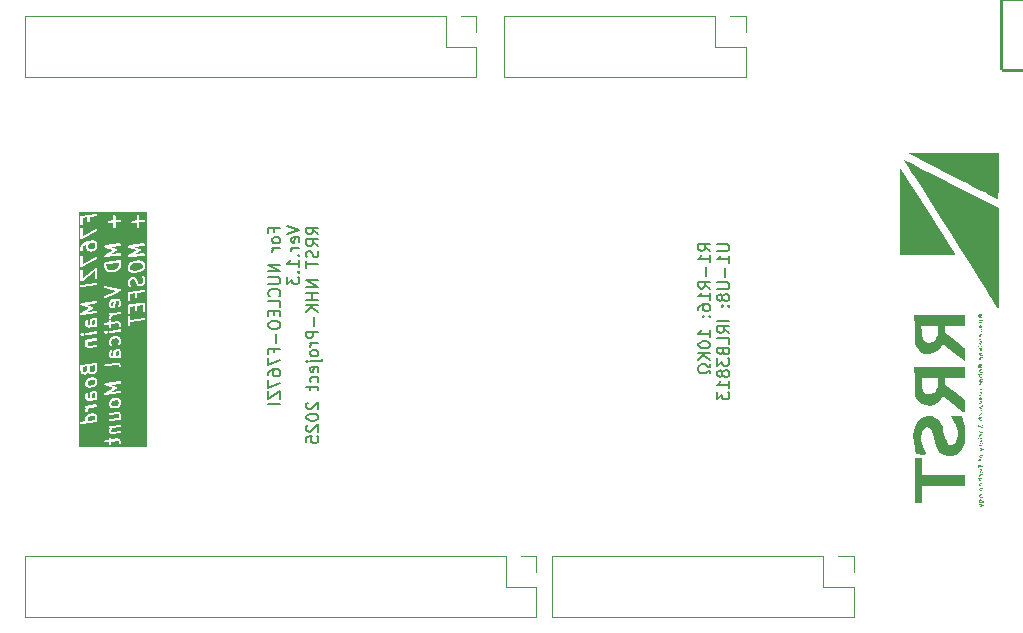
<source format=gbo>
G04 #@! TF.GenerationSoftware,KiCad,Pcbnew,8.0.3*
G04 #@! TF.CreationDate,2025-03-10T19:13:12+09:00*
G04 #@! TF.ProjectId,F767ZI_MB_V1.3,46373637-5a49-45f4-9d42-5f56312e332e,rev?*
G04 #@! TF.SameCoordinates,Original*
G04 #@! TF.FileFunction,Legend,Bot*
G04 #@! TF.FilePolarity,Positive*
%FSLAX46Y46*%
G04 Gerber Fmt 4.6, Leading zero omitted, Abs format (unit mm)*
G04 Created by KiCad (PCBNEW 8.0.3) date 2025-03-10 19:13:12*
%MOMM*%
%LPD*%
G01*
G04 APERTURE LIST*
G04 Aperture macros list*
%AMRoundRect*
0 Rectangle with rounded corners*
0 $1 Rounding radius*
0 $2 $3 $4 $5 $6 $7 $8 $9 X,Y pos of 4 corners*
0 Add a 4 corners polygon primitive as box body*
4,1,4,$2,$3,$4,$5,$6,$7,$8,$9,$2,$3,0*
0 Add four circle primitives for the rounded corners*
1,1,$1+$1,$2,$3*
1,1,$1+$1,$4,$5*
1,1,$1+$1,$6,$7*
1,1,$1+$1,$8,$9*
0 Add four rect primitives between the rounded corners*
20,1,$1+$1,$2,$3,$4,$5,0*
20,1,$1+$1,$4,$5,$6,$7,0*
20,1,$1+$1,$6,$7,$8,$9,0*
20,1,$1+$1,$8,$9,$2,$3,0*%
G04 Aperture macros list end*
%ADD10C,0.150000*%
%ADD11C,0.200000*%
%ADD12C,0.000000*%
%ADD13C,0.120000*%
%ADD14R,1.625600X1.625600*%
%ADD15C,1.625600*%
%ADD16R,1.700000X1.700000*%
%ADD17O,1.700000X1.700000*%
%ADD18C,1.600000*%
%ADD19O,1.600000X1.600000*%
%ADD20C,6.204000*%
%ADD21RoundRect,0.102000X-3.000000X-3.000000X3.000000X-3.000000X3.000000X3.000000X-3.000000X3.000000X0*%
%ADD22RoundRect,0.102000X3.000000X-3.000000X3.000000X3.000000X-3.000000X3.000000X-3.000000X-3.000000X0*%
G04 APERTURE END LIST*
D10*
X135419875Y-94771207D02*
X134943684Y-94437874D01*
X135419875Y-94199779D02*
X134419875Y-94199779D01*
X134419875Y-94199779D02*
X134419875Y-94580731D01*
X134419875Y-94580731D02*
X134467494Y-94675969D01*
X134467494Y-94675969D02*
X134515113Y-94723588D01*
X134515113Y-94723588D02*
X134610351Y-94771207D01*
X134610351Y-94771207D02*
X134753208Y-94771207D01*
X134753208Y-94771207D02*
X134848446Y-94723588D01*
X134848446Y-94723588D02*
X134896065Y-94675969D01*
X134896065Y-94675969D02*
X134943684Y-94580731D01*
X134943684Y-94580731D02*
X134943684Y-94199779D01*
X135419875Y-95723588D02*
X135419875Y-95152160D01*
X135419875Y-95437874D02*
X134419875Y-95437874D01*
X134419875Y-95437874D02*
X134562732Y-95342636D01*
X134562732Y-95342636D02*
X134657970Y-95247398D01*
X134657970Y-95247398D02*
X134705589Y-95152160D01*
X135038922Y-96152160D02*
X135038922Y-96914065D01*
X135419875Y-97961683D02*
X134943684Y-97628350D01*
X135419875Y-97390255D02*
X134419875Y-97390255D01*
X134419875Y-97390255D02*
X134419875Y-97771207D01*
X134419875Y-97771207D02*
X134467494Y-97866445D01*
X134467494Y-97866445D02*
X134515113Y-97914064D01*
X134515113Y-97914064D02*
X134610351Y-97961683D01*
X134610351Y-97961683D02*
X134753208Y-97961683D01*
X134753208Y-97961683D02*
X134848446Y-97914064D01*
X134848446Y-97914064D02*
X134896065Y-97866445D01*
X134896065Y-97866445D02*
X134943684Y-97771207D01*
X134943684Y-97771207D02*
X134943684Y-97390255D01*
X135419875Y-98914064D02*
X135419875Y-98342636D01*
X135419875Y-98628350D02*
X134419875Y-98628350D01*
X134419875Y-98628350D02*
X134562732Y-98533112D01*
X134562732Y-98533112D02*
X134657970Y-98437874D01*
X134657970Y-98437874D02*
X134705589Y-98342636D01*
X134419875Y-99771207D02*
X134419875Y-99580731D01*
X134419875Y-99580731D02*
X134467494Y-99485493D01*
X134467494Y-99485493D02*
X134515113Y-99437874D01*
X134515113Y-99437874D02*
X134657970Y-99342636D01*
X134657970Y-99342636D02*
X134848446Y-99295017D01*
X134848446Y-99295017D02*
X135229398Y-99295017D01*
X135229398Y-99295017D02*
X135324636Y-99342636D01*
X135324636Y-99342636D02*
X135372256Y-99390255D01*
X135372256Y-99390255D02*
X135419875Y-99485493D01*
X135419875Y-99485493D02*
X135419875Y-99675969D01*
X135419875Y-99675969D02*
X135372256Y-99771207D01*
X135372256Y-99771207D02*
X135324636Y-99818826D01*
X135324636Y-99818826D02*
X135229398Y-99866445D01*
X135229398Y-99866445D02*
X134991303Y-99866445D01*
X134991303Y-99866445D02*
X134896065Y-99818826D01*
X134896065Y-99818826D02*
X134848446Y-99771207D01*
X134848446Y-99771207D02*
X134800827Y-99675969D01*
X134800827Y-99675969D02*
X134800827Y-99485493D01*
X134800827Y-99485493D02*
X134848446Y-99390255D01*
X134848446Y-99390255D02*
X134896065Y-99342636D01*
X134896065Y-99342636D02*
X134991303Y-99295017D01*
X135324636Y-100295017D02*
X135372256Y-100342636D01*
X135372256Y-100342636D02*
X135419875Y-100295017D01*
X135419875Y-100295017D02*
X135372256Y-100247398D01*
X135372256Y-100247398D02*
X135324636Y-100295017D01*
X135324636Y-100295017D02*
X135419875Y-100295017D01*
X134800827Y-100295017D02*
X134848446Y-100342636D01*
X134848446Y-100342636D02*
X134896065Y-100295017D01*
X134896065Y-100295017D02*
X134848446Y-100247398D01*
X134848446Y-100247398D02*
X134800827Y-100295017D01*
X134800827Y-100295017D02*
X134896065Y-100295017D01*
X135419875Y-102056921D02*
X135419875Y-101485493D01*
X135419875Y-101771207D02*
X134419875Y-101771207D01*
X134419875Y-101771207D02*
X134562732Y-101675969D01*
X134562732Y-101675969D02*
X134657970Y-101580731D01*
X134657970Y-101580731D02*
X134705589Y-101485493D01*
X134419875Y-102675969D02*
X134419875Y-102771207D01*
X134419875Y-102771207D02*
X134467494Y-102866445D01*
X134467494Y-102866445D02*
X134515113Y-102914064D01*
X134515113Y-102914064D02*
X134610351Y-102961683D01*
X134610351Y-102961683D02*
X134800827Y-103009302D01*
X134800827Y-103009302D02*
X135038922Y-103009302D01*
X135038922Y-103009302D02*
X135229398Y-102961683D01*
X135229398Y-102961683D02*
X135324636Y-102914064D01*
X135324636Y-102914064D02*
X135372256Y-102866445D01*
X135372256Y-102866445D02*
X135419875Y-102771207D01*
X135419875Y-102771207D02*
X135419875Y-102675969D01*
X135419875Y-102675969D02*
X135372256Y-102580731D01*
X135372256Y-102580731D02*
X135324636Y-102533112D01*
X135324636Y-102533112D02*
X135229398Y-102485493D01*
X135229398Y-102485493D02*
X135038922Y-102437874D01*
X135038922Y-102437874D02*
X134800827Y-102437874D01*
X134800827Y-102437874D02*
X134610351Y-102485493D01*
X134610351Y-102485493D02*
X134515113Y-102533112D01*
X134515113Y-102533112D02*
X134467494Y-102580731D01*
X134467494Y-102580731D02*
X134419875Y-102675969D01*
X135419875Y-103437874D02*
X134419875Y-103437874D01*
X135419875Y-104009302D02*
X134848446Y-103580731D01*
X134419875Y-104009302D02*
X134991303Y-103437874D01*
X135419875Y-104390255D02*
X135419875Y-104628350D01*
X135419875Y-104628350D02*
X135229398Y-104628350D01*
X135229398Y-104628350D02*
X135181779Y-104533112D01*
X135181779Y-104533112D02*
X135086541Y-104437874D01*
X135086541Y-104437874D02*
X134943684Y-104390255D01*
X134943684Y-104390255D02*
X134705589Y-104390255D01*
X134705589Y-104390255D02*
X134562732Y-104437874D01*
X134562732Y-104437874D02*
X134467494Y-104533112D01*
X134467494Y-104533112D02*
X134419875Y-104675969D01*
X134419875Y-104675969D02*
X134419875Y-104866445D01*
X134419875Y-104866445D02*
X134467494Y-105009302D01*
X134467494Y-105009302D02*
X134562732Y-105104540D01*
X134562732Y-105104540D02*
X134705589Y-105152159D01*
X134705589Y-105152159D02*
X134943684Y-105152159D01*
X134943684Y-105152159D02*
X135086541Y-105104540D01*
X135086541Y-105104540D02*
X135181779Y-105009302D01*
X135181779Y-105009302D02*
X135229398Y-104914064D01*
X135229398Y-104914064D02*
X135419875Y-104914064D01*
X135419875Y-104914064D02*
X135419875Y-105152159D01*
X136029819Y-94199779D02*
X136839342Y-94199779D01*
X136839342Y-94199779D02*
X136934580Y-94247398D01*
X136934580Y-94247398D02*
X136982200Y-94295017D01*
X136982200Y-94295017D02*
X137029819Y-94390255D01*
X137029819Y-94390255D02*
X137029819Y-94580731D01*
X137029819Y-94580731D02*
X136982200Y-94675969D01*
X136982200Y-94675969D02*
X136934580Y-94723588D01*
X136934580Y-94723588D02*
X136839342Y-94771207D01*
X136839342Y-94771207D02*
X136029819Y-94771207D01*
X137029819Y-95771207D02*
X137029819Y-95199779D01*
X137029819Y-95485493D02*
X136029819Y-95485493D01*
X136029819Y-95485493D02*
X136172676Y-95390255D01*
X136172676Y-95390255D02*
X136267914Y-95295017D01*
X136267914Y-95295017D02*
X136315533Y-95199779D01*
X136648866Y-96199779D02*
X136648866Y-96961684D01*
X136029819Y-97437874D02*
X136839342Y-97437874D01*
X136839342Y-97437874D02*
X136934580Y-97485493D01*
X136934580Y-97485493D02*
X136982200Y-97533112D01*
X136982200Y-97533112D02*
X137029819Y-97628350D01*
X137029819Y-97628350D02*
X137029819Y-97818826D01*
X137029819Y-97818826D02*
X136982200Y-97914064D01*
X136982200Y-97914064D02*
X136934580Y-97961683D01*
X136934580Y-97961683D02*
X136839342Y-98009302D01*
X136839342Y-98009302D02*
X136029819Y-98009302D01*
X136458390Y-98628350D02*
X136410771Y-98533112D01*
X136410771Y-98533112D02*
X136363152Y-98485493D01*
X136363152Y-98485493D02*
X136267914Y-98437874D01*
X136267914Y-98437874D02*
X136220295Y-98437874D01*
X136220295Y-98437874D02*
X136125057Y-98485493D01*
X136125057Y-98485493D02*
X136077438Y-98533112D01*
X136077438Y-98533112D02*
X136029819Y-98628350D01*
X136029819Y-98628350D02*
X136029819Y-98818826D01*
X136029819Y-98818826D02*
X136077438Y-98914064D01*
X136077438Y-98914064D02*
X136125057Y-98961683D01*
X136125057Y-98961683D02*
X136220295Y-99009302D01*
X136220295Y-99009302D02*
X136267914Y-99009302D01*
X136267914Y-99009302D02*
X136363152Y-98961683D01*
X136363152Y-98961683D02*
X136410771Y-98914064D01*
X136410771Y-98914064D02*
X136458390Y-98818826D01*
X136458390Y-98818826D02*
X136458390Y-98628350D01*
X136458390Y-98628350D02*
X136506009Y-98533112D01*
X136506009Y-98533112D02*
X136553628Y-98485493D01*
X136553628Y-98485493D02*
X136648866Y-98437874D01*
X136648866Y-98437874D02*
X136839342Y-98437874D01*
X136839342Y-98437874D02*
X136934580Y-98485493D01*
X136934580Y-98485493D02*
X136982200Y-98533112D01*
X136982200Y-98533112D02*
X137029819Y-98628350D01*
X137029819Y-98628350D02*
X137029819Y-98818826D01*
X137029819Y-98818826D02*
X136982200Y-98914064D01*
X136982200Y-98914064D02*
X136934580Y-98961683D01*
X136934580Y-98961683D02*
X136839342Y-99009302D01*
X136839342Y-99009302D02*
X136648866Y-99009302D01*
X136648866Y-99009302D02*
X136553628Y-98961683D01*
X136553628Y-98961683D02*
X136506009Y-98914064D01*
X136506009Y-98914064D02*
X136458390Y-98818826D01*
X136934580Y-99437874D02*
X136982200Y-99485493D01*
X136982200Y-99485493D02*
X137029819Y-99437874D01*
X137029819Y-99437874D02*
X136982200Y-99390255D01*
X136982200Y-99390255D02*
X136934580Y-99437874D01*
X136934580Y-99437874D02*
X137029819Y-99437874D01*
X136410771Y-99437874D02*
X136458390Y-99485493D01*
X136458390Y-99485493D02*
X136506009Y-99437874D01*
X136506009Y-99437874D02*
X136458390Y-99390255D01*
X136458390Y-99390255D02*
X136410771Y-99437874D01*
X136410771Y-99437874D02*
X136506009Y-99437874D01*
X137029819Y-100675969D02*
X136029819Y-100675969D01*
X137029819Y-101723587D02*
X136553628Y-101390254D01*
X137029819Y-101152159D02*
X136029819Y-101152159D01*
X136029819Y-101152159D02*
X136029819Y-101533111D01*
X136029819Y-101533111D02*
X136077438Y-101628349D01*
X136077438Y-101628349D02*
X136125057Y-101675968D01*
X136125057Y-101675968D02*
X136220295Y-101723587D01*
X136220295Y-101723587D02*
X136363152Y-101723587D01*
X136363152Y-101723587D02*
X136458390Y-101675968D01*
X136458390Y-101675968D02*
X136506009Y-101628349D01*
X136506009Y-101628349D02*
X136553628Y-101533111D01*
X136553628Y-101533111D02*
X136553628Y-101152159D01*
X137029819Y-102628349D02*
X137029819Y-102152159D01*
X137029819Y-102152159D02*
X136029819Y-102152159D01*
X136506009Y-103295016D02*
X136553628Y-103437873D01*
X136553628Y-103437873D02*
X136601247Y-103485492D01*
X136601247Y-103485492D02*
X136696485Y-103533111D01*
X136696485Y-103533111D02*
X136839342Y-103533111D01*
X136839342Y-103533111D02*
X136934580Y-103485492D01*
X136934580Y-103485492D02*
X136982200Y-103437873D01*
X136982200Y-103437873D02*
X137029819Y-103342635D01*
X137029819Y-103342635D02*
X137029819Y-102961683D01*
X137029819Y-102961683D02*
X136029819Y-102961683D01*
X136029819Y-102961683D02*
X136029819Y-103295016D01*
X136029819Y-103295016D02*
X136077438Y-103390254D01*
X136077438Y-103390254D02*
X136125057Y-103437873D01*
X136125057Y-103437873D02*
X136220295Y-103485492D01*
X136220295Y-103485492D02*
X136315533Y-103485492D01*
X136315533Y-103485492D02*
X136410771Y-103437873D01*
X136410771Y-103437873D02*
X136458390Y-103390254D01*
X136458390Y-103390254D02*
X136506009Y-103295016D01*
X136506009Y-103295016D02*
X136506009Y-102961683D01*
X136029819Y-103866445D02*
X136029819Y-104485492D01*
X136029819Y-104485492D02*
X136410771Y-104152159D01*
X136410771Y-104152159D02*
X136410771Y-104295016D01*
X136410771Y-104295016D02*
X136458390Y-104390254D01*
X136458390Y-104390254D02*
X136506009Y-104437873D01*
X136506009Y-104437873D02*
X136601247Y-104485492D01*
X136601247Y-104485492D02*
X136839342Y-104485492D01*
X136839342Y-104485492D02*
X136934580Y-104437873D01*
X136934580Y-104437873D02*
X136982200Y-104390254D01*
X136982200Y-104390254D02*
X137029819Y-104295016D01*
X137029819Y-104295016D02*
X137029819Y-104009302D01*
X137029819Y-104009302D02*
X136982200Y-103914064D01*
X136982200Y-103914064D02*
X136934580Y-103866445D01*
X136458390Y-105056921D02*
X136410771Y-104961683D01*
X136410771Y-104961683D02*
X136363152Y-104914064D01*
X136363152Y-104914064D02*
X136267914Y-104866445D01*
X136267914Y-104866445D02*
X136220295Y-104866445D01*
X136220295Y-104866445D02*
X136125057Y-104914064D01*
X136125057Y-104914064D02*
X136077438Y-104961683D01*
X136077438Y-104961683D02*
X136029819Y-105056921D01*
X136029819Y-105056921D02*
X136029819Y-105247397D01*
X136029819Y-105247397D02*
X136077438Y-105342635D01*
X136077438Y-105342635D02*
X136125057Y-105390254D01*
X136125057Y-105390254D02*
X136220295Y-105437873D01*
X136220295Y-105437873D02*
X136267914Y-105437873D01*
X136267914Y-105437873D02*
X136363152Y-105390254D01*
X136363152Y-105390254D02*
X136410771Y-105342635D01*
X136410771Y-105342635D02*
X136458390Y-105247397D01*
X136458390Y-105247397D02*
X136458390Y-105056921D01*
X136458390Y-105056921D02*
X136506009Y-104961683D01*
X136506009Y-104961683D02*
X136553628Y-104914064D01*
X136553628Y-104914064D02*
X136648866Y-104866445D01*
X136648866Y-104866445D02*
X136839342Y-104866445D01*
X136839342Y-104866445D02*
X136934580Y-104914064D01*
X136934580Y-104914064D02*
X136982200Y-104961683D01*
X136982200Y-104961683D02*
X137029819Y-105056921D01*
X137029819Y-105056921D02*
X137029819Y-105247397D01*
X137029819Y-105247397D02*
X136982200Y-105342635D01*
X136982200Y-105342635D02*
X136934580Y-105390254D01*
X136934580Y-105390254D02*
X136839342Y-105437873D01*
X136839342Y-105437873D02*
X136648866Y-105437873D01*
X136648866Y-105437873D02*
X136553628Y-105390254D01*
X136553628Y-105390254D02*
X136506009Y-105342635D01*
X136506009Y-105342635D02*
X136458390Y-105247397D01*
X137029819Y-106390254D02*
X137029819Y-105818826D01*
X137029819Y-106104540D02*
X136029819Y-106104540D01*
X136029819Y-106104540D02*
X136172676Y-106009302D01*
X136172676Y-106009302D02*
X136267914Y-105914064D01*
X136267914Y-105914064D02*
X136315533Y-105818826D01*
X136029819Y-106723588D02*
X136029819Y-107342635D01*
X136029819Y-107342635D02*
X136410771Y-107009302D01*
X136410771Y-107009302D02*
X136410771Y-107152159D01*
X136410771Y-107152159D02*
X136458390Y-107247397D01*
X136458390Y-107247397D02*
X136506009Y-107295016D01*
X136506009Y-107295016D02*
X136601247Y-107342635D01*
X136601247Y-107342635D02*
X136839342Y-107342635D01*
X136839342Y-107342635D02*
X136934580Y-107295016D01*
X136934580Y-107295016D02*
X136982200Y-107247397D01*
X136982200Y-107247397D02*
X137029819Y-107152159D01*
X137029819Y-107152159D02*
X137029819Y-106866445D01*
X137029819Y-106866445D02*
X136982200Y-106771207D01*
X136982200Y-106771207D02*
X136934580Y-106723588D01*
X98485821Y-93136112D02*
X98485821Y-92802779D01*
X99009631Y-92802779D02*
X98009631Y-92802779D01*
X98009631Y-92802779D02*
X98009631Y-93278969D01*
X99009631Y-93802779D02*
X98962012Y-93707541D01*
X98962012Y-93707541D02*
X98914392Y-93659922D01*
X98914392Y-93659922D02*
X98819154Y-93612303D01*
X98819154Y-93612303D02*
X98533440Y-93612303D01*
X98533440Y-93612303D02*
X98438202Y-93659922D01*
X98438202Y-93659922D02*
X98390583Y-93707541D01*
X98390583Y-93707541D02*
X98342964Y-93802779D01*
X98342964Y-93802779D02*
X98342964Y-93945636D01*
X98342964Y-93945636D02*
X98390583Y-94040874D01*
X98390583Y-94040874D02*
X98438202Y-94088493D01*
X98438202Y-94088493D02*
X98533440Y-94136112D01*
X98533440Y-94136112D02*
X98819154Y-94136112D01*
X98819154Y-94136112D02*
X98914392Y-94088493D01*
X98914392Y-94088493D02*
X98962012Y-94040874D01*
X98962012Y-94040874D02*
X99009631Y-93945636D01*
X99009631Y-93945636D02*
X99009631Y-93802779D01*
X99009631Y-94564684D02*
X98342964Y-94564684D01*
X98533440Y-94564684D02*
X98438202Y-94612303D01*
X98438202Y-94612303D02*
X98390583Y-94659922D01*
X98390583Y-94659922D02*
X98342964Y-94755160D01*
X98342964Y-94755160D02*
X98342964Y-94850398D01*
X99009631Y-95945637D02*
X98009631Y-95945637D01*
X98009631Y-95945637D02*
X99009631Y-96517065D01*
X99009631Y-96517065D02*
X98009631Y-96517065D01*
X98009631Y-96993256D02*
X98819154Y-96993256D01*
X98819154Y-96993256D02*
X98914392Y-97040875D01*
X98914392Y-97040875D02*
X98962012Y-97088494D01*
X98962012Y-97088494D02*
X99009631Y-97183732D01*
X99009631Y-97183732D02*
X99009631Y-97374208D01*
X99009631Y-97374208D02*
X98962012Y-97469446D01*
X98962012Y-97469446D02*
X98914392Y-97517065D01*
X98914392Y-97517065D02*
X98819154Y-97564684D01*
X98819154Y-97564684D02*
X98009631Y-97564684D01*
X98914392Y-98612303D02*
X98962012Y-98564684D01*
X98962012Y-98564684D02*
X99009631Y-98421827D01*
X99009631Y-98421827D02*
X99009631Y-98326589D01*
X99009631Y-98326589D02*
X98962012Y-98183732D01*
X98962012Y-98183732D02*
X98866773Y-98088494D01*
X98866773Y-98088494D02*
X98771535Y-98040875D01*
X98771535Y-98040875D02*
X98581059Y-97993256D01*
X98581059Y-97993256D02*
X98438202Y-97993256D01*
X98438202Y-97993256D02*
X98247726Y-98040875D01*
X98247726Y-98040875D02*
X98152488Y-98088494D01*
X98152488Y-98088494D02*
X98057250Y-98183732D01*
X98057250Y-98183732D02*
X98009631Y-98326589D01*
X98009631Y-98326589D02*
X98009631Y-98421827D01*
X98009631Y-98421827D02*
X98057250Y-98564684D01*
X98057250Y-98564684D02*
X98104869Y-98612303D01*
X99009631Y-99517065D02*
X99009631Y-99040875D01*
X99009631Y-99040875D02*
X98009631Y-99040875D01*
X98485821Y-99850399D02*
X98485821Y-100183732D01*
X99009631Y-100326589D02*
X99009631Y-99850399D01*
X99009631Y-99850399D02*
X98009631Y-99850399D01*
X98009631Y-99850399D02*
X98009631Y-100326589D01*
X98009631Y-100945637D02*
X98009631Y-101136113D01*
X98009631Y-101136113D02*
X98057250Y-101231351D01*
X98057250Y-101231351D02*
X98152488Y-101326589D01*
X98152488Y-101326589D02*
X98342964Y-101374208D01*
X98342964Y-101374208D02*
X98676297Y-101374208D01*
X98676297Y-101374208D02*
X98866773Y-101326589D01*
X98866773Y-101326589D02*
X98962012Y-101231351D01*
X98962012Y-101231351D02*
X99009631Y-101136113D01*
X99009631Y-101136113D02*
X99009631Y-100945637D01*
X99009631Y-100945637D02*
X98962012Y-100850399D01*
X98962012Y-100850399D02*
X98866773Y-100755161D01*
X98866773Y-100755161D02*
X98676297Y-100707542D01*
X98676297Y-100707542D02*
X98342964Y-100707542D01*
X98342964Y-100707542D02*
X98152488Y-100755161D01*
X98152488Y-100755161D02*
X98057250Y-100850399D01*
X98057250Y-100850399D02*
X98009631Y-100945637D01*
X98628678Y-101802780D02*
X98628678Y-102564685D01*
X98485821Y-103374208D02*
X98485821Y-103040875D01*
X99009631Y-103040875D02*
X98009631Y-103040875D01*
X98009631Y-103040875D02*
X98009631Y-103517065D01*
X98009631Y-103802780D02*
X98009631Y-104469446D01*
X98009631Y-104469446D02*
X99009631Y-104040875D01*
X98009631Y-105278970D02*
X98009631Y-105088494D01*
X98009631Y-105088494D02*
X98057250Y-104993256D01*
X98057250Y-104993256D02*
X98104869Y-104945637D01*
X98104869Y-104945637D02*
X98247726Y-104850399D01*
X98247726Y-104850399D02*
X98438202Y-104802780D01*
X98438202Y-104802780D02*
X98819154Y-104802780D01*
X98819154Y-104802780D02*
X98914392Y-104850399D01*
X98914392Y-104850399D02*
X98962012Y-104898018D01*
X98962012Y-104898018D02*
X99009631Y-104993256D01*
X99009631Y-104993256D02*
X99009631Y-105183732D01*
X99009631Y-105183732D02*
X98962012Y-105278970D01*
X98962012Y-105278970D02*
X98914392Y-105326589D01*
X98914392Y-105326589D02*
X98819154Y-105374208D01*
X98819154Y-105374208D02*
X98581059Y-105374208D01*
X98581059Y-105374208D02*
X98485821Y-105326589D01*
X98485821Y-105326589D02*
X98438202Y-105278970D01*
X98438202Y-105278970D02*
X98390583Y-105183732D01*
X98390583Y-105183732D02*
X98390583Y-104993256D01*
X98390583Y-104993256D02*
X98438202Y-104898018D01*
X98438202Y-104898018D02*
X98485821Y-104850399D01*
X98485821Y-104850399D02*
X98581059Y-104802780D01*
X98009631Y-105707542D02*
X98009631Y-106374208D01*
X98009631Y-106374208D02*
X99009631Y-105945637D01*
X98009631Y-106659923D02*
X98009631Y-107326589D01*
X98009631Y-107326589D02*
X99009631Y-106659923D01*
X99009631Y-106659923D02*
X99009631Y-107326589D01*
X99009631Y-107707542D02*
X98009631Y-107707542D01*
X99619575Y-92659922D02*
X100619575Y-92993255D01*
X100619575Y-92993255D02*
X99619575Y-93326588D01*
X100571956Y-94040874D02*
X100619575Y-93945636D01*
X100619575Y-93945636D02*
X100619575Y-93755160D01*
X100619575Y-93755160D02*
X100571956Y-93659922D01*
X100571956Y-93659922D02*
X100476717Y-93612303D01*
X100476717Y-93612303D02*
X100095765Y-93612303D01*
X100095765Y-93612303D02*
X100000527Y-93659922D01*
X100000527Y-93659922D02*
X99952908Y-93755160D01*
X99952908Y-93755160D02*
X99952908Y-93945636D01*
X99952908Y-93945636D02*
X100000527Y-94040874D01*
X100000527Y-94040874D02*
X100095765Y-94088493D01*
X100095765Y-94088493D02*
X100191003Y-94088493D01*
X100191003Y-94088493D02*
X100286241Y-93612303D01*
X100619575Y-94517065D02*
X99952908Y-94517065D01*
X100143384Y-94517065D02*
X100048146Y-94564684D01*
X100048146Y-94564684D02*
X100000527Y-94612303D01*
X100000527Y-94612303D02*
X99952908Y-94707541D01*
X99952908Y-94707541D02*
X99952908Y-94802779D01*
X100524336Y-95136113D02*
X100571956Y-95183732D01*
X100571956Y-95183732D02*
X100619575Y-95136113D01*
X100619575Y-95136113D02*
X100571956Y-95088494D01*
X100571956Y-95088494D02*
X100524336Y-95136113D01*
X100524336Y-95136113D02*
X100619575Y-95136113D01*
X100619575Y-96136112D02*
X100619575Y-95564684D01*
X100619575Y-95850398D02*
X99619575Y-95850398D01*
X99619575Y-95850398D02*
X99762432Y-95755160D01*
X99762432Y-95755160D02*
X99857670Y-95659922D01*
X99857670Y-95659922D02*
X99905289Y-95564684D01*
X100524336Y-96564684D02*
X100571956Y-96612303D01*
X100571956Y-96612303D02*
X100619575Y-96564684D01*
X100619575Y-96564684D02*
X100571956Y-96517065D01*
X100571956Y-96517065D02*
X100524336Y-96564684D01*
X100524336Y-96564684D02*
X100619575Y-96564684D01*
X99619575Y-96945636D02*
X99619575Y-97564683D01*
X99619575Y-97564683D02*
X100000527Y-97231350D01*
X100000527Y-97231350D02*
X100000527Y-97374207D01*
X100000527Y-97374207D02*
X100048146Y-97469445D01*
X100048146Y-97469445D02*
X100095765Y-97517064D01*
X100095765Y-97517064D02*
X100191003Y-97564683D01*
X100191003Y-97564683D02*
X100429098Y-97564683D01*
X100429098Y-97564683D02*
X100524336Y-97517064D01*
X100524336Y-97517064D02*
X100571956Y-97469445D01*
X100571956Y-97469445D02*
X100619575Y-97374207D01*
X100619575Y-97374207D02*
X100619575Y-97088493D01*
X100619575Y-97088493D02*
X100571956Y-96993255D01*
X100571956Y-96993255D02*
X100524336Y-96945636D01*
X102229519Y-93374207D02*
X101753328Y-93040874D01*
X102229519Y-92802779D02*
X101229519Y-92802779D01*
X101229519Y-92802779D02*
X101229519Y-93183731D01*
X101229519Y-93183731D02*
X101277138Y-93278969D01*
X101277138Y-93278969D02*
X101324757Y-93326588D01*
X101324757Y-93326588D02*
X101419995Y-93374207D01*
X101419995Y-93374207D02*
X101562852Y-93374207D01*
X101562852Y-93374207D02*
X101658090Y-93326588D01*
X101658090Y-93326588D02*
X101705709Y-93278969D01*
X101705709Y-93278969D02*
X101753328Y-93183731D01*
X101753328Y-93183731D02*
X101753328Y-92802779D01*
X102229519Y-94374207D02*
X101753328Y-94040874D01*
X102229519Y-93802779D02*
X101229519Y-93802779D01*
X101229519Y-93802779D02*
X101229519Y-94183731D01*
X101229519Y-94183731D02*
X101277138Y-94278969D01*
X101277138Y-94278969D02*
X101324757Y-94326588D01*
X101324757Y-94326588D02*
X101419995Y-94374207D01*
X101419995Y-94374207D02*
X101562852Y-94374207D01*
X101562852Y-94374207D02*
X101658090Y-94326588D01*
X101658090Y-94326588D02*
X101705709Y-94278969D01*
X101705709Y-94278969D02*
X101753328Y-94183731D01*
X101753328Y-94183731D02*
X101753328Y-93802779D01*
X102181900Y-94755160D02*
X102229519Y-94898017D01*
X102229519Y-94898017D02*
X102229519Y-95136112D01*
X102229519Y-95136112D02*
X102181900Y-95231350D01*
X102181900Y-95231350D02*
X102134280Y-95278969D01*
X102134280Y-95278969D02*
X102039042Y-95326588D01*
X102039042Y-95326588D02*
X101943804Y-95326588D01*
X101943804Y-95326588D02*
X101848566Y-95278969D01*
X101848566Y-95278969D02*
X101800947Y-95231350D01*
X101800947Y-95231350D02*
X101753328Y-95136112D01*
X101753328Y-95136112D02*
X101705709Y-94945636D01*
X101705709Y-94945636D02*
X101658090Y-94850398D01*
X101658090Y-94850398D02*
X101610471Y-94802779D01*
X101610471Y-94802779D02*
X101515233Y-94755160D01*
X101515233Y-94755160D02*
X101419995Y-94755160D01*
X101419995Y-94755160D02*
X101324757Y-94802779D01*
X101324757Y-94802779D02*
X101277138Y-94850398D01*
X101277138Y-94850398D02*
X101229519Y-94945636D01*
X101229519Y-94945636D02*
X101229519Y-95183731D01*
X101229519Y-95183731D02*
X101277138Y-95326588D01*
X101229519Y-95612303D02*
X101229519Y-96183731D01*
X102229519Y-95898017D02*
X101229519Y-95898017D01*
X102229519Y-97278970D02*
X101229519Y-97278970D01*
X101229519Y-97278970D02*
X102229519Y-97850398D01*
X102229519Y-97850398D02*
X101229519Y-97850398D01*
X102229519Y-98326589D02*
X101229519Y-98326589D01*
X101705709Y-98326589D02*
X101705709Y-98898017D01*
X102229519Y-98898017D02*
X101229519Y-98898017D01*
X102229519Y-99374208D02*
X101229519Y-99374208D01*
X102229519Y-99945636D02*
X101658090Y-99517065D01*
X101229519Y-99945636D02*
X101800947Y-99374208D01*
X101848566Y-100374208D02*
X101848566Y-101136113D01*
X102229519Y-101612303D02*
X101229519Y-101612303D01*
X101229519Y-101612303D02*
X101229519Y-101993255D01*
X101229519Y-101993255D02*
X101277138Y-102088493D01*
X101277138Y-102088493D02*
X101324757Y-102136112D01*
X101324757Y-102136112D02*
X101419995Y-102183731D01*
X101419995Y-102183731D02*
X101562852Y-102183731D01*
X101562852Y-102183731D02*
X101658090Y-102136112D01*
X101658090Y-102136112D02*
X101705709Y-102088493D01*
X101705709Y-102088493D02*
X101753328Y-101993255D01*
X101753328Y-101993255D02*
X101753328Y-101612303D01*
X102229519Y-102612303D02*
X101562852Y-102612303D01*
X101753328Y-102612303D02*
X101658090Y-102659922D01*
X101658090Y-102659922D02*
X101610471Y-102707541D01*
X101610471Y-102707541D02*
X101562852Y-102802779D01*
X101562852Y-102802779D02*
X101562852Y-102898017D01*
X102229519Y-103374208D02*
X102181900Y-103278970D01*
X102181900Y-103278970D02*
X102134280Y-103231351D01*
X102134280Y-103231351D02*
X102039042Y-103183732D01*
X102039042Y-103183732D02*
X101753328Y-103183732D01*
X101753328Y-103183732D02*
X101658090Y-103231351D01*
X101658090Y-103231351D02*
X101610471Y-103278970D01*
X101610471Y-103278970D02*
X101562852Y-103374208D01*
X101562852Y-103374208D02*
X101562852Y-103517065D01*
X101562852Y-103517065D02*
X101610471Y-103612303D01*
X101610471Y-103612303D02*
X101658090Y-103659922D01*
X101658090Y-103659922D02*
X101753328Y-103707541D01*
X101753328Y-103707541D02*
X102039042Y-103707541D01*
X102039042Y-103707541D02*
X102134280Y-103659922D01*
X102134280Y-103659922D02*
X102181900Y-103612303D01*
X102181900Y-103612303D02*
X102229519Y-103517065D01*
X102229519Y-103517065D02*
X102229519Y-103374208D01*
X101562852Y-104136113D02*
X102419995Y-104136113D01*
X102419995Y-104136113D02*
X102515233Y-104088494D01*
X102515233Y-104088494D02*
X102562852Y-103993256D01*
X102562852Y-103993256D02*
X102562852Y-103945637D01*
X101229519Y-104136113D02*
X101277138Y-104088494D01*
X101277138Y-104088494D02*
X101324757Y-104136113D01*
X101324757Y-104136113D02*
X101277138Y-104183732D01*
X101277138Y-104183732D02*
X101229519Y-104136113D01*
X101229519Y-104136113D02*
X101324757Y-104136113D01*
X102181900Y-104993255D02*
X102229519Y-104898017D01*
X102229519Y-104898017D02*
X102229519Y-104707541D01*
X102229519Y-104707541D02*
X102181900Y-104612303D01*
X102181900Y-104612303D02*
X102086661Y-104564684D01*
X102086661Y-104564684D02*
X101705709Y-104564684D01*
X101705709Y-104564684D02*
X101610471Y-104612303D01*
X101610471Y-104612303D02*
X101562852Y-104707541D01*
X101562852Y-104707541D02*
X101562852Y-104898017D01*
X101562852Y-104898017D02*
X101610471Y-104993255D01*
X101610471Y-104993255D02*
X101705709Y-105040874D01*
X101705709Y-105040874D02*
X101800947Y-105040874D01*
X101800947Y-105040874D02*
X101896185Y-104564684D01*
X102181900Y-105898017D02*
X102229519Y-105802779D01*
X102229519Y-105802779D02*
X102229519Y-105612303D01*
X102229519Y-105612303D02*
X102181900Y-105517065D01*
X102181900Y-105517065D02*
X102134280Y-105469446D01*
X102134280Y-105469446D02*
X102039042Y-105421827D01*
X102039042Y-105421827D02*
X101753328Y-105421827D01*
X101753328Y-105421827D02*
X101658090Y-105469446D01*
X101658090Y-105469446D02*
X101610471Y-105517065D01*
X101610471Y-105517065D02*
X101562852Y-105612303D01*
X101562852Y-105612303D02*
X101562852Y-105802779D01*
X101562852Y-105802779D02*
X101610471Y-105898017D01*
X101562852Y-106183732D02*
X101562852Y-106564684D01*
X101229519Y-106326589D02*
X102086661Y-106326589D01*
X102086661Y-106326589D02*
X102181900Y-106374208D01*
X102181900Y-106374208D02*
X102229519Y-106469446D01*
X102229519Y-106469446D02*
X102229519Y-106564684D01*
X101324757Y-107612304D02*
X101277138Y-107659923D01*
X101277138Y-107659923D02*
X101229519Y-107755161D01*
X101229519Y-107755161D02*
X101229519Y-107993256D01*
X101229519Y-107993256D02*
X101277138Y-108088494D01*
X101277138Y-108088494D02*
X101324757Y-108136113D01*
X101324757Y-108136113D02*
X101419995Y-108183732D01*
X101419995Y-108183732D02*
X101515233Y-108183732D01*
X101515233Y-108183732D02*
X101658090Y-108136113D01*
X101658090Y-108136113D02*
X102229519Y-107564685D01*
X102229519Y-107564685D02*
X102229519Y-108183732D01*
X101229519Y-108802780D02*
X101229519Y-108898018D01*
X101229519Y-108898018D02*
X101277138Y-108993256D01*
X101277138Y-108993256D02*
X101324757Y-109040875D01*
X101324757Y-109040875D02*
X101419995Y-109088494D01*
X101419995Y-109088494D02*
X101610471Y-109136113D01*
X101610471Y-109136113D02*
X101848566Y-109136113D01*
X101848566Y-109136113D02*
X102039042Y-109088494D01*
X102039042Y-109088494D02*
X102134280Y-109040875D01*
X102134280Y-109040875D02*
X102181900Y-108993256D01*
X102181900Y-108993256D02*
X102229519Y-108898018D01*
X102229519Y-108898018D02*
X102229519Y-108802780D01*
X102229519Y-108802780D02*
X102181900Y-108707542D01*
X102181900Y-108707542D02*
X102134280Y-108659923D01*
X102134280Y-108659923D02*
X102039042Y-108612304D01*
X102039042Y-108612304D02*
X101848566Y-108564685D01*
X101848566Y-108564685D02*
X101610471Y-108564685D01*
X101610471Y-108564685D02*
X101419995Y-108612304D01*
X101419995Y-108612304D02*
X101324757Y-108659923D01*
X101324757Y-108659923D02*
X101277138Y-108707542D01*
X101277138Y-108707542D02*
X101229519Y-108802780D01*
X101324757Y-109517066D02*
X101277138Y-109564685D01*
X101277138Y-109564685D02*
X101229519Y-109659923D01*
X101229519Y-109659923D02*
X101229519Y-109898018D01*
X101229519Y-109898018D02*
X101277138Y-109993256D01*
X101277138Y-109993256D02*
X101324757Y-110040875D01*
X101324757Y-110040875D02*
X101419995Y-110088494D01*
X101419995Y-110088494D02*
X101515233Y-110088494D01*
X101515233Y-110088494D02*
X101658090Y-110040875D01*
X101658090Y-110040875D02*
X102229519Y-109469447D01*
X102229519Y-109469447D02*
X102229519Y-110088494D01*
X101229519Y-110993256D02*
X101229519Y-110517066D01*
X101229519Y-110517066D02*
X101705709Y-110469447D01*
X101705709Y-110469447D02*
X101658090Y-110517066D01*
X101658090Y-110517066D02*
X101610471Y-110612304D01*
X101610471Y-110612304D02*
X101610471Y-110850399D01*
X101610471Y-110850399D02*
X101658090Y-110945637D01*
X101658090Y-110945637D02*
X101705709Y-110993256D01*
X101705709Y-110993256D02*
X101800947Y-111040875D01*
X101800947Y-111040875D02*
X102039042Y-111040875D01*
X102039042Y-111040875D02*
X102134280Y-110993256D01*
X102134280Y-110993256D02*
X102181900Y-110945637D01*
X102181900Y-110945637D02*
X102229519Y-110850399D01*
X102229519Y-110850399D02*
X102229519Y-110612304D01*
X102229519Y-110612304D02*
X102181900Y-110517066D01*
X102181900Y-110517066D02*
X102134280Y-110469447D01*
D11*
G36*
X83268372Y-108749333D02*
G01*
X83301542Y-108777235D01*
X83341931Y-108850623D01*
X83343350Y-109040997D01*
X83316309Y-109100305D01*
X82723402Y-109175323D01*
X82708261Y-109147812D01*
X82706842Y-108957440D01*
X82749122Y-108864710D01*
X82789177Y-108818018D01*
X82877736Y-108761177D01*
X83188832Y-108720689D01*
X83268372Y-108749333D01*
G37*
G36*
X85280802Y-107439812D02*
G01*
X85313972Y-107467714D01*
X85354412Y-107541195D01*
X85355682Y-107672167D01*
X85313502Y-107764680D01*
X85273446Y-107811373D01*
X85184886Y-107868214D01*
X84873789Y-107908702D01*
X84794251Y-107880058D01*
X84761080Y-107852155D01*
X84720640Y-107778676D01*
X84719370Y-107647704D01*
X84761552Y-107555189D01*
X84801607Y-107508497D01*
X84890166Y-107451656D01*
X85201262Y-107411168D01*
X85280802Y-107439812D01*
G37*
G36*
X83311625Y-106831272D02*
G01*
X83341899Y-106886280D01*
X83343412Y-107136099D01*
X83316235Y-107195705D01*
X83064893Y-107227845D01*
X83065573Y-107220945D01*
X83063923Y-106948648D01*
X83101252Y-106866774D01*
X83175687Y-106819000D01*
X83249180Y-106808783D01*
X83311625Y-106831272D01*
G37*
G36*
X83268372Y-105713619D02*
G01*
X83301542Y-105741521D01*
X83341982Y-105815002D01*
X83343252Y-105945974D01*
X83301072Y-106038487D01*
X83261016Y-106085180D01*
X83172456Y-106142021D01*
X82861359Y-106182509D01*
X82781821Y-106153865D01*
X82748650Y-106125962D01*
X82708210Y-106052483D01*
X82706940Y-105921511D01*
X82749122Y-105828996D01*
X82789177Y-105782304D01*
X82877736Y-105725463D01*
X83188832Y-105684975D01*
X83268372Y-105713619D01*
G37*
G36*
X82688723Y-104836831D02*
G01*
X82646310Y-104929856D01*
X82606254Y-104976549D01*
X82517362Y-105033603D01*
X82443870Y-105043820D01*
X82365154Y-105015472D01*
X82331983Y-104987569D01*
X82291664Y-104914309D01*
X82290316Y-104608379D01*
X82687496Y-104558126D01*
X82688723Y-104836831D01*
G37*
G36*
X83343509Y-104814459D02*
G01*
X83301072Y-104907535D01*
X83261016Y-104954228D01*
X83172284Y-105011180D01*
X83039497Y-105029078D01*
X82960392Y-105000591D01*
X82932587Y-104977201D01*
X82886946Y-104849925D01*
X82885550Y-104533067D01*
X83342195Y-104475290D01*
X83343509Y-104814459D01*
G37*
G36*
X85324055Y-103259847D02*
G01*
X85354329Y-103314855D01*
X85355842Y-103564674D01*
X85328665Y-103624280D01*
X85077323Y-103656420D01*
X85078003Y-103649520D01*
X85076353Y-103377223D01*
X85113682Y-103295349D01*
X85188117Y-103247575D01*
X85261610Y-103237358D01*
X85324055Y-103259847D01*
G37*
G36*
X83311625Y-100640797D02*
G01*
X83341899Y-100695805D01*
X83343412Y-100945624D01*
X83316235Y-101005230D01*
X83064893Y-101037370D01*
X83065573Y-101030470D01*
X83063923Y-100758173D01*
X83101252Y-100676299D01*
X83175687Y-100628525D01*
X83249180Y-100618308D01*
X83311625Y-100640797D01*
G37*
G36*
X84835724Y-99460367D02*
G01*
X84813442Y-99463465D01*
X84750997Y-99440976D01*
X84720691Y-99385911D01*
X84719272Y-99195537D01*
X84756540Y-99113800D01*
X84830597Y-99066268D01*
X84913447Y-99055588D01*
X84835724Y-99460367D01*
G37*
G36*
X87243731Y-95789337D02*
G01*
X87325924Y-95859702D01*
X87366791Y-95933958D01*
X87368210Y-96124332D01*
X87326045Y-96216812D01*
X87232489Y-96324134D01*
X87032850Y-96400600D01*
X86640186Y-96451427D01*
X86439515Y-96427852D01*
X86357321Y-96357486D01*
X86316454Y-96283232D01*
X86315035Y-96092858D01*
X86357201Y-96000378D01*
X86450758Y-95893055D01*
X86650396Y-95816589D01*
X87043061Y-95765762D01*
X87243731Y-95789337D01*
G37*
G36*
X85355871Y-95950394D02*
G01*
X85308255Y-96103913D01*
X85214823Y-96211092D01*
X85118976Y-96272610D01*
X84901271Y-96355996D01*
X84745988Y-96376928D01*
X84532234Y-96351815D01*
X84437454Y-96317681D01*
X84350058Y-96242862D01*
X84304117Y-96114749D01*
X84302925Y-95917882D01*
X85354868Y-95784784D01*
X85355871Y-95950394D01*
G37*
G36*
X83268372Y-94106478D02*
G01*
X83301542Y-94134380D01*
X83341931Y-94207768D01*
X83343350Y-94398142D01*
X83301072Y-94490870D01*
X83261016Y-94537563D01*
X83172420Y-94594427D01*
X82920793Y-94627418D01*
X82841344Y-94598807D01*
X82808174Y-94570904D01*
X82767785Y-94497518D01*
X82766366Y-94307145D01*
X82808647Y-94214413D01*
X82848702Y-94167720D01*
X82938575Y-94110037D01*
X83188715Y-94077792D01*
X83268372Y-94106478D01*
G37*
G36*
X87705512Y-111371605D02*
G01*
X81952874Y-111371605D01*
X81952874Y-110881908D01*
X84104452Y-110881908D01*
X84109291Y-110920624D01*
X84128579Y-110954542D01*
X84159378Y-110978497D01*
X84197000Y-110988842D01*
X84216596Y-110988329D01*
X84521988Y-110949612D01*
X84522781Y-111154146D01*
X84537713Y-111190194D01*
X84565303Y-111217784D01*
X84601351Y-111232716D01*
X84640369Y-111232716D01*
X84676417Y-111217784D01*
X84704007Y-111190194D01*
X84718939Y-111154146D01*
X84720860Y-111134637D01*
X84720045Y-110924504D01*
X85260466Y-110855992D01*
X85324055Y-110878892D01*
X85354509Y-110934227D01*
X85356114Y-111049979D01*
X85371046Y-111086027D01*
X85398636Y-111113617D01*
X85434684Y-111128549D01*
X85473702Y-111128549D01*
X85509750Y-111113617D01*
X85537340Y-111086027D01*
X85552272Y-111049979D01*
X85554193Y-111030470D01*
X85552724Y-110924528D01*
X85553702Y-110921316D01*
X85552510Y-110909098D01*
X85552272Y-110891914D01*
X85550391Y-110887373D01*
X85549914Y-110882482D01*
X85542428Y-110864365D01*
X85481057Y-110752850D01*
X85475884Y-110741469D01*
X85473639Y-110739372D01*
X85472030Y-110736447D01*
X85459363Y-110726033D01*
X85447374Y-110714830D01*
X85443305Y-110712829D01*
X85441891Y-110711667D01*
X85439393Y-110710906D01*
X85429782Y-110706182D01*
X85322897Y-110667690D01*
X85320437Y-110665777D01*
X85308368Y-110662458D01*
X85291792Y-110656489D01*
X85287223Y-110656644D01*
X85282815Y-110655432D01*
X85263219Y-110655945D01*
X84719272Y-110724903D01*
X84718939Y-110638937D01*
X84704007Y-110602889D01*
X84676417Y-110575299D01*
X84640369Y-110560367D01*
X84601351Y-110560367D01*
X84565303Y-110575299D01*
X84537713Y-110602889D01*
X84522781Y-110638937D01*
X84520860Y-110658446D01*
X84521214Y-110750012D01*
X84172670Y-110794199D01*
X84138752Y-110813487D01*
X84114797Y-110844286D01*
X84104452Y-110881908D01*
X81952874Y-110881908D01*
X81952874Y-109884637D01*
X84520860Y-109884637D01*
X84522460Y-110049670D01*
X84521351Y-110053316D01*
X84522622Y-110066348D01*
X84522781Y-110082718D01*
X84524661Y-110087258D01*
X84525139Y-110092150D01*
X84532625Y-110110268D01*
X84593993Y-110221775D01*
X84599169Y-110233161D01*
X84601414Y-110235259D01*
X84603025Y-110238185D01*
X84615692Y-110248599D01*
X84627679Y-110259800D01*
X84631747Y-110261800D01*
X84633164Y-110262965D01*
X84635664Y-110263725D01*
X84645271Y-110268449D01*
X84752156Y-110306941D01*
X84754616Y-110308855D01*
X84766678Y-110312171D01*
X84783259Y-110318143D01*
X84787829Y-110317987D01*
X84792238Y-110319200D01*
X84811835Y-110318687D01*
X85485717Y-110232515D01*
X85519635Y-110213227D01*
X85543589Y-110182428D01*
X85553935Y-110144806D01*
X85549095Y-110106089D01*
X85529807Y-110072172D01*
X85499008Y-110048217D01*
X85461386Y-110037872D01*
X85441790Y-110038385D01*
X84814481Y-110118601D01*
X84750997Y-110095738D01*
X84720640Y-110040580D01*
X84719370Y-109909608D01*
X84761552Y-109817093D01*
X84788638Y-109785519D01*
X85485716Y-109696801D01*
X85519634Y-109677513D01*
X85543589Y-109646714D01*
X85553934Y-109609092D01*
X85549095Y-109570375D01*
X85529807Y-109536458D01*
X85499008Y-109512503D01*
X85461386Y-109502158D01*
X85441789Y-109502671D01*
X84726230Y-109593741D01*
X84714674Y-109594421D01*
X84712461Y-109595493D01*
X84589336Y-109611164D01*
X84555419Y-109630452D01*
X84531464Y-109661251D01*
X84521119Y-109698873D01*
X84525958Y-109737590D01*
X84545246Y-109771507D01*
X84559383Y-109782503D01*
X84538510Y-109828282D01*
X84537713Y-109829080D01*
X84533402Y-109839485D01*
X84523809Y-109860527D01*
X84523696Y-109862918D01*
X84522781Y-109865128D01*
X84520860Y-109884637D01*
X81952874Y-109884637D01*
X81952874Y-109334287D01*
X82092022Y-109334287D01*
X82096861Y-109373004D01*
X82116149Y-109406921D01*
X82146948Y-109430876D01*
X82184570Y-109441221D01*
X82204166Y-109440708D01*
X83386804Y-109291074D01*
X83397106Y-109291560D01*
X83404769Y-109288801D01*
X83473287Y-109280132D01*
X83507204Y-109260844D01*
X83531159Y-109230045D01*
X83541505Y-109192423D01*
X83536665Y-109153706D01*
X83521810Y-109127585D01*
X83524112Y-109122537D01*
X83524910Y-109121740D01*
X83529219Y-109111336D01*
X83538814Y-109090293D01*
X83538926Y-109087901D01*
X83539842Y-109085692D01*
X83541763Y-109066183D01*
X83540090Y-108841863D01*
X83541272Y-108837981D01*
X83539961Y-108824541D01*
X83539842Y-108808579D01*
X83537961Y-108804038D01*
X83537484Y-108799147D01*
X83529998Y-108781030D01*
X83466691Y-108665997D01*
X83461507Y-108655514D01*
X83460092Y-108654007D01*
X83459600Y-108653112D01*
X83458074Y-108651858D01*
X83448090Y-108641222D01*
X83382730Y-108586243D01*
X83375420Y-108579413D01*
X83373471Y-108578454D01*
X83372619Y-108577738D01*
X83370677Y-108577081D01*
X83357828Y-108570764D01*
X83349934Y-108567921D01*
X84521119Y-108567921D01*
X84525958Y-108606638D01*
X84545246Y-108640555D01*
X84576045Y-108664510D01*
X84613667Y-108674855D01*
X84633263Y-108674342D01*
X85260571Y-108594126D01*
X85324055Y-108616988D01*
X85354412Y-108672147D01*
X85355682Y-108803119D01*
X85313502Y-108895632D01*
X85286415Y-108927207D01*
X84589336Y-109015926D01*
X84555419Y-109035214D01*
X84531464Y-109066013D01*
X84521119Y-109103635D01*
X84525958Y-109142352D01*
X84545246Y-109176269D01*
X84576045Y-109200224D01*
X84613667Y-109210569D01*
X84633264Y-109210056D01*
X85348820Y-109118985D01*
X85360380Y-109118306D01*
X85362593Y-109117233D01*
X85485716Y-109101563D01*
X85519634Y-109082275D01*
X85543589Y-109051476D01*
X85553934Y-109013854D01*
X85549095Y-108975137D01*
X85529807Y-108941220D01*
X85515669Y-108930224D01*
X85536542Y-108884444D01*
X85537340Y-108883647D01*
X85541649Y-108873243D01*
X85551244Y-108852200D01*
X85551356Y-108849808D01*
X85552272Y-108847599D01*
X85554193Y-108828090D01*
X85552592Y-108663057D01*
X85553702Y-108659412D01*
X85552430Y-108646379D01*
X85552272Y-108630010D01*
X85550391Y-108625469D01*
X85549914Y-108620578D01*
X85542428Y-108602461D01*
X85481057Y-108490946D01*
X85475884Y-108479565D01*
X85473639Y-108477468D01*
X85472030Y-108474543D01*
X85459363Y-108464129D01*
X85447374Y-108452926D01*
X85443305Y-108450925D01*
X85441891Y-108449763D01*
X85439393Y-108449002D01*
X85429782Y-108444278D01*
X85322895Y-108405786D01*
X85320436Y-108403873D01*
X85308370Y-108400555D01*
X85291792Y-108394585D01*
X85287223Y-108394740D01*
X85282815Y-108393528D01*
X85263218Y-108394041D01*
X84589336Y-108480212D01*
X84555419Y-108499500D01*
X84531464Y-108530299D01*
X84521119Y-108567921D01*
X83349934Y-108567921D01*
X83250941Y-108532270D01*
X83248482Y-108530358D01*
X83236418Y-108527040D01*
X83219839Y-108521070D01*
X83215269Y-108521225D01*
X83210861Y-108520013D01*
X83191264Y-108520526D01*
X82851101Y-108564796D01*
X82849569Y-108564443D01*
X82834741Y-108566925D01*
X82815001Y-108569495D01*
X82813165Y-108570538D01*
X82811086Y-108570887D01*
X82793525Y-108579597D01*
X82677698Y-108653938D01*
X82667134Y-108659061D01*
X82661257Y-108664490D01*
X82658952Y-108665971D01*
X82657591Y-108667879D01*
X82652737Y-108672365D01*
X82595491Y-108739096D01*
X82587517Y-108746352D01*
X82583517Y-108753053D01*
X82581688Y-108755187D01*
X82580914Y-108757417D01*
X82577472Y-108763186D01*
X82526080Y-108875899D01*
X82525283Y-108876697D01*
X82520972Y-108887102D01*
X82511379Y-108908144D01*
X82511266Y-108910535D01*
X82510351Y-108912745D01*
X82508430Y-108932254D01*
X82510102Y-109156572D01*
X82508921Y-109160456D01*
X82510231Y-109173895D01*
X82510351Y-109189858D01*
X82512231Y-109194398D01*
X82512709Y-109199290D01*
X82513765Y-109201847D01*
X82160239Y-109246578D01*
X82126322Y-109265866D01*
X82102367Y-109296665D01*
X82092022Y-109334287D01*
X81952874Y-109334287D01*
X81952874Y-108217968D01*
X82508430Y-108217968D01*
X82510351Y-108356525D01*
X82525283Y-108392573D01*
X82552873Y-108420163D01*
X82588921Y-108435095D01*
X82627939Y-108435095D01*
X82663987Y-108420163D01*
X82691577Y-108392573D01*
X82706509Y-108356525D01*
X82708430Y-108337016D01*
X82707120Y-108242545D01*
X82749122Y-108150424D01*
X82789177Y-108103732D01*
X82878682Y-108046284D01*
X83473286Y-107970608D01*
X83507204Y-107951320D01*
X83531159Y-107920521D01*
X83541504Y-107882899D01*
X83536665Y-107844182D01*
X83517377Y-107810265D01*
X83486578Y-107786310D01*
X83448956Y-107775965D01*
X83429359Y-107776478D01*
X82849881Y-107850229D01*
X82849569Y-107850157D01*
X82846787Y-107850622D01*
X82576906Y-107884971D01*
X82542989Y-107904259D01*
X82519034Y-107935058D01*
X82508689Y-107972680D01*
X82513528Y-108011397D01*
X82532816Y-108045314D01*
X82563615Y-108069269D01*
X82567675Y-108070385D01*
X82526080Y-108161613D01*
X82525283Y-108162411D01*
X82520972Y-108172816D01*
X82511379Y-108193858D01*
X82511266Y-108196249D01*
X82510351Y-108198459D01*
X82508430Y-108217968D01*
X81952874Y-108217968D01*
X81952874Y-107622733D01*
X84520860Y-107622733D01*
X84522460Y-107787766D01*
X84521351Y-107791412D01*
X84522622Y-107804444D01*
X84522781Y-107820814D01*
X84524661Y-107825354D01*
X84525139Y-107830246D01*
X84532625Y-107848364D01*
X84595932Y-107963394D01*
X84601117Y-107973878D01*
X84602532Y-107975385D01*
X84603025Y-107976281D01*
X84604549Y-107977534D01*
X84614534Y-107988170D01*
X84679886Y-108043142D01*
X84687203Y-108049979D01*
X84689154Y-108050938D01*
X84690005Y-108051654D01*
X84691943Y-108052309D01*
X84704795Y-108058628D01*
X84811680Y-108097120D01*
X84814140Y-108099034D01*
X84826202Y-108102350D01*
X84842783Y-108108322D01*
X84847353Y-108108166D01*
X84851762Y-108109379D01*
X84871359Y-108108866D01*
X85211521Y-108064595D01*
X85213054Y-108064949D01*
X85227893Y-108062464D01*
X85247621Y-108059897D01*
X85249454Y-108058854D01*
X85251536Y-108058506D01*
X85269098Y-108049795D01*
X85384917Y-107975457D01*
X85395490Y-107970332D01*
X85401370Y-107964897D01*
X85403671Y-107963421D01*
X85405029Y-107961516D01*
X85409887Y-107957027D01*
X85467135Y-107890292D01*
X85475107Y-107883039D01*
X85479104Y-107876340D01*
X85480936Y-107874205D01*
X85481710Y-107871972D01*
X85485152Y-107866205D01*
X85536542Y-107753492D01*
X85537340Y-107752695D01*
X85541649Y-107742291D01*
X85551244Y-107721248D01*
X85551356Y-107718856D01*
X85552272Y-107716647D01*
X85554193Y-107697138D01*
X85552592Y-107532105D01*
X85553702Y-107528460D01*
X85552430Y-107515427D01*
X85552272Y-107499058D01*
X85550391Y-107494517D01*
X85549914Y-107489626D01*
X85542428Y-107471509D01*
X85479121Y-107356476D01*
X85473937Y-107345993D01*
X85472522Y-107344486D01*
X85472030Y-107343591D01*
X85470504Y-107342337D01*
X85460520Y-107331701D01*
X85395160Y-107276722D01*
X85387850Y-107269892D01*
X85385901Y-107268933D01*
X85385049Y-107268217D01*
X85383107Y-107267560D01*
X85370258Y-107261243D01*
X85263371Y-107222749D01*
X85260912Y-107220837D01*
X85248848Y-107217519D01*
X85232269Y-107211549D01*
X85227699Y-107211704D01*
X85223291Y-107210492D01*
X85203694Y-107211005D01*
X84863531Y-107255275D01*
X84861999Y-107254922D01*
X84847171Y-107257404D01*
X84827431Y-107259974D01*
X84825595Y-107261017D01*
X84823516Y-107261366D01*
X84805955Y-107270076D01*
X84690128Y-107344417D01*
X84679564Y-107349540D01*
X84673687Y-107354969D01*
X84671382Y-107356450D01*
X84670021Y-107358358D01*
X84665167Y-107362844D01*
X84607921Y-107429575D01*
X84599947Y-107436831D01*
X84595947Y-107443532D01*
X84594118Y-107445666D01*
X84593344Y-107447896D01*
X84589902Y-107453665D01*
X84538510Y-107566378D01*
X84537713Y-107567176D01*
X84533402Y-107577581D01*
X84523809Y-107598623D01*
X84523696Y-107601014D01*
X84522781Y-107603224D01*
X84520860Y-107622733D01*
X81952874Y-107622733D01*
X81952874Y-106967968D01*
X82508430Y-106967968D01*
X82510102Y-107192287D01*
X82508921Y-107196171D01*
X82510231Y-107209610D01*
X82510351Y-107225573D01*
X82512231Y-107230113D01*
X82512709Y-107235005D01*
X82520195Y-107253123D01*
X82581563Y-107364630D01*
X82586739Y-107376016D01*
X82588984Y-107378114D01*
X82590595Y-107381040D01*
X82603262Y-107391454D01*
X82615249Y-107402655D01*
X82619317Y-107404655D01*
X82620734Y-107405820D01*
X82623234Y-107406580D01*
X82632841Y-107411304D01*
X82739726Y-107449796D01*
X82742186Y-107451710D01*
X82754248Y-107455026D01*
X82770829Y-107460998D01*
X82775399Y-107460842D01*
X82779808Y-107462055D01*
X82799405Y-107461542D01*
X82919098Y-107446236D01*
X82920914Y-107446322D01*
X82922283Y-107445829D01*
X83387471Y-107386343D01*
X83397106Y-107386798D01*
X83404371Y-107384182D01*
X83473287Y-107375370D01*
X83507205Y-107356082D01*
X83531159Y-107325283D01*
X83541505Y-107287661D01*
X83536665Y-107248944D01*
X83521810Y-107222823D01*
X83524112Y-107217775D01*
X83524910Y-107216978D01*
X83529219Y-107206574D01*
X83538814Y-107185531D01*
X83538926Y-107183139D01*
X83539842Y-107180930D01*
X83541763Y-107161421D01*
X83540152Y-106895532D01*
X84104343Y-106895532D01*
X84106974Y-106913999D01*
X84109291Y-106932531D01*
X84109724Y-106933293D01*
X84109848Y-106934160D01*
X84119358Y-106950234D01*
X84128579Y-106966448D01*
X84129269Y-106966984D01*
X84129716Y-106967740D01*
X84144646Y-106978944D01*
X84159378Y-106990403D01*
X84160223Y-106990635D01*
X84160924Y-106991161D01*
X84178993Y-106995796D01*
X84197000Y-107000748D01*
X84198173Y-107000717D01*
X84198718Y-107000857D01*
X84200041Y-107000668D01*
X84216596Y-107000235D01*
X85485717Y-106839659D01*
X85519634Y-106820371D01*
X85543589Y-106789572D01*
X85553935Y-106751950D01*
X85549095Y-106713233D01*
X85529807Y-106679316D01*
X85499008Y-106655361D01*
X85461386Y-106645016D01*
X85441790Y-106645529D01*
X84664435Y-106743884D01*
X85144180Y-106458857D01*
X85157768Y-106452190D01*
X85160362Y-106449242D01*
X85163783Y-106447211D01*
X85173197Y-106434666D01*
X85183553Y-106422906D01*
X85184830Y-106419166D01*
X85187204Y-106416004D01*
X85191100Y-106400814D01*
X85196168Y-106385983D01*
X85195917Y-106382039D01*
X85196900Y-106378209D01*
X85194686Y-106362679D01*
X85193693Y-106347044D01*
X85191953Y-106343498D01*
X85191395Y-106339581D01*
X85183409Y-106326084D01*
X85176506Y-106312015D01*
X85173538Y-106309402D01*
X85171526Y-106306001D01*
X85158991Y-106296594D01*
X85147221Y-106286230D01*
X85142035Y-106283868D01*
X85140319Y-106282580D01*
X85137771Y-106281926D01*
X85129381Y-106278105D01*
X84642879Y-106112966D01*
X85485717Y-106006326D01*
X85519634Y-105987038D01*
X85543589Y-105956239D01*
X85553935Y-105918617D01*
X85549095Y-105879900D01*
X85529807Y-105845983D01*
X85499008Y-105822028D01*
X85461386Y-105811683D01*
X85441790Y-105812196D01*
X84194446Y-105970016D01*
X84178503Y-105971030D01*
X84175746Y-105972382D01*
X84172669Y-105972772D01*
X84158302Y-105980941D01*
X84143474Y-105988218D01*
X84141434Y-105990534D01*
X84138752Y-105992060D01*
X84128613Y-106005094D01*
X84117689Y-106017502D01*
X84116690Y-106020424D01*
X84114797Y-106022859D01*
X84110418Y-106038780D01*
X84105074Y-106054425D01*
X84105269Y-106057506D01*
X84104452Y-106060481D01*
X84106500Y-106076874D01*
X84107549Y-106093364D01*
X84108908Y-106096133D01*
X84109291Y-106099198D01*
X84117460Y-106113564D01*
X84124737Y-106128393D01*
X84127053Y-106130432D01*
X84128579Y-106133115D01*
X84141613Y-106143253D01*
X84154021Y-106154178D01*
X84157975Y-106155978D01*
X84159378Y-106157070D01*
X84161883Y-106157759D01*
X84171861Y-106162303D01*
X84861464Y-106396382D01*
X84153272Y-106817135D01*
X84138752Y-106825393D01*
X84138217Y-106826079D01*
X84137460Y-106826530D01*
X84126255Y-106841460D01*
X84114797Y-106856192D01*
X84114564Y-106857037D01*
X84114039Y-106857738D01*
X84109403Y-106875807D01*
X84104452Y-106893814D01*
X84104560Y-106894683D01*
X84104343Y-106895532D01*
X83540152Y-106895532D01*
X83540044Y-106877732D01*
X83541273Y-106873696D01*
X83539937Y-106860004D01*
X83539842Y-106844293D01*
X83537961Y-106839752D01*
X83537484Y-106834862D01*
X83529999Y-106816744D01*
X83468626Y-106705228D01*
X83463454Y-106693849D01*
X83461209Y-106691752D01*
X83459600Y-106688827D01*
X83446925Y-106678405D01*
X83434944Y-106667211D01*
X83430880Y-106665213D01*
X83429461Y-106664046D01*
X83426955Y-106663283D01*
X83417352Y-106658562D01*
X83310465Y-106620068D01*
X83308006Y-106618156D01*
X83295942Y-106614838D01*
X83279363Y-106608868D01*
X83274793Y-106609023D01*
X83270385Y-106607811D01*
X83250788Y-106608324D01*
X83147855Y-106622632D01*
X83147189Y-106622479D01*
X83138513Y-106623931D01*
X83112620Y-106627531D01*
X83110786Y-106628573D01*
X83108706Y-106628922D01*
X83091145Y-106637633D01*
X82980489Y-106708655D01*
X82973520Y-106711164D01*
X82966191Y-106717831D01*
X82956572Y-106724006D01*
X82951334Y-106731349D01*
X82944660Y-106737423D01*
X82934615Y-106754257D01*
X82933935Y-106755746D01*
X82933917Y-106755773D01*
X82933910Y-106755803D01*
X82883224Y-106866970D01*
X82882426Y-106867769D01*
X82878112Y-106878182D01*
X82868522Y-106899217D01*
X82868409Y-106901607D01*
X82867494Y-106903817D01*
X82865573Y-106923326D01*
X82867222Y-107195622D01*
X82839382Y-107256682D01*
X82802051Y-107261456D01*
X82738567Y-107238593D01*
X82708261Y-107183528D01*
X82706842Y-106993154D01*
X82765005Y-106865590D01*
X82766843Y-106826615D01*
X82753627Y-106789903D01*
X82727368Y-106761043D01*
X82692064Y-106744429D01*
X82653089Y-106742591D01*
X82616377Y-106755807D01*
X82587517Y-106782066D01*
X82577472Y-106798900D01*
X82526080Y-106911613D01*
X82525283Y-106912411D01*
X82520972Y-106922816D01*
X82511379Y-106943858D01*
X82511266Y-106946249D01*
X82510351Y-106948459D01*
X82508430Y-106967968D01*
X81952874Y-106967968D01*
X81952874Y-105896540D01*
X82508430Y-105896540D01*
X82510030Y-106061573D01*
X82508921Y-106065219D01*
X82510192Y-106078251D01*
X82510351Y-106094621D01*
X82512231Y-106099161D01*
X82512709Y-106104053D01*
X82520195Y-106122171D01*
X82583502Y-106237201D01*
X82588687Y-106247685D01*
X82590102Y-106249192D01*
X82590595Y-106250088D01*
X82592119Y-106251341D01*
X82602104Y-106261977D01*
X82667456Y-106316949D01*
X82674773Y-106323786D01*
X82676724Y-106324745D01*
X82677575Y-106325461D01*
X82679513Y-106326116D01*
X82692365Y-106332435D01*
X82799250Y-106370927D01*
X82801710Y-106372841D01*
X82813772Y-106376157D01*
X82830353Y-106382129D01*
X82834923Y-106381973D01*
X82839332Y-106383186D01*
X82858929Y-106382673D01*
X83199091Y-106338402D01*
X83200624Y-106338756D01*
X83215463Y-106336271D01*
X83235191Y-106333704D01*
X83237024Y-106332661D01*
X83239106Y-106332313D01*
X83256668Y-106323602D01*
X83372487Y-106249264D01*
X83383060Y-106244139D01*
X83388940Y-106238704D01*
X83391241Y-106237228D01*
X83392599Y-106235323D01*
X83397457Y-106230834D01*
X83454705Y-106164099D01*
X83462677Y-106156846D01*
X83466674Y-106150147D01*
X83468506Y-106148012D01*
X83469280Y-106145779D01*
X83472722Y-106140012D01*
X83524112Y-106027299D01*
X83524910Y-106026502D01*
X83529219Y-106016098D01*
X83538814Y-105995055D01*
X83538926Y-105992663D01*
X83539842Y-105990454D01*
X83541763Y-105970945D01*
X83540162Y-105805912D01*
X83541272Y-105802267D01*
X83540000Y-105789234D01*
X83539842Y-105772865D01*
X83537961Y-105768324D01*
X83537484Y-105763433D01*
X83529998Y-105745316D01*
X83466691Y-105630283D01*
X83461507Y-105619800D01*
X83460092Y-105618293D01*
X83459600Y-105617398D01*
X83458074Y-105616144D01*
X83448090Y-105605508D01*
X83382730Y-105550529D01*
X83375420Y-105543699D01*
X83373471Y-105542740D01*
X83372619Y-105542024D01*
X83370677Y-105541367D01*
X83357828Y-105535050D01*
X83250941Y-105496556D01*
X83248482Y-105494644D01*
X83236418Y-105491326D01*
X83219839Y-105485356D01*
X83215269Y-105485511D01*
X83210861Y-105484299D01*
X83191264Y-105484812D01*
X82851101Y-105529082D01*
X82849569Y-105528729D01*
X82834741Y-105531211D01*
X82815001Y-105533781D01*
X82813165Y-105534824D01*
X82811086Y-105535173D01*
X82793525Y-105543883D01*
X82677698Y-105618224D01*
X82667134Y-105623347D01*
X82661257Y-105628776D01*
X82658952Y-105630257D01*
X82657591Y-105632165D01*
X82652737Y-105636651D01*
X82595491Y-105703382D01*
X82587517Y-105710638D01*
X82583517Y-105717339D01*
X82581688Y-105719473D01*
X82580914Y-105721703D01*
X82577472Y-105727472D01*
X82526080Y-105840185D01*
X82525283Y-105840983D01*
X82520972Y-105851388D01*
X82511379Y-105872430D01*
X82511266Y-105874821D01*
X82510351Y-105877031D01*
X82508430Y-105896540D01*
X81952874Y-105896540D01*
X81952874Y-104520052D01*
X82091763Y-104520052D01*
X82093535Y-104922613D01*
X82092254Y-104926826D01*
X82093616Y-104940789D01*
X82093684Y-104956228D01*
X82095564Y-104960768D01*
X82096042Y-104965660D01*
X82103528Y-104983778D01*
X82166835Y-105098808D01*
X82172020Y-105109292D01*
X82173435Y-105110799D01*
X82173928Y-105111695D01*
X82175452Y-105112948D01*
X82185437Y-105123584D01*
X82250786Y-105178553D01*
X82258106Y-105185393D01*
X82260056Y-105186352D01*
X82260908Y-105187068D01*
X82262847Y-105187723D01*
X82275699Y-105194042D01*
X82382583Y-105232534D01*
X82385044Y-105234448D01*
X82397110Y-105237765D01*
X82413688Y-105243736D01*
X82418257Y-105243580D01*
X82422666Y-105244793D01*
X82442263Y-105244280D01*
X82545194Y-105229971D01*
X82545862Y-105230125D01*
X82554544Y-105228671D01*
X82580429Y-105225073D01*
X82582262Y-105224030D01*
X82584344Y-105223682D01*
X82601906Y-105214971D01*
X82717725Y-105140633D01*
X82728298Y-105135508D01*
X82734178Y-105130073D01*
X82736479Y-105128597D01*
X82737837Y-105126692D01*
X82742695Y-105122203D01*
X82766994Y-105093877D01*
X82767258Y-105094411D01*
X82780675Y-105108703D01*
X82846024Y-105163672D01*
X82853344Y-105170512D01*
X82855294Y-105171471D01*
X82856146Y-105172187D01*
X82858085Y-105172842D01*
X82870937Y-105179161D01*
X82977821Y-105217653D01*
X82980282Y-105219567D01*
X82992348Y-105222884D01*
X83008926Y-105228855D01*
X83013495Y-105228699D01*
X83017904Y-105229912D01*
X83037500Y-105229399D01*
X83199550Y-105207556D01*
X83200624Y-105207804D01*
X83212651Y-105205790D01*
X83235192Y-105202752D01*
X83237025Y-105201709D01*
X83239106Y-105201361D01*
X83256668Y-105192650D01*
X83372487Y-105118312D01*
X83383060Y-105113187D01*
X83388940Y-105107752D01*
X83391241Y-105106276D01*
X83392599Y-105104371D01*
X83397457Y-105099882D01*
X83454705Y-105033147D01*
X83462677Y-105025894D01*
X83466675Y-105019194D01*
X83468506Y-105017060D01*
X83469280Y-105014827D01*
X83472722Y-105009060D01*
X83524112Y-104896347D01*
X83524910Y-104895550D01*
X83529219Y-104885146D01*
X83538814Y-104864103D01*
X83538926Y-104861711D01*
X83539842Y-104859502D01*
X83541763Y-104839993D01*
X83540264Y-104453338D01*
X84104452Y-104453338D01*
X84109291Y-104492054D01*
X84128579Y-104525972D01*
X84159378Y-104549927D01*
X84197000Y-104560272D01*
X84216596Y-104559759D01*
X85260466Y-104427422D01*
X85324055Y-104450322D01*
X85376833Y-104546221D01*
X85406971Y-104571001D01*
X85444299Y-104582362D01*
X85483133Y-104578574D01*
X85517561Y-104560213D01*
X85542341Y-104530074D01*
X85553702Y-104492746D01*
X85549914Y-104453912D01*
X85542428Y-104435795D01*
X85481057Y-104324280D01*
X85475884Y-104312899D01*
X85473639Y-104310802D01*
X85472030Y-104307877D01*
X85459363Y-104297463D01*
X85447374Y-104286260D01*
X85443305Y-104284259D01*
X85441891Y-104283097D01*
X85439393Y-104282336D01*
X85429782Y-104277612D01*
X85322897Y-104239120D01*
X85320437Y-104237207D01*
X85308368Y-104233888D01*
X85291792Y-104227919D01*
X85287223Y-104228074D01*
X85282815Y-104226862D01*
X85263219Y-104227375D01*
X84172670Y-104365629D01*
X84138752Y-104384917D01*
X84114797Y-104415716D01*
X84104452Y-104453338D01*
X83540264Y-104453338D01*
X83539967Y-104376587D01*
X83541505Y-104370995D01*
X83539895Y-104358120D01*
X83539842Y-104344293D01*
X83537442Y-104338501D01*
X83536665Y-104332278D01*
X83530038Y-104320624D01*
X83524910Y-104308245D01*
X83520476Y-104303811D01*
X83517377Y-104298361D01*
X83506797Y-104290132D01*
X83497320Y-104280655D01*
X83491527Y-104278255D01*
X83486578Y-104274406D01*
X83473656Y-104270852D01*
X83461272Y-104265723D01*
X83455000Y-104265723D01*
X83448956Y-104264061D01*
X83429360Y-104264574D01*
X82773412Y-104347568D01*
X82767492Y-104347568D01*
X82764888Y-104348646D01*
X82185349Y-104421973D01*
X82172254Y-104421973D01*
X82166495Y-104424358D01*
X82160239Y-104425150D01*
X82148585Y-104431776D01*
X82136206Y-104436905D01*
X82131772Y-104441338D01*
X82126322Y-104444438D01*
X82118093Y-104455017D01*
X82108616Y-104464495D01*
X82106216Y-104470287D01*
X82102367Y-104475237D01*
X82098813Y-104488158D01*
X82093684Y-104500543D01*
X82092721Y-104510313D01*
X82092022Y-104512859D01*
X82092273Y-104514869D01*
X82091763Y-104520052D01*
X81952874Y-104520052D01*
X81952874Y-103396543D01*
X84520860Y-103396543D01*
X84522532Y-103620862D01*
X84521351Y-103624746D01*
X84522661Y-103638185D01*
X84522781Y-103654148D01*
X84524661Y-103658688D01*
X84525139Y-103663580D01*
X84532625Y-103681698D01*
X84593993Y-103793205D01*
X84599169Y-103804591D01*
X84601414Y-103806689D01*
X84603025Y-103809615D01*
X84615692Y-103820029D01*
X84627679Y-103831230D01*
X84631747Y-103833230D01*
X84633164Y-103834395D01*
X84635664Y-103835155D01*
X84645271Y-103839879D01*
X84752156Y-103878371D01*
X84754616Y-103880285D01*
X84766678Y-103883601D01*
X84783259Y-103889573D01*
X84787829Y-103889417D01*
X84792238Y-103890630D01*
X84811835Y-103890117D01*
X84931528Y-103874811D01*
X84933344Y-103874897D01*
X84934713Y-103874404D01*
X85399901Y-103814918D01*
X85409536Y-103815373D01*
X85416801Y-103812757D01*
X85485717Y-103803945D01*
X85519635Y-103784657D01*
X85543589Y-103753858D01*
X85553935Y-103716236D01*
X85549095Y-103677519D01*
X85534240Y-103651398D01*
X85536542Y-103646350D01*
X85537340Y-103645553D01*
X85541649Y-103635149D01*
X85551244Y-103614106D01*
X85551356Y-103611714D01*
X85552272Y-103609505D01*
X85554193Y-103589996D01*
X85552474Y-103306307D01*
X85553703Y-103302271D01*
X85552367Y-103288579D01*
X85552272Y-103272868D01*
X85550391Y-103268327D01*
X85549914Y-103263437D01*
X85542429Y-103245319D01*
X85481056Y-103133803D01*
X85475884Y-103122424D01*
X85473639Y-103120327D01*
X85472030Y-103117402D01*
X85459355Y-103106980D01*
X85447374Y-103095786D01*
X85443310Y-103093788D01*
X85441891Y-103092621D01*
X85439385Y-103091858D01*
X85429782Y-103087137D01*
X85322895Y-103048643D01*
X85320436Y-103046731D01*
X85308372Y-103043413D01*
X85291793Y-103037443D01*
X85287223Y-103037598D01*
X85282815Y-103036386D01*
X85263218Y-103036899D01*
X85160285Y-103051207D01*
X85159619Y-103051054D01*
X85150943Y-103052506D01*
X85125050Y-103056106D01*
X85123216Y-103057148D01*
X85121136Y-103057497D01*
X85103575Y-103066208D01*
X84992919Y-103137230D01*
X84985950Y-103139739D01*
X84978621Y-103146406D01*
X84969002Y-103152581D01*
X84963764Y-103159924D01*
X84957090Y-103165998D01*
X84947045Y-103182832D01*
X84946365Y-103184321D01*
X84946347Y-103184348D01*
X84946340Y-103184378D01*
X84895654Y-103295545D01*
X84894856Y-103296344D01*
X84890542Y-103306757D01*
X84880952Y-103327792D01*
X84880839Y-103330182D01*
X84879924Y-103332392D01*
X84878003Y-103351901D01*
X84879652Y-103624197D01*
X84851812Y-103685257D01*
X84814481Y-103690031D01*
X84750997Y-103667168D01*
X84720691Y-103612103D01*
X84719272Y-103421729D01*
X84777435Y-103294165D01*
X84779273Y-103255190D01*
X84766057Y-103218478D01*
X84739798Y-103189618D01*
X84704494Y-103173004D01*
X84665519Y-103171166D01*
X84628807Y-103184382D01*
X84599947Y-103210641D01*
X84589902Y-103227475D01*
X84538510Y-103340188D01*
X84537713Y-103340986D01*
X84533402Y-103351391D01*
X84523809Y-103372433D01*
X84523696Y-103374824D01*
X84522781Y-103377034D01*
X84520860Y-103396543D01*
X81952874Y-103396543D01*
X81952874Y-102563207D01*
X82508430Y-102563207D01*
X82510030Y-102728240D01*
X82508921Y-102731886D01*
X82510192Y-102744918D01*
X82510351Y-102761288D01*
X82512231Y-102765828D01*
X82512709Y-102770720D01*
X82520195Y-102788838D01*
X82581563Y-102900345D01*
X82586739Y-102911731D01*
X82588984Y-102913829D01*
X82590595Y-102916755D01*
X82603262Y-102927169D01*
X82615249Y-102938370D01*
X82619317Y-102940370D01*
X82620734Y-102941535D01*
X82623234Y-102942295D01*
X82632841Y-102947019D01*
X82739726Y-102985511D01*
X82742186Y-102987425D01*
X82754248Y-102990741D01*
X82770829Y-102996713D01*
X82775399Y-102996557D01*
X82779808Y-102997770D01*
X82799405Y-102997257D01*
X83473287Y-102911085D01*
X83507205Y-102891797D01*
X83531159Y-102860998D01*
X83541505Y-102823376D01*
X83536665Y-102784659D01*
X83517377Y-102750742D01*
X83486578Y-102726787D01*
X83448956Y-102716442D01*
X83429360Y-102716955D01*
X82802051Y-102797171D01*
X82738567Y-102774308D01*
X82708210Y-102719150D01*
X82706940Y-102588178D01*
X82749122Y-102495663D01*
X82776208Y-102464089D01*
X83400473Y-102384638D01*
X84520860Y-102384638D01*
X84522532Y-102608956D01*
X84521351Y-102612840D01*
X84522661Y-102626279D01*
X84522781Y-102642242D01*
X84524661Y-102646782D01*
X84525139Y-102651674D01*
X84532625Y-102669792D01*
X84603024Y-102797710D01*
X84633163Y-102822490D01*
X84670491Y-102833851D01*
X84709325Y-102830062D01*
X84743753Y-102811701D01*
X84768533Y-102781562D01*
X84779893Y-102744234D01*
X84776105Y-102705400D01*
X84768619Y-102687282D01*
X84720691Y-102600196D01*
X84719272Y-102409824D01*
X84761552Y-102317094D01*
X84801607Y-102270402D01*
X84890166Y-102213561D01*
X85201262Y-102173073D01*
X85280802Y-102201717D01*
X85313972Y-102229619D01*
X85354361Y-102303007D01*
X85355780Y-102493381D01*
X85297619Y-102620946D01*
X85295781Y-102659921D01*
X85308997Y-102696632D01*
X85335257Y-102725492D01*
X85370561Y-102742106D01*
X85409536Y-102743944D01*
X85446247Y-102730728D01*
X85475107Y-102704468D01*
X85485152Y-102687634D01*
X85536542Y-102574921D01*
X85537340Y-102574124D01*
X85541649Y-102563720D01*
X85551244Y-102542677D01*
X85551356Y-102540285D01*
X85552272Y-102538076D01*
X85554193Y-102518567D01*
X85552520Y-102294247D01*
X85553702Y-102290365D01*
X85552391Y-102276925D01*
X85552272Y-102260963D01*
X85550391Y-102256422D01*
X85549914Y-102251531D01*
X85542428Y-102233414D01*
X85479121Y-102118381D01*
X85473937Y-102107898D01*
X85472522Y-102106391D01*
X85472030Y-102105496D01*
X85470504Y-102104242D01*
X85460520Y-102093606D01*
X85395160Y-102038627D01*
X85387850Y-102031797D01*
X85385901Y-102030838D01*
X85385049Y-102030122D01*
X85383107Y-102029465D01*
X85370258Y-102023148D01*
X85263371Y-101984654D01*
X85260912Y-101982742D01*
X85248848Y-101979424D01*
X85232269Y-101973454D01*
X85227699Y-101973609D01*
X85223291Y-101972397D01*
X85203694Y-101972910D01*
X84863531Y-102017180D01*
X84861999Y-102016827D01*
X84847171Y-102019309D01*
X84827431Y-102021879D01*
X84825595Y-102022922D01*
X84823516Y-102023271D01*
X84805955Y-102031981D01*
X84690128Y-102106322D01*
X84679564Y-102111445D01*
X84673687Y-102116874D01*
X84671382Y-102118355D01*
X84670021Y-102120263D01*
X84665167Y-102124749D01*
X84607921Y-102191480D01*
X84599947Y-102198736D01*
X84595947Y-102205437D01*
X84594118Y-102207571D01*
X84593344Y-102209801D01*
X84589902Y-102215570D01*
X84538510Y-102328283D01*
X84537713Y-102329081D01*
X84533402Y-102339486D01*
X84523809Y-102360528D01*
X84523696Y-102362919D01*
X84522781Y-102365129D01*
X84520860Y-102384638D01*
X83400473Y-102384638D01*
X83473286Y-102375371D01*
X83507204Y-102356083D01*
X83531159Y-102325284D01*
X83541504Y-102287662D01*
X83536665Y-102248945D01*
X83517377Y-102215028D01*
X83486578Y-102191073D01*
X83448956Y-102180728D01*
X83429359Y-102181241D01*
X82713800Y-102272311D01*
X82702244Y-102272991D01*
X82700031Y-102274063D01*
X82576906Y-102289734D01*
X82542989Y-102309022D01*
X82519034Y-102339821D01*
X82508689Y-102377443D01*
X82513528Y-102416160D01*
X82532816Y-102450077D01*
X82546953Y-102461073D01*
X82526080Y-102506852D01*
X82525283Y-102507650D01*
X82520972Y-102518055D01*
X82511379Y-102539097D01*
X82511266Y-102541488D01*
X82510351Y-102543698D01*
X82508430Y-102563207D01*
X81952874Y-102563207D01*
X81952874Y-101834288D01*
X82092022Y-101834288D01*
X82094042Y-101850454D01*
X82094999Y-101866715D01*
X82095173Y-101867075D01*
X82095200Y-101867471D01*
X82096497Y-101870094D01*
X82096861Y-101873005D01*
X82104913Y-101887165D01*
X82112021Y-101901825D01*
X82112319Y-101902090D01*
X82112496Y-101902447D01*
X82115306Y-101905441D01*
X82116149Y-101906922D01*
X82118179Y-101908501D01*
X82125913Y-101916739D01*
X82197025Y-101976556D01*
X82200708Y-101979830D01*
X82201063Y-101979953D01*
X82201384Y-101980223D01*
X82219518Y-101986355D01*
X82237571Y-101992619D01*
X82237968Y-101992595D01*
X82238345Y-101992723D01*
X82257365Y-101991454D01*
X82276521Y-101990328D01*
X82276881Y-101990153D01*
X82277277Y-101990127D01*
X82294331Y-101981693D01*
X82311631Y-101973306D01*
X82312021Y-101972944D01*
X82312252Y-101972831D01*
X82312704Y-101972314D01*
X82326028Y-101960001D01*
X82374980Y-101902937D01*
X82376252Y-101902214D01*
X82382576Y-101894082D01*
X82397077Y-101877179D01*
X82397207Y-101876803D01*
X82397470Y-101876503D01*
X82398409Y-101873724D01*
X82400206Y-101871415D01*
X82404523Y-101855716D01*
X82409866Y-101840316D01*
X82409842Y-101839917D01*
X82409970Y-101839541D01*
X82409775Y-101836618D01*
X82410552Y-101833793D01*
X82408531Y-101817633D01*
X82407575Y-101801366D01*
X82407400Y-101801006D01*
X82407374Y-101800609D01*
X82406075Y-101797982D01*
X82405712Y-101795077D01*
X82398392Y-101782205D01*
X82508689Y-101782205D01*
X82513528Y-101820922D01*
X82532816Y-101854839D01*
X82563615Y-101878794D01*
X82601237Y-101889139D01*
X82620834Y-101888626D01*
X83473286Y-101780133D01*
X83507204Y-101760845D01*
X83531159Y-101730046D01*
X83541504Y-101692424D01*
X83536916Y-101655719D01*
X84104452Y-101655719D01*
X84106472Y-101671885D01*
X84107429Y-101688146D01*
X84107603Y-101688506D01*
X84107630Y-101688902D01*
X84108927Y-101691525D01*
X84109291Y-101694436D01*
X84117343Y-101708596D01*
X84124451Y-101723256D01*
X84124749Y-101723521D01*
X84124926Y-101723878D01*
X84127736Y-101726872D01*
X84128579Y-101728353D01*
X84130609Y-101729932D01*
X84138343Y-101738170D01*
X84209455Y-101797987D01*
X84213138Y-101801261D01*
X84213493Y-101801384D01*
X84213814Y-101801654D01*
X84231948Y-101807786D01*
X84250001Y-101814050D01*
X84250398Y-101814026D01*
X84250775Y-101814154D01*
X84269795Y-101812885D01*
X84288951Y-101811759D01*
X84289311Y-101811584D01*
X84289707Y-101811558D01*
X84306761Y-101803124D01*
X84324061Y-101794737D01*
X84324451Y-101794375D01*
X84324682Y-101794262D01*
X84325134Y-101793745D01*
X84338458Y-101781432D01*
X84387410Y-101724368D01*
X84388682Y-101723645D01*
X84395006Y-101715513D01*
X84409507Y-101698610D01*
X84409637Y-101698234D01*
X84409900Y-101697934D01*
X84410839Y-101695155D01*
X84412636Y-101692846D01*
X84416953Y-101677147D01*
X84422296Y-101661747D01*
X84422272Y-101661348D01*
X84422400Y-101660972D01*
X84422205Y-101658049D01*
X84422982Y-101655224D01*
X84420961Y-101639064D01*
X84420005Y-101622797D01*
X84419830Y-101622437D01*
X84419804Y-101622040D01*
X84418505Y-101619413D01*
X84418142Y-101616508D01*
X84410822Y-101603636D01*
X84521119Y-101603636D01*
X84525958Y-101642353D01*
X84545246Y-101676270D01*
X84576045Y-101700225D01*
X84613667Y-101710570D01*
X84633264Y-101710057D01*
X85485716Y-101601564D01*
X85519634Y-101582276D01*
X85543589Y-101551477D01*
X85553934Y-101513855D01*
X85549095Y-101475138D01*
X85529807Y-101441221D01*
X85499008Y-101417266D01*
X85461386Y-101406921D01*
X85441789Y-101407434D01*
X84589336Y-101515927D01*
X84555419Y-101535215D01*
X84531464Y-101566014D01*
X84521119Y-101603636D01*
X84410822Y-101603636D01*
X84410094Y-101602355D01*
X84402982Y-101587687D01*
X84402685Y-101587423D01*
X84402508Y-101587065D01*
X84399694Y-101584068D01*
X84398854Y-101582590D01*
X84396826Y-101581013D01*
X84389091Y-101572773D01*
X84317976Y-101512953D01*
X84314296Y-101509682D01*
X84313940Y-101509558D01*
X84313620Y-101509289D01*
X84295504Y-101503162D01*
X84277433Y-101496893D01*
X84277034Y-101496916D01*
X84276658Y-101496789D01*
X84257634Y-101498057D01*
X84238483Y-101499184D01*
X84238122Y-101499358D01*
X84237727Y-101499385D01*
X84220594Y-101507856D01*
X84203373Y-101516207D01*
X84202985Y-101516564D01*
X84202751Y-101516681D01*
X84202290Y-101517207D01*
X84188976Y-101529511D01*
X84140023Y-101586574D01*
X84138752Y-101587298D01*
X84132424Y-101595432D01*
X84117927Y-101612333D01*
X84117796Y-101612708D01*
X84117534Y-101613009D01*
X84116595Y-101615785D01*
X84114797Y-101618097D01*
X84110478Y-101633803D01*
X84105138Y-101649196D01*
X84105161Y-101649594D01*
X84105034Y-101649971D01*
X84105228Y-101652893D01*
X84104452Y-101655719D01*
X83536916Y-101655719D01*
X83536665Y-101653707D01*
X83517377Y-101619790D01*
X83486578Y-101595835D01*
X83448956Y-101585490D01*
X83429359Y-101586003D01*
X82576906Y-101694496D01*
X82542989Y-101713784D01*
X82519034Y-101744583D01*
X82508689Y-101782205D01*
X82398392Y-101782205D01*
X82397664Y-101780924D01*
X82390552Y-101766256D01*
X82390255Y-101765992D01*
X82390078Y-101765634D01*
X82387264Y-101762637D01*
X82386424Y-101761159D01*
X82384396Y-101759582D01*
X82376661Y-101751342D01*
X82305546Y-101691522D01*
X82301866Y-101688251D01*
X82301510Y-101688127D01*
X82301190Y-101687858D01*
X82283074Y-101681731D01*
X82265003Y-101675462D01*
X82264604Y-101675485D01*
X82264228Y-101675358D01*
X82245204Y-101676626D01*
X82226053Y-101677753D01*
X82225692Y-101677927D01*
X82225297Y-101677954D01*
X82208164Y-101686425D01*
X82190943Y-101694776D01*
X82190555Y-101695133D01*
X82190321Y-101695250D01*
X82189860Y-101695776D01*
X82176546Y-101708080D01*
X82127593Y-101765143D01*
X82126322Y-101765867D01*
X82119994Y-101774001D01*
X82105497Y-101790902D01*
X82105366Y-101791277D01*
X82105104Y-101791578D01*
X82104165Y-101794354D01*
X82102367Y-101796666D01*
X82098048Y-101812372D01*
X82092708Y-101827765D01*
X82092731Y-101828163D01*
X82092604Y-101828540D01*
X82092798Y-101831462D01*
X82092022Y-101834288D01*
X81952874Y-101834288D01*
X81952874Y-100777493D01*
X82508430Y-100777493D01*
X82510102Y-101001812D01*
X82508921Y-101005696D01*
X82510231Y-101019135D01*
X82510351Y-101035098D01*
X82512231Y-101039638D01*
X82512709Y-101044530D01*
X82520195Y-101062648D01*
X82581563Y-101174155D01*
X82586739Y-101185541D01*
X82588984Y-101187639D01*
X82590595Y-101190565D01*
X82603262Y-101200979D01*
X82615249Y-101212180D01*
X82619317Y-101214180D01*
X82620734Y-101215345D01*
X82623234Y-101216105D01*
X82632841Y-101220829D01*
X82739726Y-101259321D01*
X82742186Y-101261235D01*
X82754248Y-101264551D01*
X82770829Y-101270523D01*
X82775399Y-101270367D01*
X82779808Y-101271580D01*
X82799405Y-101271067D01*
X82919098Y-101255761D01*
X82920914Y-101255847D01*
X82922283Y-101255354D01*
X83387471Y-101195868D01*
X83397106Y-101196323D01*
X83404371Y-101193707D01*
X83473287Y-101184895D01*
X83507205Y-101165607D01*
X83531159Y-101134808D01*
X83541505Y-101097186D01*
X83536665Y-101058469D01*
X83521810Y-101032348D01*
X83524112Y-101027300D01*
X83524910Y-101026503D01*
X83529219Y-101016099D01*
X83538814Y-100995056D01*
X83538926Y-100992664D01*
X83539842Y-100990455D01*
X83541763Y-100970946D01*
X83541584Y-100941433D01*
X84104452Y-100941433D01*
X84109291Y-100980149D01*
X84128579Y-101014067D01*
X84159378Y-101038022D01*
X84197000Y-101048367D01*
X84216596Y-101047854D01*
X84521988Y-101009137D01*
X84522781Y-101213671D01*
X84537713Y-101249719D01*
X84565303Y-101277309D01*
X84601351Y-101292241D01*
X84640369Y-101292241D01*
X84676417Y-101277309D01*
X84704007Y-101249719D01*
X84718939Y-101213671D01*
X84720860Y-101194162D01*
X84720045Y-100984029D01*
X85260466Y-100915517D01*
X85324055Y-100938417D01*
X85354509Y-100993752D01*
X85356114Y-101109504D01*
X85371046Y-101145552D01*
X85398636Y-101173142D01*
X85434684Y-101188074D01*
X85473702Y-101188074D01*
X85509750Y-101173142D01*
X85537340Y-101145552D01*
X85552272Y-101109504D01*
X85554193Y-101089995D01*
X85552724Y-100984053D01*
X85553702Y-100980841D01*
X85552510Y-100968623D01*
X85552272Y-100951439D01*
X85550391Y-100946898D01*
X85549914Y-100942007D01*
X85542428Y-100923890D01*
X85481057Y-100812375D01*
X85475884Y-100800994D01*
X85473639Y-100798897D01*
X85472030Y-100795972D01*
X85459363Y-100785558D01*
X85447374Y-100774355D01*
X85443305Y-100772354D01*
X85441891Y-100771192D01*
X85439393Y-100770431D01*
X85429782Y-100765707D01*
X85322897Y-100727215D01*
X85320437Y-100725302D01*
X85308368Y-100721983D01*
X85291792Y-100716014D01*
X85287223Y-100716169D01*
X85282815Y-100714957D01*
X85263219Y-100715470D01*
X84719272Y-100784428D01*
X84718939Y-100698462D01*
X84704007Y-100662414D01*
X84676417Y-100634824D01*
X84640369Y-100619892D01*
X84601351Y-100619892D01*
X84565303Y-100634824D01*
X84537713Y-100662414D01*
X84522781Y-100698462D01*
X84520860Y-100717971D01*
X84521214Y-100809537D01*
X84172670Y-100853724D01*
X84138752Y-100873012D01*
X84114797Y-100903811D01*
X84104452Y-100941433D01*
X83541584Y-100941433D01*
X83540044Y-100687257D01*
X83541273Y-100683221D01*
X83539937Y-100669529D01*
X83539842Y-100653818D01*
X83537961Y-100649277D01*
X83537484Y-100644387D01*
X83529999Y-100626269D01*
X83468626Y-100514753D01*
X83463454Y-100503374D01*
X83461209Y-100501277D01*
X83459600Y-100498352D01*
X83446925Y-100487930D01*
X83434944Y-100476736D01*
X83430880Y-100474738D01*
X83429461Y-100473571D01*
X83426955Y-100472808D01*
X83417352Y-100468087D01*
X83310465Y-100429593D01*
X83308006Y-100427681D01*
X83295942Y-100424363D01*
X83279363Y-100418393D01*
X83274793Y-100418548D01*
X83270385Y-100417336D01*
X83250788Y-100417849D01*
X83147855Y-100432157D01*
X83147189Y-100432004D01*
X83138513Y-100433456D01*
X83112620Y-100437056D01*
X83110786Y-100438098D01*
X83108706Y-100438447D01*
X83091145Y-100447158D01*
X82980489Y-100518180D01*
X82973520Y-100520689D01*
X82966191Y-100527356D01*
X82956572Y-100533531D01*
X82951334Y-100540874D01*
X82944660Y-100546948D01*
X82934615Y-100563782D01*
X82933935Y-100565271D01*
X82933917Y-100565298D01*
X82933910Y-100565328D01*
X82883224Y-100676495D01*
X82882426Y-100677294D01*
X82878112Y-100687707D01*
X82868522Y-100708742D01*
X82868409Y-100711132D01*
X82867494Y-100713342D01*
X82865573Y-100732851D01*
X82867222Y-101005147D01*
X82839382Y-101066207D01*
X82802051Y-101070981D01*
X82738567Y-101048118D01*
X82708261Y-100993053D01*
X82706842Y-100802679D01*
X82765005Y-100675115D01*
X82766843Y-100636140D01*
X82753627Y-100599428D01*
X82727368Y-100570568D01*
X82692064Y-100553954D01*
X82653089Y-100552116D01*
X82616377Y-100565332D01*
X82587517Y-100591591D01*
X82577472Y-100608425D01*
X82526080Y-100721138D01*
X82525283Y-100721936D01*
X82520972Y-100732341D01*
X82511379Y-100753383D01*
X82511266Y-100755774D01*
X82510351Y-100757984D01*
X82508430Y-100777493D01*
X81952874Y-100777493D01*
X81952874Y-100360828D01*
X84520860Y-100360828D01*
X84522781Y-100499385D01*
X84537713Y-100535433D01*
X84565303Y-100563023D01*
X84601351Y-100577955D01*
X84640369Y-100577955D01*
X84676417Y-100563023D01*
X84704007Y-100535433D01*
X84718939Y-100499385D01*
X84720860Y-100479876D01*
X84719550Y-100385405D01*
X84734148Y-100353387D01*
X86116623Y-100353387D01*
X86117532Y-100700969D01*
X86116882Y-100703337D01*
X86117553Y-100708707D01*
X86118544Y-101087181D01*
X86133476Y-101123229D01*
X86161066Y-101150819D01*
X86197114Y-101165751D01*
X86236132Y-101165751D01*
X86272180Y-101150819D01*
X86299770Y-101123229D01*
X86314702Y-101087181D01*
X86316623Y-101067672D01*
X86315919Y-100798763D01*
X87498147Y-100649182D01*
X87532064Y-100629894D01*
X87556019Y-100599095D01*
X87566365Y-100561473D01*
X87561525Y-100522756D01*
X87542237Y-100488839D01*
X87511438Y-100464884D01*
X87473816Y-100454539D01*
X87454220Y-100455052D01*
X86315396Y-100599142D01*
X86314702Y-100333878D01*
X86299770Y-100297830D01*
X86272180Y-100270240D01*
X86236132Y-100255308D01*
X86197114Y-100255308D01*
X86161066Y-100270240D01*
X86133476Y-100297830D01*
X86118544Y-100333878D01*
X86116623Y-100353387D01*
X84734148Y-100353387D01*
X84761552Y-100293284D01*
X84801607Y-100246592D01*
X84891112Y-100189144D01*
X85485716Y-100113468D01*
X85519634Y-100094180D01*
X85543589Y-100063381D01*
X85553934Y-100025759D01*
X85549095Y-99987042D01*
X85529807Y-99953125D01*
X85499008Y-99929170D01*
X85461386Y-99918825D01*
X85441789Y-99919338D01*
X84862311Y-99993089D01*
X84861999Y-99993017D01*
X84859217Y-99993482D01*
X84589336Y-100027831D01*
X84555419Y-100047119D01*
X84531464Y-100077918D01*
X84521119Y-100115540D01*
X84525958Y-100154257D01*
X84545246Y-100188174D01*
X84576045Y-100212129D01*
X84580105Y-100213245D01*
X84538510Y-100304473D01*
X84537713Y-100305271D01*
X84533402Y-100315676D01*
X84523809Y-100336718D01*
X84523696Y-100339109D01*
X84522781Y-100341319D01*
X84520860Y-100360828D01*
X81952874Y-100360828D01*
X81952874Y-100109816D01*
X82091913Y-100109816D01*
X82094544Y-100128283D01*
X82096861Y-100146815D01*
X82097294Y-100147577D01*
X82097418Y-100148444D01*
X82106928Y-100164518D01*
X82116149Y-100180732D01*
X82116839Y-100181268D01*
X82117286Y-100182024D01*
X82132216Y-100193228D01*
X82146948Y-100204687D01*
X82147793Y-100204919D01*
X82148494Y-100205445D01*
X82166563Y-100210080D01*
X82184570Y-100215032D01*
X82185743Y-100215001D01*
X82186288Y-100215141D01*
X82187611Y-100214952D01*
X82204166Y-100214519D01*
X83473287Y-100053943D01*
X83507204Y-100034655D01*
X83531159Y-100003856D01*
X83541505Y-99966234D01*
X83536665Y-99927517D01*
X83517377Y-99893600D01*
X83486578Y-99869645D01*
X83448956Y-99859300D01*
X83429360Y-99859813D01*
X82652005Y-99958168D01*
X83131750Y-99673141D01*
X83145338Y-99666474D01*
X83147932Y-99663526D01*
X83151353Y-99661495D01*
X83160767Y-99648950D01*
X83171123Y-99637190D01*
X83172400Y-99633450D01*
X83174774Y-99630288D01*
X83178670Y-99615098D01*
X83183738Y-99600267D01*
X83183487Y-99596323D01*
X83184470Y-99592493D01*
X83182256Y-99576963D01*
X83181263Y-99561328D01*
X83179523Y-99557782D01*
X83178965Y-99553865D01*
X83170979Y-99540368D01*
X83164076Y-99526299D01*
X83161108Y-99523686D01*
X83159096Y-99520285D01*
X83146561Y-99510878D01*
X83134791Y-99500514D01*
X83129605Y-99498152D01*
X83127889Y-99496864D01*
X83125341Y-99496210D01*
X83116951Y-99492389D01*
X82630449Y-99327250D01*
X83473287Y-99220610D01*
X83507204Y-99201322D01*
X83531159Y-99170523D01*
X83531206Y-99170351D01*
X84520860Y-99170351D01*
X84522532Y-99394670D01*
X84521351Y-99398554D01*
X84522661Y-99411993D01*
X84522781Y-99427956D01*
X84524661Y-99432496D01*
X84525139Y-99437388D01*
X84532625Y-99455506D01*
X84593993Y-99567013D01*
X84599169Y-99578399D01*
X84601414Y-99580497D01*
X84603025Y-99583423D01*
X84615692Y-99593837D01*
X84627679Y-99605038D01*
X84631747Y-99607038D01*
X84633164Y-99608203D01*
X84635664Y-99608963D01*
X84645271Y-99613687D01*
X84752156Y-99652179D01*
X84754616Y-99654093D01*
X84766678Y-99657409D01*
X84783259Y-99663381D01*
X84787829Y-99663225D01*
X84792238Y-99664438D01*
X84811834Y-99663925D01*
X84916549Y-99649368D01*
X84918844Y-99649816D01*
X84930878Y-99647376D01*
X84950002Y-99644718D01*
X84953331Y-99642824D01*
X84957084Y-99642064D01*
X84970185Y-99633240D01*
X84983920Y-99625430D01*
X84986271Y-99622406D01*
X84989447Y-99620268D01*
X84998177Y-99607098D01*
X85007874Y-99594631D01*
X85008888Y-99590940D01*
X85011006Y-99587747D01*
X85016628Y-99568967D01*
X85120324Y-99028919D01*
X85260669Y-99010828D01*
X85324055Y-99033655D01*
X85354361Y-99088721D01*
X85355780Y-99279094D01*
X85297619Y-99406659D01*
X85295781Y-99445634D01*
X85308997Y-99482345D01*
X85335257Y-99511205D01*
X85370561Y-99527819D01*
X85409536Y-99529657D01*
X85446247Y-99516441D01*
X85475107Y-99490181D01*
X85485152Y-99473347D01*
X85518135Y-99401006D01*
X86116623Y-99401006D01*
X86118544Y-100015753D01*
X86133476Y-100051801D01*
X86161066Y-100079391D01*
X86197114Y-100094323D01*
X86236132Y-100094323D01*
X86272180Y-100079391D01*
X86299770Y-100051801D01*
X86314702Y-100015753D01*
X86316623Y-99996244D01*
X86315039Y-99489351D01*
X86712356Y-99439080D01*
X86713782Y-99762777D01*
X86728714Y-99798825D01*
X86756304Y-99826415D01*
X86792352Y-99841347D01*
X86831370Y-99841347D01*
X86867418Y-99826415D01*
X86895008Y-99798825D01*
X86909940Y-99762777D01*
X86911861Y-99743268D01*
X86910410Y-99414021D01*
X87366971Y-99356255D01*
X87368544Y-99859503D01*
X87383476Y-99895551D01*
X87411066Y-99923141D01*
X87447114Y-99938073D01*
X87486132Y-99938073D01*
X87522180Y-99923141D01*
X87549770Y-99895551D01*
X87564702Y-99859503D01*
X87566623Y-99839994D01*
X87564803Y-99257628D01*
X87566365Y-99251949D01*
X87564744Y-99238989D01*
X87564702Y-99225247D01*
X87562302Y-99219455D01*
X87561525Y-99213232D01*
X87554898Y-99201578D01*
X87549770Y-99189199D01*
X87545336Y-99184765D01*
X87542237Y-99179315D01*
X87531657Y-99171086D01*
X87522180Y-99161609D01*
X87516387Y-99159209D01*
X87511438Y-99155360D01*
X87498516Y-99151806D01*
X87486132Y-99146677D01*
X87479860Y-99146677D01*
X87473816Y-99145015D01*
X87454220Y-99145528D01*
X86798272Y-99228522D01*
X86792352Y-99228522D01*
X86789748Y-99229600D01*
X86210209Y-99302927D01*
X86197114Y-99302927D01*
X86191355Y-99305312D01*
X86185099Y-99306104D01*
X86173445Y-99312730D01*
X86161066Y-99317859D01*
X86156632Y-99322292D01*
X86151182Y-99325392D01*
X86142953Y-99335971D01*
X86133476Y-99345449D01*
X86131076Y-99351241D01*
X86127227Y-99356191D01*
X86123673Y-99369112D01*
X86118544Y-99381497D01*
X86117581Y-99391267D01*
X86116882Y-99393813D01*
X86117133Y-99395823D01*
X86116623Y-99401006D01*
X85518135Y-99401006D01*
X85536542Y-99360634D01*
X85537340Y-99359837D01*
X85541649Y-99349433D01*
X85551244Y-99328390D01*
X85551356Y-99325998D01*
X85552272Y-99323789D01*
X85554193Y-99304280D01*
X85552520Y-99079964D01*
X85553703Y-99076079D01*
X85552390Y-99062631D01*
X85552272Y-99046676D01*
X85550391Y-99042135D01*
X85549914Y-99037245D01*
X85542429Y-99019127D01*
X85481056Y-98907611D01*
X85475884Y-98896232D01*
X85473639Y-98894135D01*
X85472030Y-98891210D01*
X85459355Y-98880788D01*
X85447374Y-98869594D01*
X85443310Y-98867596D01*
X85441891Y-98866429D01*
X85439385Y-98865666D01*
X85429782Y-98860945D01*
X85322897Y-98822452D01*
X85320437Y-98820539D01*
X85308370Y-98817221D01*
X85291793Y-98811251D01*
X85287223Y-98811406D01*
X85282815Y-98810194D01*
X85263219Y-98810707D01*
X85037627Y-98839787D01*
X85037162Y-98839697D01*
X85035120Y-98840110D01*
X84804132Y-98869887D01*
X84802476Y-98869505D01*
X84787008Y-98872094D01*
X84767907Y-98874557D01*
X84766073Y-98875599D01*
X84763993Y-98875948D01*
X84746432Y-98884659D01*
X84635776Y-98955681D01*
X84628807Y-98958190D01*
X84621478Y-98964857D01*
X84611859Y-98971032D01*
X84606621Y-98978375D01*
X84599947Y-98984449D01*
X84589902Y-99001283D01*
X84589222Y-99002772D01*
X84589204Y-99002799D01*
X84589197Y-99002829D01*
X84538510Y-99113996D01*
X84537713Y-99114794D01*
X84533402Y-99125199D01*
X84523809Y-99146241D01*
X84523696Y-99148632D01*
X84522781Y-99150842D01*
X84520860Y-99170351D01*
X83531206Y-99170351D01*
X83541505Y-99132901D01*
X83536665Y-99094184D01*
X83517377Y-99060267D01*
X83486578Y-99036312D01*
X83448956Y-99025967D01*
X83429360Y-99026480D01*
X82182016Y-99184300D01*
X82166073Y-99185314D01*
X82163316Y-99186666D01*
X82160239Y-99187056D01*
X82145872Y-99195225D01*
X82131044Y-99202502D01*
X82129004Y-99204818D01*
X82126322Y-99206344D01*
X82116183Y-99219378D01*
X82105259Y-99231786D01*
X82104260Y-99234708D01*
X82102367Y-99237143D01*
X82097988Y-99253064D01*
X82092644Y-99268709D01*
X82092839Y-99271790D01*
X82092022Y-99274765D01*
X82094070Y-99291158D01*
X82095119Y-99307648D01*
X82096478Y-99310417D01*
X82096861Y-99313482D01*
X82105030Y-99327848D01*
X82112307Y-99342677D01*
X82114623Y-99344716D01*
X82116149Y-99347399D01*
X82129183Y-99357537D01*
X82141591Y-99368462D01*
X82145545Y-99370262D01*
X82146948Y-99371354D01*
X82149453Y-99372043D01*
X82159431Y-99376587D01*
X82849034Y-99610666D01*
X82140842Y-100031419D01*
X82126322Y-100039677D01*
X82125787Y-100040363D01*
X82125030Y-100040814D01*
X82113825Y-100055744D01*
X82102367Y-100070476D01*
X82102134Y-100071321D01*
X82101609Y-100072022D01*
X82096973Y-100090091D01*
X82092022Y-100108098D01*
X82092130Y-100108967D01*
X82091913Y-100109816D01*
X81952874Y-100109816D01*
X81952874Y-97852482D01*
X84104197Y-97852482D01*
X84111463Y-97890818D01*
X84132846Y-97923455D01*
X84165090Y-97945425D01*
X84183798Y-97951285D01*
X85138866Y-98148780D01*
X84145593Y-98605688D01*
X84119044Y-98634282D01*
X84105459Y-98670859D01*
X84106904Y-98709850D01*
X84123161Y-98745320D01*
X84151755Y-98771869D01*
X84188332Y-98785454D01*
X84227323Y-98784009D01*
X84245858Y-98777626D01*
X85219873Y-98329577D01*
X86116623Y-98329577D01*
X86118544Y-98944324D01*
X86133476Y-98980372D01*
X86161066Y-99007962D01*
X86197114Y-99022894D01*
X86236132Y-99022894D01*
X86272180Y-99007962D01*
X86299770Y-98980372D01*
X86314702Y-98944324D01*
X86316623Y-98924815D01*
X86315039Y-98417922D01*
X86712356Y-98367651D01*
X86713782Y-98691348D01*
X86728714Y-98727396D01*
X86756304Y-98754986D01*
X86792352Y-98769918D01*
X86831370Y-98769918D01*
X86867418Y-98754986D01*
X86895008Y-98727396D01*
X86909940Y-98691348D01*
X86911861Y-98671839D01*
X86910410Y-98342592D01*
X87498147Y-98268229D01*
X87532064Y-98248941D01*
X87556019Y-98218142D01*
X87566365Y-98180520D01*
X87561525Y-98141803D01*
X87542237Y-98107886D01*
X87511438Y-98083931D01*
X87473816Y-98073586D01*
X87454220Y-98074099D01*
X86798272Y-98157093D01*
X86792352Y-98157093D01*
X86789748Y-98158171D01*
X86210209Y-98231498D01*
X86197114Y-98231498D01*
X86191355Y-98233883D01*
X86185099Y-98234675D01*
X86173445Y-98241301D01*
X86161066Y-98246430D01*
X86156632Y-98250863D01*
X86151182Y-98253963D01*
X86142953Y-98264542D01*
X86133476Y-98274020D01*
X86131076Y-98279812D01*
X86127227Y-98284762D01*
X86123673Y-98297683D01*
X86118544Y-98310068D01*
X86117581Y-98319838D01*
X86116882Y-98322384D01*
X86117133Y-98324394D01*
X86116623Y-98329577D01*
X85219873Y-98329577D01*
X85484372Y-98207907D01*
X85491624Y-98206533D01*
X85501672Y-98199949D01*
X85512793Y-98194834D01*
X85517938Y-98189292D01*
X85524261Y-98185150D01*
X85531087Y-98175131D01*
X85539342Y-98166241D01*
X85541975Y-98159151D01*
X85546231Y-98152905D01*
X85548704Y-98141033D01*
X85552927Y-98129664D01*
X85552647Y-98122109D01*
X85554189Y-98114708D01*
X85551931Y-98102796D01*
X85551482Y-98090673D01*
X85548330Y-98083796D01*
X85546923Y-98076372D01*
X85540280Y-98066234D01*
X85535225Y-98055203D01*
X85529681Y-98050055D01*
X85525540Y-98043735D01*
X85515521Y-98036908D01*
X85506631Y-98028654D01*
X85499543Y-98026021D01*
X85493295Y-98021764D01*
X85474588Y-98015905D01*
X84205098Y-97753391D01*
X84166762Y-97760657D01*
X84134125Y-97782040D01*
X84112155Y-97814284D01*
X84104197Y-97852482D01*
X81952874Y-97852482D01*
X81952874Y-97727146D01*
X82092022Y-97727146D01*
X82096861Y-97765863D01*
X82116149Y-97799780D01*
X82146948Y-97823735D01*
X82184570Y-97834080D01*
X82204166Y-97833567D01*
X83473287Y-97672991D01*
X83507204Y-97653703D01*
X83531159Y-97622904D01*
X83541505Y-97585282D01*
X83536665Y-97546565D01*
X83517377Y-97512648D01*
X83486578Y-97488693D01*
X83448956Y-97478348D01*
X83429360Y-97478861D01*
X82160239Y-97639437D01*
X82126322Y-97658725D01*
X82102367Y-97689524D01*
X82092022Y-97727146D01*
X81952874Y-97727146D01*
X81952874Y-96424815D01*
X82091763Y-96424815D01*
X82093628Y-97252950D01*
X82092088Y-97266199D01*
X82093670Y-97271767D01*
X82093684Y-97277658D01*
X82098975Y-97290431D01*
X82102755Y-97303731D01*
X82106381Y-97308311D01*
X82108616Y-97313706D01*
X82118389Y-97323479D01*
X82126974Y-97334323D01*
X82132077Y-97337167D01*
X82136206Y-97341296D01*
X82148977Y-97346586D01*
X82161056Y-97353318D01*
X82166857Y-97353992D01*
X82172254Y-97356228D01*
X82186085Y-97356228D01*
X82199813Y-97357824D01*
X82205429Y-97356228D01*
X82211272Y-97356228D01*
X82224045Y-97350936D01*
X82237345Y-97347157D01*
X82244900Y-97342298D01*
X82247320Y-97341296D01*
X82248871Y-97339744D01*
X82253833Y-97336554D01*
X82277624Y-97317673D01*
X86116623Y-97317673D01*
X86118421Y-97614566D01*
X86117579Y-97629087D01*
X86118533Y-97633045D01*
X86118544Y-97634801D01*
X86119530Y-97637182D01*
X86122173Y-97648144D01*
X86189921Y-97837071D01*
X86215867Y-97866212D01*
X86250989Y-97883207D01*
X86289942Y-97885468D01*
X86326794Y-97872650D01*
X86355936Y-97846704D01*
X86372931Y-97811581D01*
X86375192Y-97772629D01*
X86370597Y-97753571D01*
X86316547Y-97602845D01*
X86314973Y-97342995D01*
X86357314Y-97250129D01*
X86397370Y-97203436D01*
X86486262Y-97146382D01*
X86559754Y-97136165D01*
X86638470Y-97164513D01*
X86671640Y-97192416D01*
X86716581Y-97274076D01*
X86774632Y-97492287D01*
X86775664Y-97502864D01*
X86780667Y-97514974D01*
X86781292Y-97517321D01*
X86782057Y-97518337D01*
X86783150Y-97520982D01*
X86846457Y-97636012D01*
X86851642Y-97646496D01*
X86853057Y-97648003D01*
X86853550Y-97648899D01*
X86855074Y-97650152D01*
X86865059Y-97660788D01*
X86930411Y-97715760D01*
X86937728Y-97722597D01*
X86939679Y-97723556D01*
X86940530Y-97724272D01*
X86942468Y-97724927D01*
X86955320Y-97731246D01*
X87062205Y-97769738D01*
X87064665Y-97771652D01*
X87076727Y-97774968D01*
X87093308Y-97780940D01*
X87097878Y-97780784D01*
X87102287Y-97781997D01*
X87121883Y-97781484D01*
X87224816Y-97767174D01*
X87225484Y-97767329D01*
X87234168Y-97765875D01*
X87260051Y-97762277D01*
X87261884Y-97761234D01*
X87263966Y-97760886D01*
X87281528Y-97752175D01*
X87397347Y-97677837D01*
X87407920Y-97672712D01*
X87413800Y-97667277D01*
X87416101Y-97665801D01*
X87417459Y-97663896D01*
X87422317Y-97659407D01*
X87479565Y-97592672D01*
X87487537Y-97585419D01*
X87491534Y-97578720D01*
X87493366Y-97576585D01*
X87494140Y-97574352D01*
X87497582Y-97568585D01*
X87548972Y-97455872D01*
X87549770Y-97455075D01*
X87554079Y-97444671D01*
X87563674Y-97423628D01*
X87563786Y-97421236D01*
X87564702Y-97419027D01*
X87566623Y-97399518D01*
X87564824Y-97102624D01*
X87565667Y-97088104D01*
X87564712Y-97084145D01*
X87564702Y-97082390D01*
X87563715Y-97080008D01*
X87561073Y-97069047D01*
X87493326Y-96880121D01*
X87467381Y-96850979D01*
X87432258Y-96833984D01*
X87393306Y-96831724D01*
X87356453Y-96844542D01*
X87327311Y-96870487D01*
X87310316Y-96905610D01*
X87308056Y-96944562D01*
X87312650Y-96963620D01*
X87366698Y-97114344D01*
X87368272Y-97374196D01*
X87325932Y-97467060D01*
X87285876Y-97513753D01*
X87196985Y-97570807D01*
X87123491Y-97581024D01*
X87044776Y-97552676D01*
X87011605Y-97524773D01*
X86966665Y-97443116D01*
X86908613Y-97224904D01*
X86907582Y-97214328D01*
X86902577Y-97202215D01*
X86901954Y-97199870D01*
X86901189Y-97198854D01*
X86900097Y-97196210D01*
X86836791Y-97081181D01*
X86831606Y-97070696D01*
X86830190Y-97069188D01*
X86829698Y-97068293D01*
X86828172Y-97067039D01*
X86818189Y-97056404D01*
X86752831Y-97001426D01*
X86745518Y-96994593D01*
X86743568Y-96993634D01*
X86742718Y-96992919D01*
X86740779Y-96992263D01*
X86727926Y-96985944D01*
X86621039Y-96947450D01*
X86618580Y-96945538D01*
X86606516Y-96942220D01*
X86589937Y-96936250D01*
X86585367Y-96936405D01*
X86580959Y-96935193D01*
X86561362Y-96935706D01*
X86458429Y-96950014D01*
X86457763Y-96949861D01*
X86449084Y-96951313D01*
X86423195Y-96954913D01*
X86421361Y-96955955D01*
X86419281Y-96956304D01*
X86401719Y-96965015D01*
X86285895Y-97039354D01*
X86275327Y-97044479D01*
X86269448Y-97049911D01*
X86267146Y-97051389D01*
X86265786Y-97053294D01*
X86260930Y-97057783D01*
X86203684Y-97124514D01*
X86195710Y-97131770D01*
X86191710Y-97138471D01*
X86189881Y-97140605D01*
X86189107Y-97142835D01*
X86185665Y-97148604D01*
X86134274Y-97261317D01*
X86133476Y-97262116D01*
X86129162Y-97272529D01*
X86119572Y-97293564D01*
X86119459Y-97295954D01*
X86118544Y-97298164D01*
X86116623Y-97317673D01*
X82277624Y-97317673D01*
X83342223Y-96472801D01*
X83343684Y-97121408D01*
X83358616Y-97157456D01*
X83386206Y-97185046D01*
X83422254Y-97199978D01*
X83461272Y-97199978D01*
X83497320Y-97185046D01*
X83524910Y-97157456D01*
X83539842Y-97121408D01*
X83541763Y-97101899D01*
X83539897Y-96273763D01*
X83541438Y-96260515D01*
X83539855Y-96254946D01*
X83539842Y-96249056D01*
X83534550Y-96236282D01*
X83530771Y-96222983D01*
X83527144Y-96218402D01*
X83524910Y-96213008D01*
X83515136Y-96203234D01*
X83506552Y-96192391D01*
X83501448Y-96189546D01*
X83497320Y-96185418D01*
X83484548Y-96180127D01*
X83472470Y-96173396D01*
X83466668Y-96172721D01*
X83461272Y-96170486D01*
X83447441Y-96170486D01*
X83433713Y-96168890D01*
X83428097Y-96170486D01*
X83422254Y-96170486D01*
X83409480Y-96175777D01*
X83396181Y-96179557D01*
X83388625Y-96184415D01*
X83386206Y-96185418D01*
X83384654Y-96186969D01*
X83379693Y-96190160D01*
X82291302Y-97053912D01*
X82289842Y-96405306D01*
X82274910Y-96369258D01*
X82247320Y-96341668D01*
X82211272Y-96326736D01*
X82172254Y-96326736D01*
X82136206Y-96341668D01*
X82108616Y-96369258D01*
X82093684Y-96405306D01*
X82091763Y-96424815D01*
X81952874Y-96424815D01*
X81952874Y-95234339D01*
X82091763Y-95234339D01*
X82093609Y-96054121D01*
X82092111Y-96059336D01*
X82093651Y-96072928D01*
X82093684Y-96087182D01*
X82095864Y-96092445D01*
X82096506Y-96098106D01*
X82103271Y-96110326D01*
X82108616Y-96123230D01*
X82112643Y-96127257D01*
X82115403Y-96132242D01*
X82126330Y-96140944D01*
X82136206Y-96150820D01*
X82141468Y-96152999D01*
X82145925Y-96156549D01*
X82159348Y-96160406D01*
X82172254Y-96165752D01*
X82177952Y-96165752D01*
X82183426Y-96167325D01*
X82197302Y-96165752D01*
X82211272Y-96165752D01*
X82216535Y-96163571D01*
X82222196Y-96162930D01*
X82240195Y-96155162D01*
X82826512Y-95829577D01*
X84104193Y-95829577D01*
X84105991Y-96126470D01*
X84105149Y-96140991D01*
X84106103Y-96144949D01*
X84106114Y-96146705D01*
X84107100Y-96149086D01*
X84109743Y-96160048D01*
X84166811Y-96319193D01*
X84167153Y-96324317D01*
X84172593Y-96335318D01*
X84177491Y-96348975D01*
X84181667Y-96353665D01*
X84184450Y-96359292D01*
X84197867Y-96373585D01*
X84320824Y-96478848D01*
X84330060Y-96487478D01*
X84332043Y-96488453D01*
X84332861Y-96489153D01*
X84334802Y-96489809D01*
X84347652Y-96496127D01*
X84461912Y-96537275D01*
X84470288Y-96542039D01*
X84483334Y-96544990D01*
X84485640Y-96545821D01*
X84486826Y-96545780D01*
X84489409Y-96546365D01*
X84721983Y-96573689D01*
X84732715Y-96576640D01*
X84744479Y-96576332D01*
X84747101Y-96576640D01*
X84748614Y-96576223D01*
X84752312Y-96576127D01*
X84924501Y-96552916D01*
X84934650Y-96553261D01*
X84947635Y-96549798D01*
X84950003Y-96549479D01*
X84951036Y-96548891D01*
X84953591Y-96548210D01*
X85183137Y-96460287D01*
X85192012Y-96458802D01*
X85208941Y-96450404D01*
X85209279Y-96450275D01*
X85209366Y-96450193D01*
X85209573Y-96450091D01*
X85325395Y-96375753D01*
X85335966Y-96370628D01*
X85341842Y-96365196D01*
X85344147Y-96363718D01*
X85345507Y-96361810D01*
X85350363Y-96357323D01*
X85456712Y-96235324D01*
X85456929Y-96235213D01*
X85460908Y-96230511D01*
X85480936Y-96207537D01*
X85481339Y-96206372D01*
X85482137Y-96205431D01*
X85489913Y-96187435D01*
X85527059Y-96067672D01*
X86116623Y-96067672D01*
X86118295Y-96291991D01*
X86117114Y-96295875D01*
X86118424Y-96309314D01*
X86118544Y-96325277D01*
X86120424Y-96329817D01*
X86120902Y-96334709D01*
X86128388Y-96352827D01*
X86191695Y-96467857D01*
X86196880Y-96478341D01*
X86198295Y-96479848D01*
X86198788Y-96480744D01*
X86200312Y-96481997D01*
X86210297Y-96492633D01*
X86324500Y-96590401D01*
X86329754Y-96597155D01*
X86337606Y-96601620D01*
X86345292Y-96608200D01*
X86354874Y-96611440D01*
X86363671Y-96616443D01*
X86381784Y-96620541D01*
X86382254Y-96620700D01*
X86382433Y-96620688D01*
X86382791Y-96620769D01*
X86615365Y-96648093D01*
X86626097Y-96651044D01*
X86637861Y-96650736D01*
X86640483Y-96651044D01*
X86641996Y-96650627D01*
X86645693Y-96650531D01*
X87055144Y-96597531D01*
X87066128Y-96597904D01*
X87079206Y-96594416D01*
X87081481Y-96594122D01*
X87082514Y-96593534D01*
X87085069Y-96592853D01*
X87309406Y-96506926D01*
X87313286Y-96506698D01*
X87325643Y-96500706D01*
X87340757Y-96494918D01*
X87344179Y-96491720D01*
X87348396Y-96489676D01*
X87362793Y-96476371D01*
X87478485Y-96343654D01*
X87487537Y-96335419D01*
X87491598Y-96328612D01*
X87493366Y-96326585D01*
X87494140Y-96324352D01*
X87497582Y-96318585D01*
X87548972Y-96205872D01*
X87549770Y-96205075D01*
X87554079Y-96194671D01*
X87563674Y-96173628D01*
X87563786Y-96171236D01*
X87564702Y-96169027D01*
X87566623Y-96149518D01*
X87564950Y-95925201D01*
X87566133Y-95921316D01*
X87564820Y-95907868D01*
X87564702Y-95891913D01*
X87562821Y-95887372D01*
X87562344Y-95882482D01*
X87554859Y-95864364D01*
X87491554Y-95749338D01*
X87486368Y-95738850D01*
X87484952Y-95737342D01*
X87484460Y-95736447D01*
X87482934Y-95735193D01*
X87472950Y-95724557D01*
X87358746Y-95626788D01*
X87353493Y-95620035D01*
X87345640Y-95615569D01*
X87337955Y-95608990D01*
X87328372Y-95605749D01*
X87319576Y-95600747D01*
X87301462Y-95596648D01*
X87300993Y-95596490D01*
X87300813Y-95596501D01*
X87300456Y-95596421D01*
X87067883Y-95569097D01*
X87057151Y-95566146D01*
X87045385Y-95566453D01*
X87042764Y-95566146D01*
X87041250Y-95566562D01*
X87037554Y-95566659D01*
X86628103Y-95619658D01*
X86617119Y-95619286D01*
X86604040Y-95622773D01*
X86601767Y-95623068D01*
X86600734Y-95623655D01*
X86598178Y-95624337D01*
X86373841Y-95710263D01*
X86369960Y-95710492D01*
X86357603Y-95716482D01*
X86342490Y-95722272D01*
X86339065Y-95725471D01*
X86334851Y-95727515D01*
X86320454Y-95740820D01*
X86204764Y-95873531D01*
X86195710Y-95881770D01*
X86191646Y-95888579D01*
X86189881Y-95890605D01*
X86189107Y-95892835D01*
X86185665Y-95898604D01*
X86134273Y-96011317D01*
X86133476Y-96012115D01*
X86129165Y-96022520D01*
X86119572Y-96043562D01*
X86119459Y-96045953D01*
X86118544Y-96048163D01*
X86116623Y-96067672D01*
X85527059Y-96067672D01*
X85547245Y-96002589D01*
X85552272Y-95990455D01*
X85552859Y-95984490D01*
X85553552Y-95982257D01*
X85553335Y-95979654D01*
X85554193Y-95970946D01*
X85552466Y-95685861D01*
X85553935Y-95680520D01*
X85552357Y-95667899D01*
X85552272Y-95653818D01*
X85549872Y-95648026D01*
X85549095Y-95641803D01*
X85542468Y-95630149D01*
X85537340Y-95617770D01*
X85532906Y-95613336D01*
X85529807Y-95607886D01*
X85519227Y-95599657D01*
X85509750Y-95590180D01*
X85503957Y-95587780D01*
X85499008Y-95583931D01*
X85486086Y-95580377D01*
X85473702Y-95575248D01*
X85467430Y-95575248D01*
X85461386Y-95573586D01*
X85441790Y-95574099D01*
X84197779Y-95731498D01*
X84184684Y-95731498D01*
X84178925Y-95733883D01*
X84172669Y-95734675D01*
X84161015Y-95741301D01*
X84148636Y-95746430D01*
X84144202Y-95750863D01*
X84138752Y-95753963D01*
X84130523Y-95764542D01*
X84121046Y-95774020D01*
X84118646Y-95779812D01*
X84114797Y-95784762D01*
X84111243Y-95797683D01*
X84106114Y-95810068D01*
X84105151Y-95819838D01*
X84104452Y-95822384D01*
X84104703Y-95824394D01*
X84104193Y-95829577D01*
X82826512Y-95829577D01*
X83506333Y-95452069D01*
X83530639Y-95421546D01*
X83541415Y-95384046D01*
X83537020Y-95345276D01*
X83518123Y-95311139D01*
X83487601Y-95286833D01*
X83450100Y-95276057D01*
X83411330Y-95280452D01*
X83393332Y-95288220D01*
X82291385Y-95900136D01*
X82289874Y-95228864D01*
X84104343Y-95228864D01*
X84106974Y-95247331D01*
X84109291Y-95265863D01*
X84109724Y-95266625D01*
X84109848Y-95267492D01*
X84119358Y-95283566D01*
X84128579Y-95299780D01*
X84129269Y-95300316D01*
X84129716Y-95301072D01*
X84144646Y-95312276D01*
X84159378Y-95323735D01*
X84160223Y-95323967D01*
X84160924Y-95324493D01*
X84178993Y-95329128D01*
X84197000Y-95334080D01*
X84198173Y-95334049D01*
X84198718Y-95334189D01*
X84200041Y-95334000D01*
X84216596Y-95333567D01*
X85044122Y-95228864D01*
X86116773Y-95228864D01*
X86119404Y-95247331D01*
X86121721Y-95265863D01*
X86122154Y-95266625D01*
X86122278Y-95267492D01*
X86131788Y-95283566D01*
X86141009Y-95299780D01*
X86141699Y-95300316D01*
X86142146Y-95301072D01*
X86157076Y-95312276D01*
X86171808Y-95323735D01*
X86172653Y-95323967D01*
X86173354Y-95324493D01*
X86191423Y-95329128D01*
X86209430Y-95334080D01*
X86210603Y-95334049D01*
X86211148Y-95334189D01*
X86212471Y-95334000D01*
X86229026Y-95333567D01*
X87498147Y-95172991D01*
X87532064Y-95153703D01*
X87556019Y-95122904D01*
X87566365Y-95085282D01*
X87561525Y-95046565D01*
X87542237Y-95012648D01*
X87511438Y-94988693D01*
X87473816Y-94978348D01*
X87454220Y-94978861D01*
X86676865Y-95077216D01*
X87156610Y-94792189D01*
X87170198Y-94785522D01*
X87172792Y-94782574D01*
X87176213Y-94780543D01*
X87185627Y-94767998D01*
X87195983Y-94756238D01*
X87197260Y-94752498D01*
X87199634Y-94749336D01*
X87203530Y-94734146D01*
X87208598Y-94719315D01*
X87208347Y-94715371D01*
X87209330Y-94711541D01*
X87207116Y-94696011D01*
X87206123Y-94680376D01*
X87204383Y-94676830D01*
X87203825Y-94672913D01*
X87195839Y-94659416D01*
X87188936Y-94645347D01*
X87185968Y-94642734D01*
X87183956Y-94639333D01*
X87171421Y-94629926D01*
X87159651Y-94619562D01*
X87154465Y-94617200D01*
X87152749Y-94615912D01*
X87150201Y-94615258D01*
X87141811Y-94611437D01*
X86655309Y-94446298D01*
X87498147Y-94339658D01*
X87532064Y-94320370D01*
X87556019Y-94289571D01*
X87566365Y-94251949D01*
X87561525Y-94213232D01*
X87542237Y-94179315D01*
X87511438Y-94155360D01*
X87473816Y-94145015D01*
X87454220Y-94145528D01*
X86206876Y-94303348D01*
X86190933Y-94304362D01*
X86188176Y-94305714D01*
X86185099Y-94306104D01*
X86170732Y-94314273D01*
X86155904Y-94321550D01*
X86153864Y-94323866D01*
X86151182Y-94325392D01*
X86141043Y-94338426D01*
X86130119Y-94350834D01*
X86129120Y-94353756D01*
X86127227Y-94356191D01*
X86122848Y-94372112D01*
X86117504Y-94387757D01*
X86117699Y-94390838D01*
X86116882Y-94393813D01*
X86118930Y-94410206D01*
X86119979Y-94426696D01*
X86121338Y-94429465D01*
X86121721Y-94432530D01*
X86129890Y-94446896D01*
X86137167Y-94461725D01*
X86139483Y-94463764D01*
X86141009Y-94466447D01*
X86154043Y-94476585D01*
X86166451Y-94487510D01*
X86170405Y-94489310D01*
X86171808Y-94490402D01*
X86174313Y-94491091D01*
X86184291Y-94495635D01*
X86873894Y-94729714D01*
X86165702Y-95150467D01*
X86151182Y-95158725D01*
X86150647Y-95159411D01*
X86149890Y-95159862D01*
X86138685Y-95174792D01*
X86127227Y-95189524D01*
X86126994Y-95190369D01*
X86126469Y-95191070D01*
X86121833Y-95209139D01*
X86116882Y-95227146D01*
X86116990Y-95228015D01*
X86116773Y-95228864D01*
X85044122Y-95228864D01*
X85485717Y-95172991D01*
X85519634Y-95153703D01*
X85543589Y-95122904D01*
X85553935Y-95085282D01*
X85549095Y-95046565D01*
X85529807Y-95012648D01*
X85499008Y-94988693D01*
X85461386Y-94978348D01*
X85441790Y-94978861D01*
X84664435Y-95077216D01*
X85144180Y-94792189D01*
X85157768Y-94785522D01*
X85160362Y-94782574D01*
X85163783Y-94780543D01*
X85173197Y-94767998D01*
X85183553Y-94756238D01*
X85184830Y-94752498D01*
X85187204Y-94749336D01*
X85191100Y-94734146D01*
X85196168Y-94719315D01*
X85195917Y-94715371D01*
X85196900Y-94711541D01*
X85194686Y-94696011D01*
X85193693Y-94680376D01*
X85191953Y-94676830D01*
X85191395Y-94672913D01*
X85183409Y-94659416D01*
X85176506Y-94645347D01*
X85173538Y-94642734D01*
X85171526Y-94639333D01*
X85158991Y-94629926D01*
X85147221Y-94619562D01*
X85142035Y-94617200D01*
X85140319Y-94615912D01*
X85137771Y-94615258D01*
X85129381Y-94611437D01*
X84642879Y-94446298D01*
X85485717Y-94339658D01*
X85519634Y-94320370D01*
X85543589Y-94289571D01*
X85553935Y-94251949D01*
X85549095Y-94213232D01*
X85529807Y-94179315D01*
X85499008Y-94155360D01*
X85461386Y-94145015D01*
X85441790Y-94145528D01*
X84194446Y-94303348D01*
X84178503Y-94304362D01*
X84175746Y-94305714D01*
X84172669Y-94306104D01*
X84158302Y-94314273D01*
X84143474Y-94321550D01*
X84141434Y-94323866D01*
X84138752Y-94325392D01*
X84128613Y-94338426D01*
X84117689Y-94350834D01*
X84116690Y-94353756D01*
X84114797Y-94356191D01*
X84110418Y-94372112D01*
X84105074Y-94387757D01*
X84105269Y-94390838D01*
X84104452Y-94393813D01*
X84106500Y-94410206D01*
X84107549Y-94426696D01*
X84108908Y-94429465D01*
X84109291Y-94432530D01*
X84117460Y-94446896D01*
X84124737Y-94461725D01*
X84127053Y-94463764D01*
X84128579Y-94466447D01*
X84141613Y-94476585D01*
X84154021Y-94487510D01*
X84157975Y-94489310D01*
X84159378Y-94490402D01*
X84161883Y-94491091D01*
X84171861Y-94495635D01*
X84861464Y-94729714D01*
X84153272Y-95150467D01*
X84138752Y-95158725D01*
X84138217Y-95159411D01*
X84137460Y-95159862D01*
X84126255Y-95174792D01*
X84114797Y-95189524D01*
X84114564Y-95190369D01*
X84114039Y-95191070D01*
X84109403Y-95209139D01*
X84104452Y-95227146D01*
X84104560Y-95228015D01*
X84104343Y-95228864D01*
X82289874Y-95228864D01*
X82289842Y-95214830D01*
X82274910Y-95178782D01*
X82247320Y-95151192D01*
X82211272Y-95136260D01*
X82172254Y-95136260D01*
X82136206Y-95151192D01*
X82108616Y-95178782D01*
X82093684Y-95214830D01*
X82091763Y-95234339D01*
X81952874Y-95234339D01*
X81952874Y-94460530D01*
X82091763Y-94460530D01*
X82093684Y-94718134D01*
X82108616Y-94754182D01*
X82136206Y-94781772D01*
X82172254Y-94796704D01*
X82211272Y-94796704D01*
X82247320Y-94781772D01*
X82274910Y-94754182D01*
X82289842Y-94718134D01*
X82291763Y-94698625D01*
X82290175Y-94485716D01*
X82332455Y-94392986D01*
X82373930Y-94344638D01*
X82534427Y-94215537D01*
X82601994Y-94189657D01*
X82585604Y-94225604D01*
X82584807Y-94226402D01*
X82580496Y-94236807D01*
X82570903Y-94257849D01*
X82570790Y-94260240D01*
X82569875Y-94262450D01*
X82567954Y-94281959D01*
X82569626Y-94506277D01*
X82568445Y-94510161D01*
X82569755Y-94523600D01*
X82569875Y-94539563D01*
X82571755Y-94544103D01*
X82572233Y-94548995D01*
X82579719Y-94567113D01*
X82643020Y-94682131D01*
X82648210Y-94692626D01*
X82649626Y-94694134D01*
X82650119Y-94695030D01*
X82651643Y-94696283D01*
X82661627Y-94706918D01*
X82726974Y-94761887D01*
X82734296Y-94768728D01*
X82736246Y-94769687D01*
X82737098Y-94770403D01*
X82739037Y-94771058D01*
X82751889Y-94777377D01*
X82858773Y-94815869D01*
X82861234Y-94817783D01*
X82873300Y-94821100D01*
X82889878Y-94827071D01*
X82894447Y-94826915D01*
X82898856Y-94828128D01*
X82918452Y-94827615D01*
X83199187Y-94790807D01*
X83200624Y-94791139D01*
X83214938Y-94788742D01*
X83235191Y-94786087D01*
X83237024Y-94785044D01*
X83239106Y-94784696D01*
X83256668Y-94775985D01*
X83372487Y-94701647D01*
X83383060Y-94696522D01*
X83388940Y-94691087D01*
X83391241Y-94689611D01*
X83392599Y-94687706D01*
X83397457Y-94683217D01*
X83454705Y-94616482D01*
X83462677Y-94609229D01*
X83466675Y-94602529D01*
X83468506Y-94600395D01*
X83469280Y-94598162D01*
X83472722Y-94592395D01*
X83524112Y-94479682D01*
X83524910Y-94478885D01*
X83529219Y-94468481D01*
X83538814Y-94447438D01*
X83538926Y-94445046D01*
X83539842Y-94442837D01*
X83541763Y-94423328D01*
X83540090Y-94199008D01*
X83541272Y-94195126D01*
X83539961Y-94181686D01*
X83539842Y-94165724D01*
X83537961Y-94161183D01*
X83537484Y-94156292D01*
X83529998Y-94138175D01*
X83466691Y-94023142D01*
X83461507Y-94012659D01*
X83460092Y-94011152D01*
X83459600Y-94010257D01*
X83458074Y-94009003D01*
X83448090Y-93998367D01*
X83382730Y-93943388D01*
X83375420Y-93936558D01*
X83373471Y-93935599D01*
X83372619Y-93934883D01*
X83370677Y-93934226D01*
X83357828Y-93927909D01*
X83250943Y-93889416D01*
X83248483Y-93887503D01*
X83236416Y-93884185D01*
X83219839Y-93878215D01*
X83215269Y-93878370D01*
X83210861Y-93877158D01*
X83191265Y-93877671D01*
X82722376Y-93938114D01*
X82711307Y-93937739D01*
X82698220Y-93941228D01*
X82695954Y-93941521D01*
X82694920Y-93942108D01*
X82692366Y-93942790D01*
X82456912Y-94032974D01*
X82443800Y-94036701D01*
X82438817Y-94039905D01*
X82436677Y-94040725D01*
X82434765Y-94042510D01*
X82427312Y-94047304D01*
X82257410Y-94183970D01*
X82250467Y-94187337D01*
X82236070Y-94200641D01*
X82234699Y-94202239D01*
X82234637Y-94202289D01*
X82234601Y-94202353D01*
X82178824Y-94267372D01*
X82170850Y-94274628D01*
X82166850Y-94281329D01*
X82165021Y-94283463D01*
X82164247Y-94285693D01*
X82160805Y-94291462D01*
X82109413Y-94404175D01*
X82108616Y-94404973D01*
X82104305Y-94415378D01*
X82094712Y-94436420D01*
X82094599Y-94438811D01*
X82093684Y-94441021D01*
X82091763Y-94460530D01*
X81952874Y-94460530D01*
X81952874Y-92853387D01*
X82091763Y-92853387D01*
X82093609Y-93673169D01*
X82092111Y-93678384D01*
X82093651Y-93691976D01*
X82093684Y-93706230D01*
X82095864Y-93711493D01*
X82096506Y-93717154D01*
X82103271Y-93729374D01*
X82108616Y-93742278D01*
X82112643Y-93746305D01*
X82115403Y-93751290D01*
X82126330Y-93759992D01*
X82136206Y-93769868D01*
X82141468Y-93772047D01*
X82145925Y-93775597D01*
X82159348Y-93779454D01*
X82172254Y-93784800D01*
X82177952Y-93784800D01*
X82183426Y-93786373D01*
X82197302Y-93784800D01*
X82211272Y-93784800D01*
X82216535Y-93782619D01*
X82222196Y-93781978D01*
X82240195Y-93774210D01*
X83506333Y-93071117D01*
X83530639Y-93040594D01*
X83541415Y-93003094D01*
X83537020Y-92964324D01*
X83518123Y-92930187D01*
X83487601Y-92905881D01*
X83450100Y-92895105D01*
X83411330Y-92899500D01*
X83393332Y-92907268D01*
X82291385Y-93519184D01*
X82289842Y-92833878D01*
X82274910Y-92797830D01*
X82247320Y-92770240D01*
X82211272Y-92755308D01*
X82172254Y-92755308D01*
X82136206Y-92770240D01*
X82108616Y-92797830D01*
X82093684Y-92833878D01*
X82091763Y-92853387D01*
X81952874Y-92853387D01*
X81952874Y-91901006D01*
X82091763Y-91901006D01*
X82093684Y-92515753D01*
X82108616Y-92551801D01*
X82136206Y-92579391D01*
X82172254Y-92594323D01*
X82211272Y-92594323D01*
X82247320Y-92579391D01*
X82274910Y-92551801D01*
X82289842Y-92515753D01*
X82291763Y-92496244D01*
X82290179Y-91989351D01*
X82687496Y-91939080D01*
X82688922Y-92262777D01*
X82703854Y-92298825D01*
X82731444Y-92326415D01*
X82767492Y-92341347D01*
X82806510Y-92341347D01*
X82827141Y-92332801D01*
X84402071Y-92332801D01*
X84406910Y-92371517D01*
X84426198Y-92405435D01*
X84456997Y-92429390D01*
X84494619Y-92439735D01*
X84514215Y-92439222D01*
X84879166Y-92392876D01*
X84879924Y-92776170D01*
X84894856Y-92812218D01*
X84922446Y-92839808D01*
X84958494Y-92854740D01*
X84997512Y-92854740D01*
X85033560Y-92839808D01*
X85061150Y-92812218D01*
X85076082Y-92776170D01*
X85078003Y-92756661D01*
X85077234Y-92367723D01*
X85352228Y-92332801D01*
X86414501Y-92332801D01*
X86419340Y-92371517D01*
X86438628Y-92405435D01*
X86469427Y-92429390D01*
X86507049Y-92439735D01*
X86526645Y-92439222D01*
X86891596Y-92392876D01*
X86892354Y-92776170D01*
X86907286Y-92812218D01*
X86934876Y-92839808D01*
X86970924Y-92854740D01*
X87009942Y-92854740D01*
X87045990Y-92839808D01*
X87073580Y-92812218D01*
X87088512Y-92776170D01*
X87090433Y-92756661D01*
X87089664Y-92367723D01*
X87498147Y-92315849D01*
X87532064Y-92296561D01*
X87556019Y-92265762D01*
X87566365Y-92228140D01*
X87561525Y-92189423D01*
X87542237Y-92155506D01*
X87511438Y-92131551D01*
X87473817Y-92121206D01*
X87454220Y-92121719D01*
X87089269Y-92168064D01*
X87088512Y-91784771D01*
X87073580Y-91748723D01*
X87045990Y-91721133D01*
X87009942Y-91706201D01*
X86970924Y-91706201D01*
X86934876Y-91721133D01*
X86907286Y-91748723D01*
X86892354Y-91784771D01*
X86890433Y-91804280D01*
X86891201Y-92193217D01*
X86482719Y-92245092D01*
X86448801Y-92264380D01*
X86424846Y-92295179D01*
X86414501Y-92332801D01*
X85352228Y-92332801D01*
X85485717Y-92315849D01*
X85519634Y-92296561D01*
X85543589Y-92265762D01*
X85553935Y-92228140D01*
X85549095Y-92189423D01*
X85529807Y-92155506D01*
X85499008Y-92131551D01*
X85461387Y-92121206D01*
X85441790Y-92121719D01*
X85076839Y-92168064D01*
X85076082Y-91784771D01*
X85061150Y-91748723D01*
X85033560Y-91721133D01*
X84997512Y-91706201D01*
X84958494Y-91706201D01*
X84922446Y-91721133D01*
X84894856Y-91748723D01*
X84879924Y-91784771D01*
X84878003Y-91804280D01*
X84878771Y-92193217D01*
X84470289Y-92245092D01*
X84436371Y-92264380D01*
X84412416Y-92295179D01*
X84402071Y-92332801D01*
X82827141Y-92332801D01*
X82842558Y-92326415D01*
X82870148Y-92298825D01*
X82885080Y-92262777D01*
X82887001Y-92243268D01*
X82885550Y-91914021D01*
X83473287Y-91839658D01*
X83507204Y-91820370D01*
X83531159Y-91789571D01*
X83541505Y-91751949D01*
X83536665Y-91713232D01*
X83517377Y-91679315D01*
X83486578Y-91655360D01*
X83448956Y-91645015D01*
X83429360Y-91645528D01*
X82773412Y-91728522D01*
X82767492Y-91728522D01*
X82764888Y-91729600D01*
X82185349Y-91802927D01*
X82172254Y-91802927D01*
X82166495Y-91805312D01*
X82160239Y-91806104D01*
X82148585Y-91812730D01*
X82136206Y-91817859D01*
X82131772Y-91822292D01*
X82126322Y-91825392D01*
X82118093Y-91835971D01*
X82108616Y-91845449D01*
X82106216Y-91851241D01*
X82102367Y-91856191D01*
X82098813Y-91869112D01*
X82093684Y-91881497D01*
X82092721Y-91891267D01*
X82092022Y-91893813D01*
X82092273Y-91895823D01*
X82091763Y-91901006D01*
X81952874Y-91901006D01*
X81952874Y-91506126D01*
X87705512Y-91506126D01*
X87705512Y-111371605D01*
G37*
D12*
G36*
X158136151Y-102853504D02*
G01*
X158105695Y-102883959D01*
X158075240Y-102853504D01*
X158105695Y-102823048D01*
X158136151Y-102853504D01*
G37*
G36*
X158136151Y-110650146D02*
G01*
X158105695Y-110680602D01*
X158075240Y-110650146D01*
X158105695Y-110619691D01*
X158136151Y-110650146D01*
G37*
G36*
X158257974Y-106630003D02*
G01*
X158227518Y-106660458D01*
X158197062Y-106630003D01*
X158227518Y-106599547D01*
X158257974Y-106630003D01*
G37*
G36*
X158257974Y-108396429D02*
G01*
X158227518Y-108426885D01*
X158197062Y-108396429D01*
X158227518Y-108365974D01*
X158257974Y-108396429D01*
G37*
G36*
X158501619Y-101026166D02*
G01*
X158471163Y-101056621D01*
X158440707Y-101026166D01*
X158471163Y-100995710D01*
X158501619Y-101026166D01*
G37*
G36*
X158501619Y-107726405D02*
G01*
X158471163Y-107756861D01*
X158440707Y-107726405D01*
X158471163Y-107695950D01*
X158501619Y-107726405D01*
G37*
G36*
X158501619Y-108761897D02*
G01*
X158471163Y-108792353D01*
X158440707Y-108761897D01*
X158471163Y-108731441D01*
X158501619Y-108761897D01*
G37*
G36*
X158501619Y-110528324D02*
G01*
X158471163Y-110558780D01*
X158440707Y-110528324D01*
X158471163Y-110497868D01*
X158501619Y-110528324D01*
G37*
G36*
X158501619Y-111076525D02*
G01*
X158471163Y-111106981D01*
X158440707Y-111076525D01*
X158471163Y-111046070D01*
X158501619Y-111076525D01*
G37*
G36*
X158501619Y-113512976D02*
G01*
X158471163Y-113543432D01*
X158440707Y-113512976D01*
X158471163Y-113482521D01*
X158501619Y-113512976D01*
G37*
G36*
X158501619Y-113878444D02*
G01*
X158471163Y-113908899D01*
X158440707Y-113878444D01*
X158471163Y-113847988D01*
X158501619Y-113878444D01*
G37*
G36*
X158136151Y-100630242D02*
G01*
X158131755Y-100662489D01*
X158095544Y-100670850D01*
X158088254Y-100661922D01*
X158095544Y-100589635D01*
X158113865Y-100580105D01*
X158136151Y-100630242D01*
G37*
G36*
X158501619Y-109523288D02*
G01*
X158497223Y-109555534D01*
X158461011Y-109563895D01*
X158453721Y-109554968D01*
X158461011Y-109482680D01*
X158479332Y-109473151D01*
X158501619Y-109523288D01*
G37*
G36*
X158347349Y-102234894D02*
G01*
X158435046Y-102290227D01*
X158436707Y-102326276D01*
X158355873Y-102331113D01*
X158247369Y-102290577D01*
X158197062Y-102221578D01*
X158238149Y-102201305D01*
X158347349Y-102234894D01*
G37*
G36*
X158361732Y-111199778D02*
G01*
X158532074Y-111246293D01*
X158379796Y-111289238D01*
X158266832Y-111304908D01*
X158170667Y-111281508D01*
X158155925Y-111266954D01*
X158141335Y-111205605D01*
X158217912Y-111179802D01*
X158361732Y-111199778D01*
G37*
G36*
X158368506Y-100802955D02*
G01*
X158532074Y-100835447D01*
X158379796Y-100874906D01*
X158279983Y-100892487D01*
X158162489Y-100889676D01*
X158103712Y-100860802D01*
X158134982Y-100813699D01*
X158222044Y-100793300D01*
X158368506Y-100802955D01*
G37*
G36*
X158352956Y-115265095D02*
G01*
X158440428Y-115274334D01*
X158426190Y-115290798D01*
X158341257Y-115301834D01*
X158182545Y-115292028D01*
X158152573Y-115284063D01*
X158170469Y-115270305D01*
X158288429Y-115264308D01*
X158352956Y-115265095D01*
G37*
G36*
X158372891Y-101370092D02*
G01*
X158461011Y-101401785D01*
X158489528Y-101448518D01*
X158440366Y-101464212D01*
X158312500Y-101427258D01*
X158238257Y-101396204D01*
X158212554Y-101372277D01*
X158293505Y-101365039D01*
X158372891Y-101370092D01*
G37*
G36*
X158449492Y-100584454D02*
G01*
X158501619Y-100630242D01*
X158463812Y-100670303D01*
X158349340Y-100691154D01*
X158249189Y-100676031D01*
X158197062Y-100630242D01*
X158234869Y-100590182D01*
X158349340Y-100569331D01*
X158449492Y-100584454D01*
G37*
G36*
X158501619Y-101613269D02*
G01*
X158463854Y-101647758D01*
X158349340Y-101665734D01*
X158249350Y-101659957D01*
X158197062Y-101642379D01*
X158235215Y-101619665D01*
X158349340Y-101589915D01*
X158450941Y-101583961D01*
X158501619Y-101613269D01*
G37*
G36*
X158459119Y-102843006D02*
G01*
X158457094Y-102863002D01*
X158407044Y-102874176D01*
X158274361Y-102865259D01*
X158263888Y-102862245D01*
X158254870Y-102843706D01*
X158349340Y-102834923D01*
X158363765Y-102834839D01*
X158459119Y-102843006D01*
G37*
G36*
X158459119Y-106497682D02*
G01*
X158457094Y-106517678D01*
X158407044Y-106528853D01*
X158274361Y-106519935D01*
X158263888Y-106516921D01*
X158254870Y-106498382D01*
X158349340Y-106489599D01*
X158363765Y-106489515D01*
X158459119Y-106497682D01*
G37*
G36*
X158459119Y-108264109D02*
G01*
X158457094Y-108284105D01*
X158407044Y-108295279D01*
X158274361Y-108286362D01*
X158263888Y-108283348D01*
X158254870Y-108264809D01*
X158349340Y-108256026D01*
X158363765Y-108255942D01*
X158459119Y-108264109D01*
G37*
G36*
X158459119Y-110639648D02*
G01*
X158457094Y-110659645D01*
X158407044Y-110670819D01*
X158274361Y-110661902D01*
X158263888Y-110658888D01*
X158254870Y-110640349D01*
X158349340Y-110631565D01*
X158363765Y-110631482D01*
X158459119Y-110639648D01*
G37*
G36*
X158364831Y-112435082D02*
G01*
X158417267Y-112446034D01*
X158481766Y-112471694D01*
X158435516Y-112497017D01*
X158273201Y-112527357D01*
X158255211Y-112529954D01*
X158127526Y-112533669D01*
X158075240Y-112507702D01*
X158091819Y-112466744D01*
X158194703Y-112425829D01*
X158364831Y-112435082D01*
G37*
G36*
X158461432Y-113649754D02*
G01*
X158481477Y-113685459D01*
X158398769Y-113714608D01*
X158314020Y-113746309D01*
X158238329Y-113836506D01*
X158235320Y-113847589D01*
X158214816Y-113886997D01*
X158204128Y-113808822D01*
X158236905Y-113695103D01*
X158338029Y-113627477D01*
X158461432Y-113649754D01*
G37*
G36*
X158446204Y-108521649D02*
G01*
X158483180Y-108549888D01*
X158492529Y-108596024D01*
X158407914Y-108586695D01*
X158337438Y-108587485D01*
X158259496Y-108686772D01*
X158227656Y-108763547D01*
X158206761Y-108783056D01*
X158200923Y-108692275D01*
X158235228Y-108581915D01*
X158332628Y-108509585D01*
X158446204Y-108521649D01*
G37*
G36*
X158321086Y-105990438D02*
G01*
X158448665Y-106006872D01*
X158501619Y-106045643D01*
X158476924Y-106072411D01*
X158379796Y-106068994D01*
X158306008Y-106063053D01*
X158257974Y-106108747D01*
X158253011Y-106133914D01*
X158197062Y-106142712D01*
X158135416Y-106070315D01*
X158180830Y-106013444D01*
X158318885Y-105990434D01*
X158321086Y-105990438D01*
G37*
G36*
X158413169Y-110277370D02*
G01*
X158453934Y-110296463D01*
X158501619Y-110341767D01*
X158489493Y-110352258D01*
X158410644Y-110337312D01*
X158339790Y-110341486D01*
X158262227Y-110445819D01*
X158227820Y-110528590D01*
X158206879Y-110546476D01*
X158200923Y-110455780D01*
X158209830Y-110370433D01*
X158282977Y-110274206D01*
X158413169Y-110277370D01*
G37*
G36*
X158186613Y-112910894D02*
G01*
X158323961Y-112934319D01*
X158448807Y-112951999D01*
X158501619Y-112995230D01*
X158450053Y-113038035D01*
X158323961Y-113056142D01*
X158192356Y-113077468D01*
X158115580Y-113132281D01*
X158109909Y-113142669D01*
X158092053Y-113114117D01*
X158084857Y-112995230D01*
X158085386Y-112957187D01*
X158095877Y-112859285D01*
X158115580Y-112858180D01*
X158186613Y-112910894D01*
G37*
G36*
X158413784Y-107254247D02*
G01*
X158454664Y-107324959D01*
X158461203Y-107391202D01*
X158424084Y-107385641D01*
X158349670Y-107310778D01*
X158308977Y-107257080D01*
X158267516Y-107233992D01*
X158239894Y-107310874D01*
X158232346Y-107338563D01*
X158213690Y-107369890D01*
X158204128Y-107284799D01*
X158203816Y-107277134D01*
X158232405Y-107169269D01*
X158310747Y-107160423D01*
X158413784Y-107254247D01*
G37*
G36*
X158410506Y-101132760D02*
G01*
X158461130Y-101184704D01*
X158496236Y-101267292D01*
X158438796Y-101300266D01*
X158400429Y-101285310D01*
X158336777Y-101198125D01*
X158323940Y-101166408D01*
X158291676Y-101134257D01*
X158251603Y-101213353D01*
X158231420Y-101262760D01*
X158208750Y-101286197D01*
X158201343Y-101193672D01*
X158216661Y-101096856D01*
X158289014Y-101061637D01*
X158410506Y-101132760D01*
G37*
G36*
X153385072Y-113025686D02*
G01*
X153385072Y-113726166D01*
X155181954Y-113726166D01*
X156978837Y-113726166D01*
X156978837Y-114183000D01*
X156978837Y-114639835D01*
X155181954Y-114639835D01*
X153385072Y-114639835D01*
X153385072Y-115370770D01*
X153385072Y-116101705D01*
X153050060Y-116101705D01*
X152715048Y-116101705D01*
X152715048Y-114213456D01*
X152715048Y-112325206D01*
X153050060Y-112325206D01*
X153385072Y-112325206D01*
X153385072Y-113025686D01*
G37*
G36*
X158464379Y-101795496D02*
G01*
X158484010Y-101810698D01*
X158395024Y-101850366D01*
X158307735Y-101898971D01*
X158257974Y-101964091D01*
X158288050Y-102006433D01*
X158395024Y-102049126D01*
X158457705Y-102062475D01*
X158469131Y-102075514D01*
X158364568Y-102083818D01*
X158303338Y-102084415D01*
X158217431Y-102050319D01*
X158197062Y-101939835D01*
X158199479Y-101887503D01*
X158241509Y-101807951D01*
X158364568Y-101791417D01*
X158464379Y-101795496D01*
G37*
G36*
X158443308Y-114409428D02*
G01*
X158475359Y-114419883D01*
X158395024Y-114439177D01*
X158309744Y-114473724D01*
X158257974Y-114548468D01*
X158287935Y-114605820D01*
X158395024Y-114657759D01*
X158457705Y-114671108D01*
X158469131Y-114684147D01*
X158364568Y-114692451D01*
X158303338Y-114693048D01*
X158217431Y-114658952D01*
X158197062Y-114548468D01*
X158199741Y-114492936D01*
X158241927Y-114416929D01*
X158364568Y-114404485D01*
X158443308Y-114409428D01*
G37*
G36*
X158461432Y-105609466D02*
G01*
X158478832Y-105645978D01*
X158391513Y-105675271D01*
X158306996Y-105704994D01*
X158276010Y-105766713D01*
X158309874Y-105803150D01*
X158416571Y-105817838D01*
X158422067Y-105816889D01*
X158493321Y-105817749D01*
X158460030Y-105871609D01*
X158457219Y-105874434D01*
X158346086Y-105918158D01*
X158242668Y-105871028D01*
X158197062Y-105755218D01*
X158232325Y-105654357D01*
X158337649Y-105588209D01*
X158461432Y-105609466D01*
G37*
G36*
X158398426Y-111486356D02*
G01*
X158471400Y-111508525D01*
X158571478Y-111547320D01*
X158573218Y-111582002D01*
X158489793Y-111633832D01*
X158445654Y-111656388D01*
X158329073Y-111699893D01*
X158243024Y-111714255D01*
X158216240Y-111697568D01*
X158277451Y-111647925D01*
X158331404Y-111614590D01*
X158354184Y-111568189D01*
X158277451Y-111500143D01*
X158269800Y-111494357D01*
X158221384Y-111449963D01*
X158259434Y-111447846D01*
X158398426Y-111486356D01*
G37*
G36*
X158413169Y-104795355D02*
G01*
X158470394Y-104822438D01*
X158493037Y-104862841D01*
X158401580Y-104872036D01*
X158349652Y-104877555D01*
X158274681Y-104939715D01*
X158286208Y-104989943D01*
X158389948Y-105016787D01*
X158411166Y-105017133D01*
X158483982Y-105031242D01*
X158446231Y-105072062D01*
X158353890Y-105104260D01*
X158243376Y-105067676D01*
X158197062Y-104952021D01*
X158205078Y-104889019D01*
X158280967Y-104793433D01*
X158413169Y-104795355D01*
G37*
G36*
X158413169Y-115393916D02*
G01*
X158478879Y-115429392D01*
X158491544Y-115474532D01*
X158401343Y-115480035D01*
X158347667Y-115481343D01*
X158274445Y-115538276D01*
X158285258Y-115587829D01*
X158386902Y-115614415D01*
X158475340Y-115628313D01*
X158463075Y-115677323D01*
X158454849Y-115684868D01*
X158347223Y-115712861D01*
X158243500Y-115659621D01*
X158197062Y-115550582D01*
X158205078Y-115487580D01*
X158280967Y-115391994D01*
X158413169Y-115393916D01*
G37*
G36*
X158301969Y-109559666D02*
G01*
X158369102Y-109629224D01*
X158445007Y-109660338D01*
X158488479Y-109668099D01*
X158495792Y-109728975D01*
X158442700Y-109796157D01*
X158386230Y-109790137D01*
X158306225Y-109708385D01*
X158237498Y-109617508D01*
X158166538Y-109595563D01*
X158117227Y-109690794D01*
X158112041Y-109709819D01*
X158092425Y-109745324D01*
X158082306Y-109663933D01*
X158081791Y-109639830D01*
X158117612Y-109515840D01*
X158201068Y-109484341D01*
X158301969Y-109559666D01*
G37*
G36*
X158350965Y-103019113D02*
G01*
X158450616Y-103028478D01*
X158453393Y-103046970D01*
X158410627Y-103079149D01*
X158439304Y-103156370D01*
X158451525Y-103172326D01*
X158452806Y-103220897D01*
X158349340Y-103234199D01*
X158314953Y-103233584D01*
X158237301Y-103213587D01*
X158260390Y-103155149D01*
X158267113Y-103146722D01*
X158280078Y-103084943D01*
X158185390Y-103049235D01*
X158153327Y-103040817D01*
X158169297Y-103026181D01*
X158288429Y-103018886D01*
X158350965Y-103019113D01*
G37*
G36*
X158449334Y-109902866D02*
G01*
X158501619Y-109943964D01*
X158476924Y-109970732D01*
X158379796Y-109967316D01*
X158291688Y-109964396D01*
X158257974Y-110041034D01*
X158281191Y-110111320D01*
X158379796Y-110114752D01*
X158453220Y-110107642D01*
X158501619Y-110142340D01*
X158470677Y-110175461D01*
X158364568Y-110182321D01*
X158277417Y-110148947D01*
X158208054Y-110025806D01*
X158204217Y-109988912D01*
X158231020Y-109908640D01*
X158345104Y-109888756D01*
X158449334Y-109902866D01*
G37*
G36*
X158449334Y-112034761D02*
G01*
X158501619Y-112075859D01*
X158476924Y-112102626D01*
X158379796Y-112099210D01*
X158291688Y-112096290D01*
X158257974Y-112172928D01*
X158281191Y-112243214D01*
X158379796Y-112246646D01*
X158453220Y-112239536D01*
X158501619Y-112274234D01*
X158470677Y-112307356D01*
X158364568Y-112314215D01*
X158277417Y-112280842D01*
X158208054Y-112157700D01*
X158204217Y-112120806D01*
X158231020Y-112040535D01*
X158345104Y-112020650D01*
X158449334Y-112034761D01*
G37*
G36*
X158449334Y-114836679D02*
G01*
X158501619Y-114877777D01*
X158476924Y-114904545D01*
X158379796Y-114901129D01*
X158291688Y-114898209D01*
X158257974Y-114974847D01*
X158281191Y-115045133D01*
X158379796Y-115048565D01*
X158453220Y-115041455D01*
X158501619Y-115076153D01*
X158470677Y-115109274D01*
X158364568Y-115116133D01*
X158277417Y-115082760D01*
X158208054Y-114959619D01*
X158204217Y-114922725D01*
X158231020Y-114842453D01*
X158345104Y-114822569D01*
X158449334Y-114836679D01*
G37*
G36*
X158449492Y-103751840D02*
G01*
X158501619Y-103797628D01*
X158478775Y-103833032D01*
X158379796Y-103858540D01*
X158351032Y-103859722D01*
X158266876Y-103894055D01*
X158282749Y-103951342D01*
X158395024Y-103998286D01*
X158457705Y-104011636D01*
X158469131Y-104024675D01*
X158364568Y-104032979D01*
X158303338Y-104033575D01*
X158217431Y-103999479D01*
X158197062Y-103888995D01*
X158197705Y-103860933D01*
X158233426Y-103761875D01*
X158349340Y-103736717D01*
X158449492Y-103751840D01*
G37*
G36*
X158408179Y-116246872D02*
G01*
X158507633Y-116281459D01*
X158569736Y-116327131D01*
X158523181Y-116379358D01*
X158364568Y-116454298D01*
X158244824Y-116489601D01*
X158197062Y-116465867D01*
X158207360Y-116438460D01*
X158288429Y-116406262D01*
X158330461Y-116399390D01*
X158379796Y-116345350D01*
X158369488Y-116317329D01*
X158288429Y-116284439D01*
X158246528Y-116278631D01*
X158197062Y-116232616D01*
X158200075Y-116224836D01*
X158271506Y-116216498D01*
X158408179Y-116246872D01*
G37*
G36*
X158354810Y-108868612D02*
G01*
X158428352Y-108879807D01*
X158395024Y-108896251D01*
X158309744Y-108930799D01*
X158257974Y-109005542D01*
X158287935Y-109062894D01*
X158395024Y-109114833D01*
X158457705Y-109128183D01*
X158469131Y-109141221D01*
X158364568Y-109149525D01*
X158340656Y-109150340D01*
X158228160Y-109127495D01*
X158197062Y-109041074D01*
X158184789Y-108972757D01*
X158120923Y-108893604D01*
X158109467Y-108885523D01*
X158155858Y-108870646D01*
X158288429Y-108866368D01*
X158354810Y-108868612D01*
G37*
G36*
X158354810Y-113985159D02*
G01*
X158428352Y-113996354D01*
X158395024Y-114012798D01*
X158309744Y-114047345D01*
X158257974Y-114122089D01*
X158287935Y-114179441D01*
X158395024Y-114231380D01*
X158457705Y-114244729D01*
X158469131Y-114257768D01*
X158364568Y-114266072D01*
X158340656Y-114266887D01*
X158228160Y-114244042D01*
X158197062Y-114157620D01*
X158184789Y-114089304D01*
X158120923Y-114010151D01*
X158109467Y-114002069D01*
X158155858Y-113987193D01*
X158288429Y-113982915D01*
X158354810Y-113985159D01*
G37*
G36*
X158421385Y-102426129D02*
G01*
X158482116Y-102462251D01*
X158455935Y-102500204D01*
X158425604Y-102518717D01*
X158379796Y-102614935D01*
X158369242Y-102655072D01*
X158288429Y-102701226D01*
X158246341Y-102693927D01*
X158197062Y-102636720D01*
X158201845Y-102614688D01*
X158257974Y-102609859D01*
X158290234Y-102614737D01*
X158318885Y-102548947D01*
X158307549Y-102497898D01*
X158242746Y-102493377D01*
X158197736Y-102511405D01*
X158238651Y-102458428D01*
X158289721Y-102423473D01*
X158421385Y-102426129D01*
G37*
G36*
X158421385Y-106750829D02*
G01*
X158482116Y-106786952D01*
X158455935Y-106824904D01*
X158425604Y-106843417D01*
X158379796Y-106939635D01*
X158369242Y-106979773D01*
X158288429Y-107025926D01*
X158246341Y-107018627D01*
X158197062Y-106961420D01*
X158201845Y-106939388D01*
X158257974Y-106934559D01*
X158290234Y-106939437D01*
X158318885Y-106873648D01*
X158307549Y-106822598D01*
X158242746Y-106818078D01*
X158197736Y-106836105D01*
X158238651Y-106783129D01*
X158289721Y-106748173D01*
X158421385Y-106750829D01*
G37*
G36*
X158450800Y-110814015D02*
G01*
X158501619Y-110866931D01*
X158496836Y-110888962D01*
X158440707Y-110893792D01*
X158403244Y-110897341D01*
X158379796Y-110981564D01*
X158364817Y-111063648D01*
X158302195Y-111104580D01*
X158221701Y-111036658D01*
X158206881Y-111002618D01*
X158248562Y-111009798D01*
X158288260Y-111019630D01*
X158318885Y-110954703D01*
X158308394Y-110905550D01*
X158248562Y-110899608D01*
X158214522Y-110914428D01*
X158221701Y-110872747D01*
X158263662Y-110834982D01*
X158383391Y-110802425D01*
X158450800Y-110814015D01*
G37*
G36*
X158484866Y-107834385D02*
G01*
X158493858Y-107898268D01*
X158425480Y-107960337D01*
X158385555Y-107995061D01*
X158440707Y-108055847D01*
X158471701Y-108080313D01*
X158472172Y-108112549D01*
X158364568Y-108121396D01*
X158318578Y-108120269D01*
X158222785Y-108086590D01*
X158201343Y-107985278D01*
X158203932Y-107925402D01*
X158216658Y-107889335D01*
X158252021Y-107966789D01*
X158275285Y-108023072D01*
X158303427Y-108044206D01*
X158333405Y-107951561D01*
X158369295Y-107868985D01*
X158435005Y-107817772D01*
X158484866Y-107834385D01*
G37*
G36*
X158314566Y-105203439D02*
G01*
X158447866Y-105219450D01*
X158501619Y-105253796D01*
X158476924Y-105280564D01*
X158379796Y-105277148D01*
X158291688Y-105274228D01*
X158257974Y-105350866D01*
X158281191Y-105421152D01*
X158379796Y-105424584D01*
X158453110Y-105416603D01*
X158501619Y-105447935D01*
X158463841Y-105484233D01*
X158349340Y-105503144D01*
X158235570Y-105478731D01*
X158197062Y-105386397D01*
X158184789Y-105318081D01*
X158120923Y-105238928D01*
X158109598Y-105231804D01*
X158147285Y-105213180D01*
X158273201Y-105203396D01*
X158314566Y-105203439D01*
G37*
G36*
X158499226Y-103384055D02*
G01*
X158455935Y-103411590D01*
X158424160Y-103432663D01*
X158379796Y-103532198D01*
X158387774Y-103571603D01*
X158440707Y-103584439D01*
X158464552Y-103575220D01*
X158501619Y-103615536D01*
X158470545Y-103654588D01*
X158364568Y-103664815D01*
X158266117Y-103623135D01*
X158213340Y-103493072D01*
X158208473Y-103432141D01*
X158214433Y-103390312D01*
X158248372Y-103458163D01*
X158264808Y-103495846D01*
X158300951Y-103539014D01*
X158336777Y-103473391D01*
X158368664Y-103420932D01*
X158454024Y-103376058D01*
X158499226Y-103384055D01*
G37*
G36*
X158453454Y-107495666D02*
G01*
X158501619Y-107545355D01*
X158497526Y-107555752D01*
X158440707Y-107543672D01*
X158403244Y-107547221D01*
X158379796Y-107631444D01*
X158362757Y-107705730D01*
X158288429Y-107756861D01*
X158246341Y-107749562D01*
X158197062Y-107692355D01*
X158201845Y-107670324D01*
X158257974Y-107665494D01*
X158290234Y-107670373D01*
X158318885Y-107604583D01*
X158307549Y-107553533D01*
X158242746Y-107549013D01*
X158197736Y-107567040D01*
X158238651Y-107514064D01*
X158287141Y-107480218D01*
X158406157Y-107472761D01*
X158453454Y-107495666D01*
G37*
G36*
X158453454Y-113282236D02*
G01*
X158501619Y-113331925D01*
X158497526Y-113342323D01*
X158440707Y-113330242D01*
X158403244Y-113333791D01*
X158379796Y-113418014D01*
X158362757Y-113492301D01*
X158288429Y-113543432D01*
X158246341Y-113536133D01*
X158197062Y-113478926D01*
X158201845Y-113456894D01*
X158257974Y-113452065D01*
X158290234Y-113456943D01*
X158318885Y-113391154D01*
X158307549Y-113340104D01*
X158242746Y-113335584D01*
X158197736Y-113353611D01*
X158238651Y-113300635D01*
X158287141Y-113266789D01*
X158406157Y-113259331D01*
X158453454Y-113282236D01*
G37*
G36*
X159841667Y-88454505D02*
G01*
X159841652Y-88545488D01*
X159840741Y-89076092D01*
X159838051Y-89497909D01*
X159833082Y-89822245D01*
X159825332Y-90060410D01*
X159814301Y-90223710D01*
X159799488Y-90323454D01*
X159780393Y-90370950D01*
X159756514Y-90377506D01*
X159723808Y-90362015D01*
X159589941Y-90295455D01*
X159362483Y-90181031D01*
X159050410Y-90023299D01*
X158662702Y-89826816D01*
X158208338Y-89596136D01*
X157696294Y-89335816D01*
X157135551Y-89050412D01*
X156535085Y-88744479D01*
X155903876Y-88422573D01*
X152136391Y-86500316D01*
X155989029Y-86499572D01*
X159841667Y-86498828D01*
X159841667Y-88454505D01*
G37*
G36*
X158467671Y-115824729D02*
G01*
X158501619Y-115922566D01*
X158514823Y-115995935D01*
X158571941Y-116004522D01*
X158605981Y-115989701D01*
X158598802Y-116031383D01*
X158519061Y-116079898D01*
X158376201Y-116101705D01*
X158302524Y-116098471D01*
X158217273Y-116059025D01*
X158197062Y-115949427D01*
X158257974Y-115949427D01*
X158268586Y-115992036D01*
X158349340Y-116040794D01*
X158391950Y-116030181D01*
X158440707Y-115949427D01*
X158430095Y-115906818D01*
X158349340Y-115858060D01*
X158306731Y-115868673D01*
X158257974Y-115949427D01*
X158197062Y-115949427D01*
X158197705Y-115921365D01*
X158233426Y-115822307D01*
X158349340Y-115797149D01*
X158467671Y-115824729D01*
G37*
G36*
X158391118Y-100146548D02*
G01*
X158469248Y-100164359D01*
X158441217Y-100202260D01*
X158384525Y-100259536D01*
X158425989Y-100335332D01*
X158427601Y-100336953D01*
X158491743Y-100427920D01*
X158491024Y-100483036D01*
X158425552Y-100468598D01*
X158368138Y-100443831D01*
X158227591Y-100419320D01*
X158147757Y-100395604D01*
X158094335Y-100295230D01*
X158136151Y-100295230D01*
X158142600Y-100337208D01*
X158193468Y-100386597D01*
X158227203Y-100380309D01*
X158288940Y-100318744D01*
X158276621Y-100242815D01*
X158257656Y-100226277D01*
X158173559Y-100211225D01*
X158136151Y-100295230D01*
X158094335Y-100295230D01*
X158086231Y-100280003D01*
X158086121Y-100279221D01*
X158088008Y-100190166D01*
X158148680Y-100151713D01*
X158173559Y-100150421D01*
X158299421Y-100143885D01*
X158391118Y-100146548D01*
G37*
G36*
X158353674Y-104352543D02*
G01*
X158453104Y-104365913D01*
X158455935Y-104386170D01*
X158447769Y-104389921D01*
X158390207Y-104460720D01*
X158386352Y-104547270D01*
X158440707Y-104589475D01*
X158459490Y-104592821D01*
X158501619Y-104657845D01*
X158487006Y-104693526D01*
X158415675Y-104654887D01*
X158352940Y-104617420D01*
X158288429Y-104650386D01*
X158256944Y-104677839D01*
X158178986Y-104660806D01*
X158106924Y-104578003D01*
X158086089Y-104500535D01*
X158149159Y-104500535D01*
X158161522Y-104574239D01*
X158186385Y-104584176D01*
X158264296Y-104546606D01*
X158293126Y-104507656D01*
X158267490Y-104443078D01*
X158204032Y-104440765D01*
X158149159Y-104500535D01*
X158086089Y-104500535D01*
X158075240Y-104460194D01*
X158084650Y-104404255D01*
X158149736Y-104359358D01*
X158204032Y-104356282D01*
X158303657Y-104350639D01*
X158353674Y-104352543D01*
G37*
G36*
X153856072Y-91405397D02*
G01*
X154160287Y-91882772D01*
X154529599Y-92463352D01*
X154875027Y-93007547D01*
X155191353Y-93507076D01*
X155473358Y-93953659D01*
X155715824Y-94339014D01*
X155913532Y-94654861D01*
X156061265Y-94892919D01*
X156153803Y-95044907D01*
X156185928Y-95102545D01*
X156184305Y-95104281D01*
X156106925Y-95114376D01*
X155923130Y-95123633D01*
X155646134Y-95131792D01*
X155289153Y-95138592D01*
X154865402Y-95143771D01*
X154388096Y-95147070D01*
X153870450Y-95148228D01*
X153298145Y-95147508D01*
X152779217Y-95144883D01*
X152364316Y-95140045D01*
X152044144Y-95132691D01*
X151809404Y-95122521D01*
X151650797Y-95109231D01*
X151559025Y-95092521D01*
X151524791Y-95072089D01*
X151520088Y-95006860D01*
X151515836Y-94829368D01*
X151512414Y-94551127D01*
X151509859Y-94183011D01*
X151508211Y-93735896D01*
X151507510Y-93220657D01*
X151507794Y-92648168D01*
X151509103Y-92029304D01*
X151511475Y-91374941D01*
X151527278Y-87753933D01*
X153856072Y-91405397D01*
G37*
G36*
X151880639Y-87088166D02*
G01*
X152033352Y-87163682D01*
X152277606Y-87286381D01*
X152604933Y-87451956D01*
X153006867Y-87656100D01*
X153474941Y-87894508D01*
X154000689Y-88162870D01*
X154575644Y-88456882D01*
X155191339Y-88772235D01*
X155839307Y-89104623D01*
X159840305Y-91158540D01*
X159840986Y-95478164D01*
X159840891Y-96044464D01*
X159840267Y-96728188D01*
X159839122Y-97366955D01*
X159837501Y-97951155D01*
X159835452Y-98471180D01*
X159833019Y-98917423D01*
X159830250Y-99280275D01*
X159827191Y-99550129D01*
X159823886Y-99717376D01*
X159820383Y-99772409D01*
X159812431Y-99760306D01*
X159750999Y-99662527D01*
X159634211Y-99474994D01*
X159468053Y-99207369D01*
X159258511Y-98869315D01*
X159011573Y-98470491D01*
X158733224Y-98020560D01*
X158429451Y-97529183D01*
X158106241Y-97006022D01*
X157465347Y-95972089D01*
X156691860Y-94732675D01*
X155881437Y-93442121D01*
X155050731Y-92126787D01*
X154216394Y-90813034D01*
X153395081Y-89527222D01*
X152603443Y-88295710D01*
X152454934Y-88064960D01*
X152250680Y-87745687D01*
X152076900Y-87471744D01*
X151942550Y-87257352D01*
X151856580Y-87116729D01*
X151827946Y-87064096D01*
X151880639Y-87088166D01*
G37*
G36*
X154024640Y-104589475D02*
G01*
X154842370Y-104589475D01*
X156978837Y-104589475D01*
X156978837Y-105046310D01*
X156978837Y-105503144D01*
X156156535Y-105503144D01*
X155334233Y-105503144D01*
X155334233Y-105806004D01*
X155334233Y-106108864D01*
X156153380Y-106734901D01*
X156972527Y-107360938D01*
X156975682Y-107927962D01*
X156975282Y-108089167D01*
X156966167Y-108314495D01*
X156945079Y-108432639D01*
X156910861Y-108452974D01*
X156854559Y-108411282D01*
X156716448Y-108303572D01*
X156514967Y-108144020D01*
X156266655Y-107945729D01*
X155988050Y-107721803D01*
X155133215Y-107032643D01*
X154956442Y-107299522D01*
X154893098Y-107387055D01*
X154634271Y-107633996D01*
X154330443Y-107794345D01*
X154003414Y-107868120D01*
X153674983Y-107855338D01*
X153366950Y-107756019D01*
X153101115Y-107570179D01*
X152899276Y-107297837D01*
X152882328Y-107264613D01*
X152833556Y-107159589D01*
X152797438Y-107052954D01*
X152771661Y-106924672D01*
X152753912Y-106754710D01*
X152741878Y-106523034D01*
X152733246Y-106209610D01*
X152725704Y-105794404D01*
X152720918Y-105503144D01*
X153324161Y-105503144D01*
X153324161Y-105804702D01*
X153326182Y-105887847D01*
X153349520Y-106159538D01*
X153390594Y-106416029D01*
X153431543Y-106564258D01*
X153550756Y-106770907D01*
X153736569Y-106883345D01*
X154005466Y-106914946D01*
X154068740Y-106912131D01*
X154334607Y-106841575D01*
X154525510Y-106675258D01*
X154644079Y-106411106D01*
X154663221Y-106328076D01*
X154702363Y-106073889D01*
X154720218Y-105822928D01*
X154725120Y-105503144D01*
X154024640Y-105503144D01*
X153324161Y-105503144D01*
X152720918Y-105503144D01*
X152705904Y-104589475D01*
X154024640Y-104589475D01*
G37*
G36*
X154015593Y-100203863D02*
G01*
X154842370Y-100203863D01*
X156978837Y-100203863D01*
X156978837Y-100660698D01*
X156978837Y-101117533D01*
X156156535Y-101117533D01*
X155334233Y-101117533D01*
X155334233Y-101419339D01*
X155334233Y-101721146D01*
X156131573Y-102342344D01*
X156321795Y-102491990D01*
X156567165Y-102689767D01*
X156765872Y-102855621D01*
X156901218Y-102975521D01*
X156956503Y-103035437D01*
X156960334Y-103051318D01*
X156969190Y-103172080D01*
X156971348Y-103370617D01*
X156966236Y-103613073D01*
X156948381Y-104118813D01*
X156040079Y-103384009D01*
X155131776Y-102649204D01*
X154961340Y-102903632D01*
X154862530Y-103038906D01*
X154610550Y-103280053D01*
X154311924Y-103421651D01*
X153939936Y-103478744D01*
X153622028Y-103467789D01*
X153324758Y-103378897D01*
X153090704Y-103198423D01*
X152901360Y-102916346D01*
X152882331Y-102879016D01*
X152833398Y-102773486D01*
X152797216Y-102666577D01*
X152771446Y-102538216D01*
X152753748Y-102368329D01*
X152741784Y-102136845D01*
X152733216Y-101823690D01*
X152725704Y-101408792D01*
X152720918Y-101117533D01*
X153306066Y-101117533D01*
X153342479Y-101633509D01*
X153348349Y-101708106D01*
X153376399Y-101956383D01*
X153411622Y-102159121D01*
X153447796Y-102278234D01*
X153503712Y-102355657D01*
X153686619Y-102481021D01*
X153922223Y-102540561D01*
X154169473Y-102520497D01*
X154233878Y-102501374D01*
X154438346Y-102397299D01*
X154571816Y-102229314D01*
X154659193Y-101969390D01*
X154670599Y-101915225D01*
X154707855Y-101657137D01*
X154723631Y-101406861D01*
X154725120Y-101117533D01*
X154015593Y-101117533D01*
X153306066Y-101117533D01*
X152720918Y-101117533D01*
X152705904Y-100203863D01*
X154015593Y-100203863D01*
G37*
G36*
X156823022Y-109025350D02*
G01*
X156847825Y-109102864D01*
X156920856Y-109357433D01*
X156977268Y-109588779D01*
X156988253Y-109654785D01*
X157008037Y-109876211D01*
X157017912Y-110155334D01*
X157015865Y-110447378D01*
X157014364Y-110493835D01*
X156998244Y-110786029D01*
X156967922Y-111002947D01*
X156915277Y-111185608D01*
X156832187Y-111375031D01*
X156750734Y-111520453D01*
X156597919Y-111735493D01*
X156446737Y-111894785D01*
X156199659Y-112051478D01*
X155861349Y-112153711D01*
X155513087Y-112154381D01*
X155181645Y-112054192D01*
X154893794Y-111853849D01*
X154819333Y-111776056D01*
X154714644Y-111636311D01*
X154625019Y-111463543D01*
X154541654Y-111235972D01*
X154455747Y-110931817D01*
X154358497Y-110529297D01*
X154315994Y-110357721D01*
X154215634Y-110053140D01*
X154101725Y-109851647D01*
X153965434Y-109740265D01*
X153797925Y-109706022D01*
X153778861Y-109706465D01*
X153580632Y-109771540D01*
X153424814Y-109935381D01*
X153318845Y-110181325D01*
X153270159Y-110492705D01*
X153286193Y-110852858D01*
X153328505Y-111036772D01*
X153414425Y-111287434D01*
X153522239Y-111533360D01*
X153531974Y-111552847D01*
X153630211Y-111750204D01*
X153704845Y-111901363D01*
X153740388Y-111974967D01*
X153740872Y-111976972D01*
X153686924Y-111999054D01*
X153542525Y-112014705D01*
X153336626Y-112020650D01*
X153242556Y-112020397D01*
X153055528Y-112010376D01*
X152933262Y-111969422D01*
X152852529Y-111875639D01*
X152790096Y-111707128D01*
X152722732Y-111441993D01*
X152637620Y-110963014D01*
X152618292Y-110441348D01*
X152679327Y-109963221D01*
X152817299Y-109543239D01*
X153028782Y-109196009D01*
X153310351Y-108936139D01*
X153493865Y-108836867D01*
X153826450Y-108754597D01*
X154163460Y-108776704D01*
X154481806Y-108896676D01*
X154758399Y-109108004D01*
X154970147Y-109404175D01*
X155012930Y-109504525D01*
X155087362Y-109722963D01*
X155167953Y-109998004D01*
X155243440Y-110293011D01*
X155326733Y-110612529D01*
X155428114Y-110901330D01*
X155536612Y-111091784D01*
X155659909Y-111196680D01*
X155805689Y-111228804D01*
X155855425Y-111226827D01*
X156077684Y-111153831D01*
X156238707Y-110977769D01*
X156336665Y-110701566D01*
X156369724Y-110328146D01*
X156355582Y-110069599D01*
X156238670Y-109556695D01*
X156006389Y-109079566D01*
X155929023Y-108954980D01*
X155851528Y-108822516D01*
X155821523Y-108759782D01*
X155823159Y-108757368D01*
X155896301Y-108744216D01*
X156056380Y-108734948D01*
X156273462Y-108731441D01*
X156725401Y-108731441D01*
X156823022Y-109025350D01*
G37*
D13*
X122050000Y-120590000D02*
X144970000Y-120590000D01*
X122050000Y-125790000D02*
X122050000Y-120590000D01*
X122050000Y-125790000D02*
X147570000Y-125790000D01*
X144970000Y-123190000D02*
X144970000Y-120590000D01*
X147570000Y-120590000D02*
X146240000Y-120590000D01*
X147570000Y-121920000D02*
X147570000Y-120590000D01*
X147570000Y-123190000D02*
X144970000Y-123190000D01*
X147570000Y-125790000D02*
X147570000Y-123190000D01*
X77410000Y-120590000D02*
X118110000Y-120590000D01*
X77410000Y-125790000D02*
X77410000Y-120590000D01*
X77410000Y-125790000D02*
X120710000Y-125790000D01*
X118110000Y-123190000D02*
X118110000Y-120590000D01*
X120710000Y-120590000D02*
X119380000Y-120590000D01*
X120710000Y-121920000D02*
X120710000Y-120590000D01*
X120710000Y-123190000D02*
X118110000Y-123190000D01*
X120710000Y-125790000D02*
X120710000Y-123190000D01*
X117970000Y-74870000D02*
X135810000Y-74870000D01*
X117970000Y-80070000D02*
X117970000Y-74870000D01*
X117970000Y-80070000D02*
X138410000Y-80070000D01*
X135810000Y-77470000D02*
X135810000Y-74870000D01*
X138410000Y-74870000D02*
X137080000Y-74870000D01*
X138410000Y-76200000D02*
X138410000Y-74870000D01*
X138410000Y-77470000D02*
X135810000Y-77470000D01*
X138410000Y-80070000D02*
X138410000Y-77470000D01*
X77410000Y-74870000D02*
X113030000Y-74870000D01*
X77410000Y-80070000D02*
X77410000Y-74870000D01*
X77410000Y-80070000D02*
X115630000Y-80070000D01*
X113030000Y-77470000D02*
X113030000Y-74870000D01*
X115630000Y-74870000D02*
X114300000Y-74870000D01*
X115630000Y-76200000D02*
X115630000Y-74870000D01*
X115630000Y-77470000D02*
X113030000Y-77470000D01*
X115630000Y-80070000D02*
X115630000Y-77470000D01*
%LPC*%
D14*
X130810000Y-70876000D03*
D15*
X130810000Y-68336000D03*
X130810000Y-65796000D03*
D16*
X111760000Y-131455000D03*
D17*
X114300000Y-131455000D03*
X116840000Y-131455000D03*
D16*
X168148000Y-88148000D03*
D17*
X170688000Y-88148000D03*
D14*
X89558100Y-70876000D03*
D15*
X89558100Y-68336000D03*
X89558100Y-65796000D03*
D18*
X130556000Y-91196000D03*
D19*
X140716000Y-91196000D03*
D16*
X168148000Y-99578000D03*
D17*
X170688000Y-99578000D03*
D18*
X94996000Y-93736000D03*
D19*
X105156000Y-93736000D03*
D16*
X90170000Y-88783000D03*
D17*
X90170000Y-91323000D03*
X90170000Y-93863000D03*
X90170000Y-96403000D03*
D18*
X94996000Y-105928000D03*
D19*
X105156000Y-105928000D03*
D16*
X122951000Y-135265000D03*
D17*
X125491000Y-135265000D03*
X128031000Y-135265000D03*
D18*
X130556000Y-103388000D03*
D19*
X140716000Y-103388000D03*
D16*
X161290000Y-106563000D03*
D17*
X161290000Y-109103000D03*
X161290000Y-111643000D03*
X161290000Y-114183000D03*
D16*
X168148000Y-95768000D03*
D17*
X170688000Y-95768000D03*
D16*
X168148000Y-111008000D03*
D17*
X170688000Y-111008000D03*
D18*
X94996000Y-108976000D03*
D19*
X105156000Y-108976000D03*
D18*
X130556000Y-97292000D03*
D19*
X140716000Y-97292000D03*
D14*
X94602300Y-70876000D03*
D15*
X94602300Y-68336000D03*
X94602300Y-65796000D03*
D16*
X149860000Y-88783000D03*
D17*
X149860000Y-91323000D03*
X149860000Y-93863000D03*
X149860000Y-96403000D03*
X149860000Y-98943000D03*
X149860000Y-101483000D03*
X149860000Y-104023000D03*
X149860000Y-106563000D03*
X149860000Y-109103000D03*
X149860000Y-111643000D03*
X149860000Y-114183000D03*
D16*
X168148000Y-107198000D03*
D17*
X170688000Y-107198000D03*
D16*
X168148000Y-91958000D03*
D17*
X170688000Y-91958000D03*
D14*
X135890000Y-70876000D03*
D15*
X135890000Y-68336000D03*
X135890000Y-65796000D03*
D16*
X122936000Y-131455000D03*
D17*
X125476000Y-131455000D03*
X128016000Y-131455000D03*
D18*
X130556000Y-112532000D03*
D19*
X140716000Y-112532000D03*
D16*
X167386000Y-124470000D03*
D17*
X164846000Y-124470000D03*
X162306000Y-124470000D03*
X159766000Y-124470000D03*
D14*
X125730000Y-70876000D03*
D15*
X125730000Y-68336000D03*
X125730000Y-65796000D03*
D18*
X94996000Y-90688000D03*
D19*
X105156000Y-90688000D03*
D18*
X130556000Y-100340000D03*
D19*
X140716000Y-100340000D03*
D16*
X114300000Y-88783000D03*
D17*
X114300000Y-91323000D03*
X114300000Y-93863000D03*
X114300000Y-96403000D03*
X114300000Y-98943000D03*
X114300000Y-101483000D03*
X114300000Y-104023000D03*
X114300000Y-106563000D03*
X114300000Y-109103000D03*
X114300000Y-111643000D03*
X114300000Y-114183000D03*
D16*
X168153000Y-114818000D03*
D17*
X170693000Y-114818000D03*
D16*
X85608000Y-131582000D03*
D17*
X88148000Y-131582000D03*
X90688000Y-131582000D03*
X93228000Y-131582000D03*
D16*
X167386000Y-120594000D03*
D17*
X164846000Y-120594000D03*
X162306000Y-120594000D03*
X159766000Y-120594000D03*
D20*
X144824000Y-133360000D03*
D21*
X137624000Y-133360000D03*
D18*
X94996000Y-99832000D03*
D19*
X105156000Y-99832000D03*
D16*
X98308000Y-136232000D03*
D17*
X100848000Y-136232000D03*
X103388000Y-136232000D03*
X105928000Y-136232000D03*
D20*
X163068000Y-69308000D03*
D22*
X163068000Y-76508000D03*
D16*
X125730000Y-106563000D03*
D17*
X125730000Y-109103000D03*
X125730000Y-111643000D03*
X125730000Y-114183000D03*
D16*
X161290000Y-88783000D03*
D17*
X161290000Y-91323000D03*
X161290000Y-93863000D03*
X161290000Y-96403000D03*
D16*
X90170000Y-106563000D03*
D17*
X90170000Y-109103000D03*
X90170000Y-111643000D03*
X90170000Y-114183000D03*
D16*
X167386000Y-137170000D03*
D17*
X167386000Y-134630000D03*
X164846000Y-137170000D03*
X164846000Y-134630000D03*
X162306000Y-137170000D03*
X162306000Y-134630000D03*
X159766000Y-137170000D03*
X159766000Y-134630000D03*
X157226000Y-137170000D03*
X157226000Y-134630000D03*
X154686000Y-137170000D03*
X154686000Y-134630000D03*
D16*
X167386000Y-130820000D03*
D17*
X167386000Y-128280000D03*
X164846000Y-130820000D03*
X164846000Y-128280000D03*
X162306000Y-130820000D03*
X162306000Y-128280000D03*
X159766000Y-130820000D03*
X159766000Y-128280000D03*
X157226000Y-130820000D03*
X157226000Y-128280000D03*
X154686000Y-130820000D03*
X154686000Y-128280000D03*
D18*
X94996000Y-112024000D03*
D19*
X105156000Y-112024000D03*
D18*
X94996000Y-102880000D03*
D19*
X105156000Y-102880000D03*
D18*
X94996000Y-96784000D03*
D19*
X105156000Y-96784000D03*
D18*
X130556000Y-109484000D03*
D19*
X140716000Y-109484000D03*
D16*
X85608000Y-136232000D03*
D17*
X88148000Y-136232000D03*
X90688000Y-136232000D03*
X93228000Y-136232000D03*
D16*
X168148000Y-103388000D03*
D17*
X170688000Y-103388000D03*
D16*
X111760000Y-135265000D03*
D17*
X114300000Y-135265000D03*
X116840000Y-135265000D03*
D14*
X140970000Y-70876000D03*
D15*
X140970000Y-68336000D03*
X140970000Y-65796000D03*
D18*
X130556000Y-94230000D03*
D19*
X140716000Y-94230000D03*
D16*
X78486000Y-129042000D03*
D17*
X78486000Y-131582000D03*
X78486000Y-134122000D03*
X78486000Y-136662000D03*
D18*
X130556000Y-106436000D03*
D19*
X140716000Y-106436000D03*
D14*
X99682300Y-70876000D03*
D15*
X99682300Y-68336000D03*
X99682300Y-65796000D03*
D16*
X78740000Y-88783000D03*
D17*
X78740000Y-91323000D03*
X78740000Y-93863000D03*
X78740000Y-96403000D03*
X78740000Y-98943000D03*
X78740000Y-101483000D03*
X78740000Y-104023000D03*
X78740000Y-106563000D03*
X78740000Y-109103000D03*
X78740000Y-111643000D03*
X78740000Y-114183000D03*
D14*
X104762300Y-70876000D03*
D15*
X104762300Y-68336000D03*
X104762300Y-65796000D03*
D16*
X98308000Y-131582000D03*
D17*
X100848000Y-131582000D03*
X103388000Y-131582000D03*
X105928000Y-131582000D03*
D16*
X125730000Y-88783000D03*
D17*
X125730000Y-91323000D03*
X125730000Y-93863000D03*
X125730000Y-96403000D03*
D16*
X146240000Y-121920000D03*
D17*
X146240000Y-124460000D03*
X143700000Y-121920000D03*
X143700000Y-124460000D03*
X141160000Y-121920000D03*
X141160000Y-124460000D03*
X138620000Y-121920000D03*
X138620000Y-124460000D03*
X136080000Y-121920000D03*
X136080000Y-124460000D03*
X133540000Y-121920000D03*
X133540000Y-124460000D03*
X131000000Y-121920000D03*
X131000000Y-124460000D03*
X128460000Y-121920000D03*
X128460000Y-124460000D03*
X125920000Y-121920000D03*
X125920000Y-124460000D03*
X123380000Y-121920000D03*
X123380000Y-124460000D03*
D16*
X119380000Y-121920000D03*
D17*
X119380000Y-124460000D03*
X116840000Y-121920000D03*
X116840000Y-124460000D03*
X114300000Y-121920000D03*
X114300000Y-124460000D03*
X111760000Y-121920000D03*
X111760000Y-124460000D03*
X109220000Y-121920000D03*
X109220000Y-124460000D03*
X106680000Y-121920000D03*
X106680000Y-124460000D03*
X104140000Y-121920000D03*
X104140000Y-124460000D03*
X101600000Y-121920000D03*
X101600000Y-124460000D03*
X99060000Y-121920000D03*
X99060000Y-124460000D03*
X96520000Y-121920000D03*
X96520000Y-124460000D03*
X93980000Y-121920000D03*
X93980000Y-124460000D03*
X91440000Y-121920000D03*
X91440000Y-124460000D03*
X88900000Y-121920000D03*
X88900000Y-124460000D03*
X86360000Y-121920000D03*
X86360000Y-124460000D03*
X83820000Y-121920000D03*
X83820000Y-124460000D03*
X81280000Y-121920000D03*
X81280000Y-124460000D03*
X78740000Y-121920000D03*
X78740000Y-124460000D03*
D16*
X137080000Y-76200000D03*
D17*
X137080000Y-78740000D03*
X134540000Y-76200000D03*
X134540000Y-78740000D03*
X132000000Y-76200000D03*
X132000000Y-78740000D03*
X129460000Y-76200000D03*
X129460000Y-78740000D03*
X126920000Y-76200000D03*
X126920000Y-78740000D03*
X124380000Y-76200000D03*
X124380000Y-78740000D03*
X121840000Y-76200000D03*
X121840000Y-78740000D03*
X119300000Y-76200000D03*
X119300000Y-78740000D03*
D16*
X114300000Y-76200000D03*
D17*
X114300000Y-78740000D03*
X111760000Y-76200000D03*
X111760000Y-78740000D03*
X109220000Y-76200000D03*
X109220000Y-78740000D03*
X106680000Y-76200000D03*
X106680000Y-78740000D03*
X104140000Y-76200000D03*
X104140000Y-78740000D03*
X101600000Y-76200000D03*
X101600000Y-78740000D03*
X99060000Y-76200000D03*
X99060000Y-78740000D03*
X96520000Y-76200000D03*
X96520000Y-78740000D03*
X93980000Y-76200000D03*
X93980000Y-78740000D03*
X91440000Y-76200000D03*
X91440000Y-78740000D03*
X88900000Y-76200000D03*
X88900000Y-78740000D03*
X86360000Y-76200000D03*
X86360000Y-78740000D03*
X83820000Y-76200000D03*
X83820000Y-78740000D03*
X81280000Y-76200000D03*
X81280000Y-78740000D03*
X78740000Y-76200000D03*
X78740000Y-78740000D03*
%LPD*%
M02*

</source>
